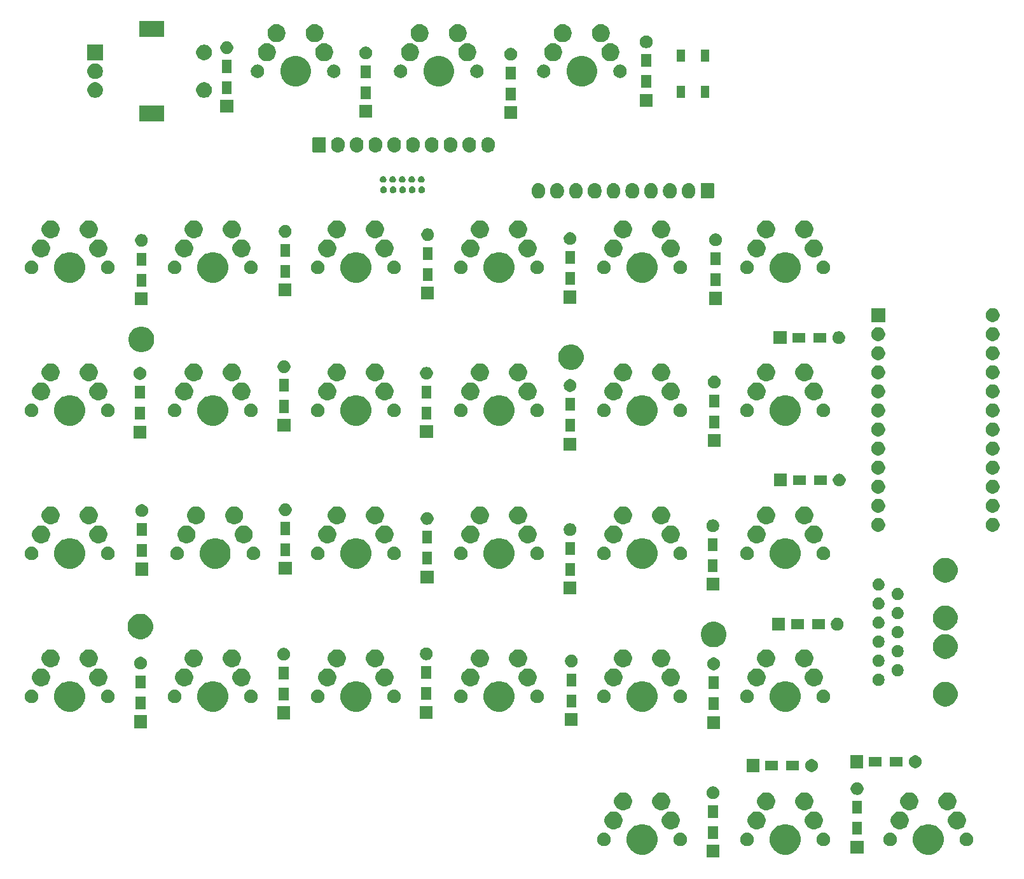
<source format=gts>
G04 #@! TF.GenerationSoftware,KiCad,Pcbnew,(5.1.5-0-10_14)*
G04 #@! TF.CreationDate,2021-05-07T17:03:44+03:00*
G04 #@! TF.ProjectId,Sotka,536f746b-612e-46b6-9963-61645f706362,rev?*
G04 #@! TF.SameCoordinates,Original*
G04 #@! TF.FileFunction,Soldermask,Top*
G04 #@! TF.FilePolarity,Negative*
%FSLAX46Y46*%
G04 Gerber Fmt 4.6, Leading zero omitted, Abs format (unit mm)*
G04 Created by KiCad (PCBNEW (5.1.5-0-10_14)) date 2021-05-07 17:03:44*
%MOMM*%
%LPD*%
G04 APERTURE LIST*
%ADD10C,0.100000*%
G04 APERTURE END LIST*
D10*
G36*
X119821000Y-135783500D02*
G01*
X118119000Y-135783500D01*
X118119000Y-134081500D01*
X119821000Y-134081500D01*
X119821000Y-135783500D01*
G37*
G36*
X129183974Y-131383684D02*
G01*
X129401974Y-131473983D01*
X129556123Y-131537833D01*
X129891048Y-131761623D01*
X130175877Y-132046452D01*
X130399667Y-132381377D01*
X130463517Y-132535526D01*
X130553816Y-132753526D01*
X130632400Y-133148594D01*
X130632400Y-133551406D01*
X130553816Y-133946474D01*
X130497886Y-134081500D01*
X130399667Y-134318623D01*
X130175877Y-134653548D01*
X129891048Y-134938377D01*
X129556123Y-135162167D01*
X129401974Y-135226017D01*
X129183974Y-135316316D01*
X128788906Y-135394900D01*
X128386094Y-135394900D01*
X127991026Y-135316316D01*
X127773026Y-135226017D01*
X127618877Y-135162167D01*
X127283952Y-134938377D01*
X126999123Y-134653548D01*
X126775333Y-134318623D01*
X126677114Y-134081500D01*
X126621184Y-133946474D01*
X126542600Y-133551406D01*
X126542600Y-133148594D01*
X126621184Y-132753526D01*
X126711483Y-132535526D01*
X126775333Y-132381377D01*
X126999123Y-132046452D01*
X127283952Y-131761623D01*
X127618877Y-131537833D01*
X127773026Y-131473983D01*
X127991026Y-131383684D01*
X128386094Y-131305100D01*
X128788906Y-131305100D01*
X129183974Y-131383684D01*
G37*
G36*
X110133974Y-131383684D02*
G01*
X110351974Y-131473983D01*
X110506123Y-131537833D01*
X110841048Y-131761623D01*
X111125877Y-132046452D01*
X111349667Y-132381377D01*
X111413517Y-132535526D01*
X111503816Y-132753526D01*
X111582400Y-133148594D01*
X111582400Y-133551406D01*
X111503816Y-133946474D01*
X111447886Y-134081500D01*
X111349667Y-134318623D01*
X111125877Y-134653548D01*
X110841048Y-134938377D01*
X110506123Y-135162167D01*
X110351974Y-135226017D01*
X110133974Y-135316316D01*
X109738906Y-135394900D01*
X109336094Y-135394900D01*
X108941026Y-135316316D01*
X108723026Y-135226017D01*
X108568877Y-135162167D01*
X108233952Y-134938377D01*
X107949123Y-134653548D01*
X107725333Y-134318623D01*
X107627114Y-134081500D01*
X107571184Y-133946474D01*
X107492600Y-133551406D01*
X107492600Y-133148594D01*
X107571184Y-132753526D01*
X107661483Y-132535526D01*
X107725333Y-132381377D01*
X107949123Y-132046452D01*
X108233952Y-131761623D01*
X108568877Y-131537833D01*
X108723026Y-131473983D01*
X108941026Y-131383684D01*
X109336094Y-131305100D01*
X109738906Y-131305100D01*
X110133974Y-131383684D01*
G37*
G36*
X148233974Y-131383684D02*
G01*
X148451974Y-131473983D01*
X148606123Y-131537833D01*
X148941048Y-131761623D01*
X149225877Y-132046452D01*
X149449667Y-132381377D01*
X149513517Y-132535526D01*
X149603816Y-132753526D01*
X149682400Y-133148594D01*
X149682400Y-133551406D01*
X149603816Y-133946474D01*
X149547886Y-134081500D01*
X149449667Y-134318623D01*
X149225877Y-134653548D01*
X148941048Y-134938377D01*
X148606123Y-135162167D01*
X148451974Y-135226017D01*
X148233974Y-135316316D01*
X147838906Y-135394900D01*
X147436094Y-135394900D01*
X147041026Y-135316316D01*
X146823026Y-135226017D01*
X146668877Y-135162167D01*
X146333952Y-134938377D01*
X146049123Y-134653548D01*
X145825333Y-134318623D01*
X145727114Y-134081500D01*
X145671184Y-133946474D01*
X145592600Y-133551406D01*
X145592600Y-133148594D01*
X145671184Y-132753526D01*
X145761483Y-132535526D01*
X145825333Y-132381377D01*
X146049123Y-132046452D01*
X146333952Y-131761623D01*
X146668877Y-131537833D01*
X146823026Y-131473983D01*
X147041026Y-131383684D01*
X147436094Y-131305100D01*
X147838906Y-131305100D01*
X148233974Y-131383684D01*
G37*
G36*
X139001000Y-135231000D02*
G01*
X137299000Y-135231000D01*
X137299000Y-133529000D01*
X139001000Y-133529000D01*
X139001000Y-135231000D01*
G37*
G36*
X104633452Y-132465429D02*
G01*
X104720575Y-132482759D01*
X104829998Y-132528084D01*
X104884711Y-132550747D01*
X105031433Y-132648783D01*
X105032428Y-132649448D01*
X105158052Y-132775072D01*
X105158054Y-132775075D01*
X105256753Y-132922789D01*
X105256753Y-132922790D01*
X105324741Y-133086925D01*
X105359400Y-133261171D01*
X105359400Y-133438829D01*
X105324741Y-133613075D01*
X105279416Y-133722498D01*
X105256753Y-133777211D01*
X105158717Y-133923933D01*
X105158052Y-133924928D01*
X105032428Y-134050552D01*
X105032425Y-134050554D01*
X104884711Y-134149253D01*
X104829998Y-134171916D01*
X104720575Y-134217241D01*
X104633452Y-134234570D01*
X104546331Y-134251900D01*
X104368669Y-134251900D01*
X104281548Y-134234570D01*
X104194425Y-134217241D01*
X104085002Y-134171916D01*
X104030289Y-134149253D01*
X103882575Y-134050554D01*
X103882572Y-134050552D01*
X103756948Y-133924928D01*
X103756283Y-133923933D01*
X103658247Y-133777211D01*
X103635584Y-133722498D01*
X103590259Y-133613075D01*
X103555600Y-133438829D01*
X103555600Y-133261171D01*
X103590259Y-133086925D01*
X103658247Y-132922790D01*
X103658247Y-132922789D01*
X103756946Y-132775075D01*
X103756948Y-132775072D01*
X103882572Y-132649448D01*
X103883567Y-132648783D01*
X104030289Y-132550747D01*
X104085002Y-132528084D01*
X104194425Y-132482759D01*
X104281548Y-132465429D01*
X104368669Y-132448100D01*
X104546331Y-132448100D01*
X104633452Y-132465429D01*
G37*
G36*
X123683452Y-132465429D02*
G01*
X123770575Y-132482759D01*
X123879998Y-132528084D01*
X123934711Y-132550747D01*
X124081433Y-132648783D01*
X124082428Y-132649448D01*
X124208052Y-132775072D01*
X124208054Y-132775075D01*
X124306753Y-132922789D01*
X124306753Y-132922790D01*
X124374741Y-133086925D01*
X124409400Y-133261171D01*
X124409400Y-133438829D01*
X124374741Y-133613075D01*
X124329416Y-133722498D01*
X124306753Y-133777211D01*
X124208717Y-133923933D01*
X124208052Y-133924928D01*
X124082428Y-134050552D01*
X124082425Y-134050554D01*
X123934711Y-134149253D01*
X123879998Y-134171916D01*
X123770575Y-134217241D01*
X123683452Y-134234570D01*
X123596331Y-134251900D01*
X123418669Y-134251900D01*
X123331548Y-134234570D01*
X123244425Y-134217241D01*
X123135002Y-134171916D01*
X123080289Y-134149253D01*
X122932575Y-134050554D01*
X122932572Y-134050552D01*
X122806948Y-133924928D01*
X122806283Y-133923933D01*
X122708247Y-133777211D01*
X122685584Y-133722498D01*
X122640259Y-133613075D01*
X122605600Y-133438829D01*
X122605600Y-133261171D01*
X122640259Y-133086925D01*
X122708247Y-132922790D01*
X122708247Y-132922789D01*
X122806946Y-132775075D01*
X122806948Y-132775072D01*
X122932572Y-132649448D01*
X122933567Y-132648783D01*
X123080289Y-132550747D01*
X123135002Y-132528084D01*
X123244425Y-132482759D01*
X123331548Y-132465429D01*
X123418669Y-132448100D01*
X123596331Y-132448100D01*
X123683452Y-132465429D01*
G37*
G36*
X133843452Y-132465429D02*
G01*
X133930575Y-132482759D01*
X134039998Y-132528084D01*
X134094711Y-132550747D01*
X134241433Y-132648783D01*
X134242428Y-132649448D01*
X134368052Y-132775072D01*
X134368054Y-132775075D01*
X134466753Y-132922789D01*
X134466753Y-132922790D01*
X134534741Y-133086925D01*
X134569400Y-133261171D01*
X134569400Y-133438829D01*
X134534741Y-133613075D01*
X134489416Y-133722498D01*
X134466753Y-133777211D01*
X134368717Y-133923933D01*
X134368052Y-133924928D01*
X134242428Y-134050552D01*
X134242425Y-134050554D01*
X134094711Y-134149253D01*
X134039998Y-134171916D01*
X133930575Y-134217241D01*
X133843452Y-134234570D01*
X133756331Y-134251900D01*
X133578669Y-134251900D01*
X133491548Y-134234570D01*
X133404425Y-134217241D01*
X133295002Y-134171916D01*
X133240289Y-134149253D01*
X133092575Y-134050554D01*
X133092572Y-134050552D01*
X132966948Y-133924928D01*
X132966283Y-133923933D01*
X132868247Y-133777211D01*
X132845584Y-133722498D01*
X132800259Y-133613075D01*
X132765600Y-133438829D01*
X132765600Y-133261171D01*
X132800259Y-133086925D01*
X132868247Y-132922790D01*
X132868247Y-132922789D01*
X132966946Y-132775075D01*
X132966948Y-132775072D01*
X133092572Y-132649448D01*
X133093567Y-132648783D01*
X133240289Y-132550747D01*
X133295002Y-132528084D01*
X133404425Y-132482759D01*
X133491548Y-132465429D01*
X133578669Y-132448100D01*
X133756331Y-132448100D01*
X133843452Y-132465429D01*
G37*
G36*
X114793452Y-132465429D02*
G01*
X114880575Y-132482759D01*
X114989998Y-132528084D01*
X115044711Y-132550747D01*
X115191433Y-132648783D01*
X115192428Y-132649448D01*
X115318052Y-132775072D01*
X115318054Y-132775075D01*
X115416753Y-132922789D01*
X115416753Y-132922790D01*
X115484741Y-133086925D01*
X115519400Y-133261171D01*
X115519400Y-133438829D01*
X115484741Y-133613075D01*
X115439416Y-133722498D01*
X115416753Y-133777211D01*
X115318717Y-133923933D01*
X115318052Y-133924928D01*
X115192428Y-134050552D01*
X115192425Y-134050554D01*
X115044711Y-134149253D01*
X114989998Y-134171916D01*
X114880575Y-134217241D01*
X114793452Y-134234570D01*
X114706331Y-134251900D01*
X114528669Y-134251900D01*
X114441548Y-134234570D01*
X114354425Y-134217241D01*
X114245002Y-134171916D01*
X114190289Y-134149253D01*
X114042575Y-134050554D01*
X114042572Y-134050552D01*
X113916948Y-133924928D01*
X113916283Y-133923933D01*
X113818247Y-133777211D01*
X113795584Y-133722498D01*
X113750259Y-133613075D01*
X113715600Y-133438829D01*
X113715600Y-133261171D01*
X113750259Y-133086925D01*
X113818247Y-132922790D01*
X113818247Y-132922789D01*
X113916946Y-132775075D01*
X113916948Y-132775072D01*
X114042572Y-132649448D01*
X114043567Y-132648783D01*
X114190289Y-132550747D01*
X114245002Y-132528084D01*
X114354425Y-132482759D01*
X114441548Y-132465429D01*
X114528669Y-132448100D01*
X114706331Y-132448100D01*
X114793452Y-132465429D01*
G37*
G36*
X142733452Y-132465429D02*
G01*
X142820575Y-132482759D01*
X142929998Y-132528084D01*
X142984711Y-132550747D01*
X143131433Y-132648783D01*
X143132428Y-132649448D01*
X143258052Y-132775072D01*
X143258054Y-132775075D01*
X143356753Y-132922789D01*
X143356753Y-132922790D01*
X143424741Y-133086925D01*
X143459400Y-133261171D01*
X143459400Y-133438829D01*
X143424741Y-133613075D01*
X143379416Y-133722498D01*
X143356753Y-133777211D01*
X143258717Y-133923933D01*
X143258052Y-133924928D01*
X143132428Y-134050552D01*
X143132425Y-134050554D01*
X142984711Y-134149253D01*
X142929998Y-134171916D01*
X142820575Y-134217241D01*
X142733452Y-134234570D01*
X142646331Y-134251900D01*
X142468669Y-134251900D01*
X142381548Y-134234570D01*
X142294425Y-134217241D01*
X142185002Y-134171916D01*
X142130289Y-134149253D01*
X141982575Y-134050554D01*
X141982572Y-134050552D01*
X141856948Y-133924928D01*
X141856283Y-133923933D01*
X141758247Y-133777211D01*
X141735584Y-133722498D01*
X141690259Y-133613075D01*
X141655600Y-133438829D01*
X141655600Y-133261171D01*
X141690259Y-133086925D01*
X141758247Y-132922790D01*
X141758247Y-132922789D01*
X141856946Y-132775075D01*
X141856948Y-132775072D01*
X141982572Y-132649448D01*
X141983567Y-132648783D01*
X142130289Y-132550747D01*
X142185002Y-132528084D01*
X142294425Y-132482759D01*
X142381548Y-132465429D01*
X142468669Y-132448100D01*
X142646331Y-132448100D01*
X142733452Y-132465429D01*
G37*
G36*
X152893452Y-132465429D02*
G01*
X152980575Y-132482759D01*
X153089998Y-132528084D01*
X153144711Y-132550747D01*
X153291433Y-132648783D01*
X153292428Y-132649448D01*
X153418052Y-132775072D01*
X153418054Y-132775075D01*
X153516753Y-132922789D01*
X153516753Y-132922790D01*
X153584741Y-133086925D01*
X153619400Y-133261171D01*
X153619400Y-133438829D01*
X153584741Y-133613075D01*
X153539416Y-133722498D01*
X153516753Y-133777211D01*
X153418717Y-133923933D01*
X153418052Y-133924928D01*
X153292428Y-134050552D01*
X153292425Y-134050554D01*
X153144711Y-134149253D01*
X153089998Y-134171916D01*
X152980575Y-134217241D01*
X152893452Y-134234570D01*
X152806331Y-134251900D01*
X152628669Y-134251900D01*
X152541548Y-134234570D01*
X152454425Y-134217241D01*
X152345002Y-134171916D01*
X152290289Y-134149253D01*
X152142575Y-134050554D01*
X152142572Y-134050552D01*
X152016948Y-133924928D01*
X152016283Y-133923933D01*
X151918247Y-133777211D01*
X151895584Y-133722498D01*
X151850259Y-133613075D01*
X151815600Y-133438829D01*
X151815600Y-133261171D01*
X151850259Y-133086925D01*
X151918247Y-132922790D01*
X151918247Y-132922789D01*
X152016946Y-132775075D01*
X152016948Y-132775072D01*
X152142572Y-132649448D01*
X152143567Y-132648783D01*
X152290289Y-132550747D01*
X152345002Y-132528084D01*
X152454425Y-132482759D01*
X152541548Y-132465429D01*
X152628669Y-132448100D01*
X152806331Y-132448100D01*
X152893452Y-132465429D01*
G37*
G36*
X119621000Y-133283500D02*
G01*
X118319000Y-133283500D01*
X118319000Y-131581500D01*
X119621000Y-131581500D01*
X119621000Y-133283500D01*
G37*
G36*
X138801000Y-132731000D02*
G01*
X137499000Y-132731000D01*
X137499000Y-131029000D01*
X138801000Y-131029000D01*
X138801000Y-132731000D01*
G37*
G36*
X113695776Y-129661884D02*
G01*
X113913069Y-129751890D01*
X113913071Y-129751891D01*
X114108630Y-129882560D01*
X114274940Y-130048870D01*
X114405610Y-130244431D01*
X114495616Y-130461724D01*
X114541500Y-130692400D01*
X114541500Y-130927600D01*
X114495616Y-131158276D01*
X114434799Y-131305100D01*
X114405609Y-131375571D01*
X114274940Y-131571130D01*
X114108630Y-131737440D01*
X113913071Y-131868109D01*
X113913070Y-131868110D01*
X113913069Y-131868110D01*
X113695776Y-131958116D01*
X113465100Y-132004000D01*
X113229900Y-132004000D01*
X112999224Y-131958116D01*
X112781931Y-131868110D01*
X112781930Y-131868110D01*
X112781929Y-131868109D01*
X112586370Y-131737440D01*
X112420060Y-131571130D01*
X112289391Y-131375571D01*
X112260201Y-131305100D01*
X112199384Y-131158276D01*
X112153500Y-130927600D01*
X112153500Y-130692400D01*
X112199384Y-130461724D01*
X112289390Y-130244431D01*
X112420060Y-130048870D01*
X112586370Y-129882560D01*
X112781929Y-129751891D01*
X112781931Y-129751890D01*
X112999224Y-129661884D01*
X113229900Y-129616000D01*
X113465100Y-129616000D01*
X113695776Y-129661884D01*
G37*
G36*
X125125776Y-129661884D02*
G01*
X125343069Y-129751890D01*
X125343071Y-129751891D01*
X125538630Y-129882560D01*
X125704940Y-130048870D01*
X125835610Y-130244431D01*
X125925616Y-130461724D01*
X125971500Y-130692400D01*
X125971500Y-130927600D01*
X125925616Y-131158276D01*
X125864799Y-131305100D01*
X125835609Y-131375571D01*
X125704940Y-131571130D01*
X125538630Y-131737440D01*
X125343071Y-131868109D01*
X125343070Y-131868110D01*
X125343069Y-131868110D01*
X125125776Y-131958116D01*
X124895100Y-132004000D01*
X124659900Y-132004000D01*
X124429224Y-131958116D01*
X124211931Y-131868110D01*
X124211930Y-131868110D01*
X124211929Y-131868109D01*
X124016370Y-131737440D01*
X123850060Y-131571130D01*
X123719391Y-131375571D01*
X123690201Y-131305100D01*
X123629384Y-131158276D01*
X123583500Y-130927600D01*
X123583500Y-130692400D01*
X123629384Y-130461724D01*
X123719390Y-130244431D01*
X123850060Y-130048870D01*
X124016370Y-129882560D01*
X124211929Y-129751891D01*
X124211931Y-129751890D01*
X124429224Y-129661884D01*
X124659900Y-129616000D01*
X124895100Y-129616000D01*
X125125776Y-129661884D01*
G37*
G36*
X106075776Y-129661884D02*
G01*
X106293069Y-129751890D01*
X106293071Y-129751891D01*
X106488630Y-129882560D01*
X106654940Y-130048870D01*
X106785610Y-130244431D01*
X106875616Y-130461724D01*
X106921500Y-130692400D01*
X106921500Y-130927600D01*
X106875616Y-131158276D01*
X106814799Y-131305100D01*
X106785609Y-131375571D01*
X106654940Y-131571130D01*
X106488630Y-131737440D01*
X106293071Y-131868109D01*
X106293070Y-131868110D01*
X106293069Y-131868110D01*
X106075776Y-131958116D01*
X105845100Y-132004000D01*
X105609900Y-132004000D01*
X105379224Y-131958116D01*
X105161931Y-131868110D01*
X105161930Y-131868110D01*
X105161929Y-131868109D01*
X104966370Y-131737440D01*
X104800060Y-131571130D01*
X104669391Y-131375571D01*
X104640201Y-131305100D01*
X104579384Y-131158276D01*
X104533500Y-130927600D01*
X104533500Y-130692400D01*
X104579384Y-130461724D01*
X104669390Y-130244431D01*
X104800060Y-130048870D01*
X104966370Y-129882560D01*
X105161929Y-129751891D01*
X105161931Y-129751890D01*
X105379224Y-129661884D01*
X105609900Y-129616000D01*
X105845100Y-129616000D01*
X106075776Y-129661884D01*
G37*
G36*
X151795776Y-129661884D02*
G01*
X152013069Y-129751890D01*
X152013071Y-129751891D01*
X152208630Y-129882560D01*
X152374940Y-130048870D01*
X152505610Y-130244431D01*
X152595616Y-130461724D01*
X152641500Y-130692400D01*
X152641500Y-130927600D01*
X152595616Y-131158276D01*
X152534799Y-131305100D01*
X152505609Y-131375571D01*
X152374940Y-131571130D01*
X152208630Y-131737440D01*
X152013071Y-131868109D01*
X152013070Y-131868110D01*
X152013069Y-131868110D01*
X151795776Y-131958116D01*
X151565100Y-132004000D01*
X151329900Y-132004000D01*
X151099224Y-131958116D01*
X150881931Y-131868110D01*
X150881930Y-131868110D01*
X150881929Y-131868109D01*
X150686370Y-131737440D01*
X150520060Y-131571130D01*
X150389391Y-131375571D01*
X150360201Y-131305100D01*
X150299384Y-131158276D01*
X150253500Y-130927600D01*
X150253500Y-130692400D01*
X150299384Y-130461724D01*
X150389390Y-130244431D01*
X150520060Y-130048870D01*
X150686370Y-129882560D01*
X150881929Y-129751891D01*
X150881931Y-129751890D01*
X151099224Y-129661884D01*
X151329900Y-129616000D01*
X151565100Y-129616000D01*
X151795776Y-129661884D01*
G37*
G36*
X132745776Y-129661884D02*
G01*
X132963069Y-129751890D01*
X132963071Y-129751891D01*
X133158630Y-129882560D01*
X133324940Y-130048870D01*
X133455610Y-130244431D01*
X133545616Y-130461724D01*
X133591500Y-130692400D01*
X133591500Y-130927600D01*
X133545616Y-131158276D01*
X133484799Y-131305100D01*
X133455609Y-131375571D01*
X133324940Y-131571130D01*
X133158630Y-131737440D01*
X132963071Y-131868109D01*
X132963070Y-131868110D01*
X132963069Y-131868110D01*
X132745776Y-131958116D01*
X132515100Y-132004000D01*
X132279900Y-132004000D01*
X132049224Y-131958116D01*
X131831931Y-131868110D01*
X131831930Y-131868110D01*
X131831929Y-131868109D01*
X131636370Y-131737440D01*
X131470060Y-131571130D01*
X131339391Y-131375571D01*
X131310201Y-131305100D01*
X131249384Y-131158276D01*
X131203500Y-130927600D01*
X131203500Y-130692400D01*
X131249384Y-130461724D01*
X131339390Y-130244431D01*
X131470060Y-130048870D01*
X131636370Y-129882560D01*
X131831929Y-129751891D01*
X131831931Y-129751890D01*
X132049224Y-129661884D01*
X132279900Y-129616000D01*
X132515100Y-129616000D01*
X132745776Y-129661884D01*
G37*
G36*
X144175776Y-129661884D02*
G01*
X144393069Y-129751890D01*
X144393071Y-129751891D01*
X144588630Y-129882560D01*
X144754940Y-130048870D01*
X144885610Y-130244431D01*
X144975616Y-130461724D01*
X145021500Y-130692400D01*
X145021500Y-130927600D01*
X144975616Y-131158276D01*
X144914799Y-131305100D01*
X144885609Y-131375571D01*
X144754940Y-131571130D01*
X144588630Y-131737440D01*
X144393071Y-131868109D01*
X144393070Y-131868110D01*
X144393069Y-131868110D01*
X144175776Y-131958116D01*
X143945100Y-132004000D01*
X143709900Y-132004000D01*
X143479224Y-131958116D01*
X143261931Y-131868110D01*
X143261930Y-131868110D01*
X143261929Y-131868109D01*
X143066370Y-131737440D01*
X142900060Y-131571130D01*
X142769391Y-131375571D01*
X142740201Y-131305100D01*
X142679384Y-131158276D01*
X142633500Y-130927600D01*
X142633500Y-130692400D01*
X142679384Y-130461724D01*
X142769390Y-130244431D01*
X142900060Y-130048870D01*
X143066370Y-129882560D01*
X143261929Y-129751891D01*
X143261931Y-129751890D01*
X143479224Y-129661884D01*
X143709900Y-129616000D01*
X143945100Y-129616000D01*
X144175776Y-129661884D01*
G37*
G36*
X119621000Y-130483500D02*
G01*
X118319000Y-130483500D01*
X118319000Y-128781500D01*
X119621000Y-128781500D01*
X119621000Y-130483500D01*
G37*
G36*
X138801000Y-129931000D02*
G01*
X137499000Y-129931000D01*
X137499000Y-128229000D01*
X138801000Y-128229000D01*
X138801000Y-129931000D01*
G37*
G36*
X150525776Y-127121884D02*
G01*
X150743069Y-127211890D01*
X150743071Y-127211891D01*
X150938630Y-127342560D01*
X151104940Y-127508870D01*
X151215932Y-127674980D01*
X151235610Y-127704431D01*
X151325616Y-127921724D01*
X151371500Y-128152400D01*
X151371500Y-128387600D01*
X151325616Y-128618276D01*
X151258006Y-128781500D01*
X151235609Y-128835571D01*
X151104940Y-129031130D01*
X150938630Y-129197440D01*
X150743071Y-129328109D01*
X150743070Y-129328110D01*
X150743069Y-129328110D01*
X150525776Y-129418116D01*
X150295100Y-129464000D01*
X150059900Y-129464000D01*
X149829224Y-129418116D01*
X149611931Y-129328110D01*
X149611930Y-129328110D01*
X149611929Y-129328109D01*
X149416370Y-129197440D01*
X149250060Y-129031130D01*
X149119391Y-128835571D01*
X149096994Y-128781500D01*
X149029384Y-128618276D01*
X148983500Y-128387600D01*
X148983500Y-128152400D01*
X149029384Y-127921724D01*
X149119390Y-127704431D01*
X149139069Y-127674980D01*
X149250060Y-127508870D01*
X149416370Y-127342560D01*
X149611929Y-127211891D01*
X149611931Y-127211890D01*
X149829224Y-127121884D01*
X150059900Y-127076000D01*
X150295100Y-127076000D01*
X150525776Y-127121884D01*
G37*
G36*
X145445776Y-127121884D02*
G01*
X145663069Y-127211890D01*
X145663071Y-127211891D01*
X145858630Y-127342560D01*
X146024940Y-127508870D01*
X146135932Y-127674980D01*
X146155610Y-127704431D01*
X146245616Y-127921724D01*
X146291500Y-128152400D01*
X146291500Y-128387600D01*
X146245616Y-128618276D01*
X146178006Y-128781500D01*
X146155609Y-128835571D01*
X146024940Y-129031130D01*
X145858630Y-129197440D01*
X145663071Y-129328109D01*
X145663070Y-129328110D01*
X145663069Y-129328110D01*
X145445776Y-129418116D01*
X145215100Y-129464000D01*
X144979900Y-129464000D01*
X144749224Y-129418116D01*
X144531931Y-129328110D01*
X144531930Y-129328110D01*
X144531929Y-129328109D01*
X144336370Y-129197440D01*
X144170060Y-129031130D01*
X144039391Y-128835571D01*
X144016994Y-128781500D01*
X143949384Y-128618276D01*
X143903500Y-128387600D01*
X143903500Y-128152400D01*
X143949384Y-127921724D01*
X144039390Y-127704431D01*
X144059069Y-127674980D01*
X144170060Y-127508870D01*
X144336370Y-127342560D01*
X144531929Y-127211891D01*
X144531931Y-127211890D01*
X144749224Y-127121884D01*
X144979900Y-127076000D01*
X145215100Y-127076000D01*
X145445776Y-127121884D01*
G37*
G36*
X107345776Y-127121884D02*
G01*
X107563069Y-127211890D01*
X107563071Y-127211891D01*
X107758630Y-127342560D01*
X107924940Y-127508870D01*
X108035932Y-127674980D01*
X108055610Y-127704431D01*
X108145616Y-127921724D01*
X108191500Y-128152400D01*
X108191500Y-128387600D01*
X108145616Y-128618276D01*
X108078006Y-128781500D01*
X108055609Y-128835571D01*
X107924940Y-129031130D01*
X107758630Y-129197440D01*
X107563071Y-129328109D01*
X107563070Y-129328110D01*
X107563069Y-129328110D01*
X107345776Y-129418116D01*
X107115100Y-129464000D01*
X106879900Y-129464000D01*
X106649224Y-129418116D01*
X106431931Y-129328110D01*
X106431930Y-129328110D01*
X106431929Y-129328109D01*
X106236370Y-129197440D01*
X106070060Y-129031130D01*
X105939391Y-128835571D01*
X105916994Y-128781500D01*
X105849384Y-128618276D01*
X105803500Y-128387600D01*
X105803500Y-128152400D01*
X105849384Y-127921724D01*
X105939390Y-127704431D01*
X105959069Y-127674980D01*
X106070060Y-127508870D01*
X106236370Y-127342560D01*
X106431929Y-127211891D01*
X106431931Y-127211890D01*
X106649224Y-127121884D01*
X106879900Y-127076000D01*
X107115100Y-127076000D01*
X107345776Y-127121884D01*
G37*
G36*
X112425776Y-127121884D02*
G01*
X112643069Y-127211890D01*
X112643071Y-127211891D01*
X112838630Y-127342560D01*
X113004940Y-127508870D01*
X113115932Y-127674980D01*
X113135610Y-127704431D01*
X113225616Y-127921724D01*
X113271500Y-128152400D01*
X113271500Y-128387600D01*
X113225616Y-128618276D01*
X113158006Y-128781500D01*
X113135609Y-128835571D01*
X113004940Y-129031130D01*
X112838630Y-129197440D01*
X112643071Y-129328109D01*
X112643070Y-129328110D01*
X112643069Y-129328110D01*
X112425776Y-129418116D01*
X112195100Y-129464000D01*
X111959900Y-129464000D01*
X111729224Y-129418116D01*
X111511931Y-129328110D01*
X111511930Y-129328110D01*
X111511929Y-129328109D01*
X111316370Y-129197440D01*
X111150060Y-129031130D01*
X111019391Y-128835571D01*
X110996994Y-128781500D01*
X110929384Y-128618276D01*
X110883500Y-128387600D01*
X110883500Y-128152400D01*
X110929384Y-127921724D01*
X111019390Y-127704431D01*
X111039069Y-127674980D01*
X111150060Y-127508870D01*
X111316370Y-127342560D01*
X111511929Y-127211891D01*
X111511931Y-127211890D01*
X111729224Y-127121884D01*
X111959900Y-127076000D01*
X112195100Y-127076000D01*
X112425776Y-127121884D01*
G37*
G36*
X126395776Y-127121884D02*
G01*
X126613069Y-127211890D01*
X126613071Y-127211891D01*
X126808630Y-127342560D01*
X126974940Y-127508870D01*
X127085932Y-127674980D01*
X127105610Y-127704431D01*
X127195616Y-127921724D01*
X127241500Y-128152400D01*
X127241500Y-128387600D01*
X127195616Y-128618276D01*
X127128006Y-128781500D01*
X127105609Y-128835571D01*
X126974940Y-129031130D01*
X126808630Y-129197440D01*
X126613071Y-129328109D01*
X126613070Y-129328110D01*
X126613069Y-129328110D01*
X126395776Y-129418116D01*
X126165100Y-129464000D01*
X125929900Y-129464000D01*
X125699224Y-129418116D01*
X125481931Y-129328110D01*
X125481930Y-129328110D01*
X125481929Y-129328109D01*
X125286370Y-129197440D01*
X125120060Y-129031130D01*
X124989391Y-128835571D01*
X124966994Y-128781500D01*
X124899384Y-128618276D01*
X124853500Y-128387600D01*
X124853500Y-128152400D01*
X124899384Y-127921724D01*
X124989390Y-127704431D01*
X125009069Y-127674980D01*
X125120060Y-127508870D01*
X125286370Y-127342560D01*
X125481929Y-127211891D01*
X125481931Y-127211890D01*
X125699224Y-127121884D01*
X125929900Y-127076000D01*
X126165100Y-127076000D01*
X126395776Y-127121884D01*
G37*
G36*
X131475776Y-127121884D02*
G01*
X131693069Y-127211890D01*
X131693071Y-127211891D01*
X131888630Y-127342560D01*
X132054940Y-127508870D01*
X132165932Y-127674980D01*
X132185610Y-127704431D01*
X132275616Y-127921724D01*
X132321500Y-128152400D01*
X132321500Y-128387600D01*
X132275616Y-128618276D01*
X132208006Y-128781500D01*
X132185609Y-128835571D01*
X132054940Y-129031130D01*
X131888630Y-129197440D01*
X131693071Y-129328109D01*
X131693070Y-129328110D01*
X131693069Y-129328110D01*
X131475776Y-129418116D01*
X131245100Y-129464000D01*
X131009900Y-129464000D01*
X130779224Y-129418116D01*
X130561931Y-129328110D01*
X130561930Y-129328110D01*
X130561929Y-129328109D01*
X130366370Y-129197440D01*
X130200060Y-129031130D01*
X130069391Y-128835571D01*
X130046994Y-128781500D01*
X129979384Y-128618276D01*
X129933500Y-128387600D01*
X129933500Y-128152400D01*
X129979384Y-127921724D01*
X130069390Y-127704431D01*
X130089069Y-127674980D01*
X130200060Y-127508870D01*
X130366370Y-127342560D01*
X130561929Y-127211891D01*
X130561931Y-127211890D01*
X130779224Y-127121884D01*
X131009900Y-127076000D01*
X131245100Y-127076000D01*
X131475776Y-127121884D01*
G37*
G36*
X119218228Y-126314203D02*
G01*
X119373100Y-126378353D01*
X119512481Y-126471485D01*
X119631015Y-126590019D01*
X119724147Y-126729400D01*
X119788297Y-126884272D01*
X119821000Y-127048684D01*
X119821000Y-127216316D01*
X119788297Y-127380728D01*
X119724147Y-127535600D01*
X119631015Y-127674981D01*
X119512481Y-127793515D01*
X119373100Y-127886647D01*
X119218228Y-127950797D01*
X119053816Y-127983500D01*
X118886184Y-127983500D01*
X118721772Y-127950797D01*
X118566900Y-127886647D01*
X118427519Y-127793515D01*
X118308985Y-127674981D01*
X118215853Y-127535600D01*
X118151703Y-127380728D01*
X118119000Y-127216316D01*
X118119000Y-127048684D01*
X118151703Y-126884272D01*
X118215853Y-126729400D01*
X118308985Y-126590019D01*
X118427519Y-126471485D01*
X118566900Y-126378353D01*
X118721772Y-126314203D01*
X118886184Y-126281500D01*
X119053816Y-126281500D01*
X119218228Y-126314203D01*
G37*
G36*
X138398228Y-125761703D02*
G01*
X138553100Y-125825853D01*
X138692481Y-125918985D01*
X138811015Y-126037519D01*
X138904147Y-126176900D01*
X138968297Y-126331772D01*
X139001000Y-126496184D01*
X139001000Y-126663816D01*
X138968297Y-126828228D01*
X138904147Y-126983100D01*
X138811015Y-127122481D01*
X138692481Y-127241015D01*
X138553100Y-127334147D01*
X138398228Y-127398297D01*
X138233816Y-127431000D01*
X138066184Y-127431000D01*
X137901772Y-127398297D01*
X137746900Y-127334147D01*
X137607519Y-127241015D01*
X137488985Y-127122481D01*
X137395853Y-126983100D01*
X137331703Y-126828228D01*
X137299000Y-126663816D01*
X137299000Y-126496184D01*
X137331703Y-126331772D01*
X137395853Y-126176900D01*
X137488985Y-126037519D01*
X137607519Y-125918985D01*
X137746900Y-125825853D01*
X137901772Y-125761703D01*
X138066184Y-125729000D01*
X138233816Y-125729000D01*
X138398228Y-125761703D01*
G37*
G36*
X132338228Y-122691703D02*
G01*
X132493100Y-122755853D01*
X132632481Y-122848985D01*
X132751015Y-122967519D01*
X132844147Y-123106900D01*
X132908297Y-123261772D01*
X132941000Y-123426184D01*
X132941000Y-123593816D01*
X132908297Y-123758228D01*
X132844147Y-123913100D01*
X132751015Y-124052481D01*
X132632481Y-124171015D01*
X132493100Y-124264147D01*
X132338228Y-124328297D01*
X132173816Y-124361000D01*
X132006184Y-124361000D01*
X131841772Y-124328297D01*
X131686900Y-124264147D01*
X131547519Y-124171015D01*
X131428985Y-124052481D01*
X131335853Y-123913100D01*
X131271703Y-123758228D01*
X131239000Y-123593816D01*
X131239000Y-123426184D01*
X131271703Y-123261772D01*
X131335853Y-123106900D01*
X131428985Y-122967519D01*
X131547519Y-122848985D01*
X131686900Y-122755853D01*
X131841772Y-122691703D01*
X132006184Y-122659000D01*
X132173816Y-122659000D01*
X132338228Y-122691703D01*
G37*
G36*
X125141000Y-124361000D02*
G01*
X123439000Y-124361000D01*
X123439000Y-122659000D01*
X125141000Y-122659000D01*
X125141000Y-124361000D01*
G37*
G36*
X127641000Y-124161000D02*
G01*
X125939000Y-124161000D01*
X125939000Y-122859000D01*
X127641000Y-122859000D01*
X127641000Y-124161000D01*
G37*
G36*
X130441000Y-124161000D02*
G01*
X128739000Y-124161000D01*
X128739000Y-122859000D01*
X130441000Y-122859000D01*
X130441000Y-124161000D01*
G37*
G36*
X138941000Y-123851000D02*
G01*
X137239000Y-123851000D01*
X137239000Y-122149000D01*
X138941000Y-122149000D01*
X138941000Y-123851000D01*
G37*
G36*
X146138228Y-122181703D02*
G01*
X146293100Y-122245853D01*
X146432481Y-122338985D01*
X146551015Y-122457519D01*
X146644147Y-122596900D01*
X146708297Y-122751772D01*
X146741000Y-122916184D01*
X146741000Y-123083816D01*
X146708297Y-123248228D01*
X146644147Y-123403100D01*
X146551015Y-123542481D01*
X146432481Y-123661015D01*
X146293100Y-123754147D01*
X146138228Y-123818297D01*
X145973816Y-123851000D01*
X145806184Y-123851000D01*
X145641772Y-123818297D01*
X145486900Y-123754147D01*
X145347519Y-123661015D01*
X145228985Y-123542481D01*
X145135853Y-123403100D01*
X145071703Y-123248228D01*
X145039000Y-123083816D01*
X145039000Y-122916184D01*
X145071703Y-122751772D01*
X145135853Y-122596900D01*
X145228985Y-122457519D01*
X145347519Y-122338985D01*
X145486900Y-122245853D01*
X145641772Y-122181703D01*
X145806184Y-122149000D01*
X145973816Y-122149000D01*
X146138228Y-122181703D01*
G37*
G36*
X141441000Y-123651000D02*
G01*
X139739000Y-123651000D01*
X139739000Y-122349000D01*
X141441000Y-122349000D01*
X141441000Y-123651000D01*
G37*
G36*
X144241000Y-123651000D02*
G01*
X142539000Y-123651000D01*
X142539000Y-122349000D01*
X144241000Y-122349000D01*
X144241000Y-123651000D01*
G37*
G36*
X119901000Y-118613500D02*
G01*
X118199000Y-118613500D01*
X118199000Y-116911500D01*
X119901000Y-116911500D01*
X119901000Y-118613500D01*
G37*
G36*
X43611000Y-118521000D02*
G01*
X41909000Y-118521000D01*
X41909000Y-116819000D01*
X43611000Y-116819000D01*
X43611000Y-118521000D01*
G37*
G36*
X100971000Y-118236000D02*
G01*
X99269000Y-118236000D01*
X99269000Y-116534000D01*
X100971000Y-116534000D01*
X100971000Y-118236000D01*
G37*
G36*
X62671000Y-117331000D02*
G01*
X60969000Y-117331000D01*
X60969000Y-115629000D01*
X62671000Y-115629000D01*
X62671000Y-117331000D01*
G37*
G36*
X81651000Y-117273500D02*
G01*
X79949000Y-117273500D01*
X79949000Y-115571500D01*
X81651000Y-115571500D01*
X81651000Y-117273500D01*
G37*
G36*
X52983974Y-112333684D02*
G01*
X53201974Y-112423983D01*
X53356123Y-112487833D01*
X53691048Y-112711623D01*
X53975877Y-112996452D01*
X54199667Y-113331377D01*
X54263517Y-113485526D01*
X54353816Y-113703526D01*
X54432400Y-114098594D01*
X54432400Y-114501406D01*
X54353816Y-114896474D01*
X54295369Y-115037578D01*
X54199667Y-115268623D01*
X53975877Y-115603548D01*
X53691048Y-115888377D01*
X53356123Y-116112167D01*
X53201974Y-116176017D01*
X52983974Y-116266316D01*
X52588906Y-116344900D01*
X52186094Y-116344900D01*
X51791026Y-116266316D01*
X51573026Y-116176017D01*
X51418877Y-116112167D01*
X51083952Y-115888377D01*
X50799123Y-115603548D01*
X50575333Y-115268623D01*
X50479631Y-115037578D01*
X50421184Y-114896474D01*
X50342600Y-114501406D01*
X50342600Y-114098594D01*
X50421184Y-113703526D01*
X50511483Y-113485526D01*
X50575333Y-113331377D01*
X50799123Y-112996452D01*
X51083952Y-112711623D01*
X51418877Y-112487833D01*
X51573026Y-112423983D01*
X51791026Y-112333684D01*
X52186094Y-112255100D01*
X52588906Y-112255100D01*
X52983974Y-112333684D01*
G37*
G36*
X33933974Y-112333684D02*
G01*
X34151974Y-112423983D01*
X34306123Y-112487833D01*
X34641048Y-112711623D01*
X34925877Y-112996452D01*
X35149667Y-113331377D01*
X35213517Y-113485526D01*
X35303816Y-113703526D01*
X35382400Y-114098594D01*
X35382400Y-114501406D01*
X35303816Y-114896474D01*
X35245369Y-115037578D01*
X35149667Y-115268623D01*
X34925877Y-115603548D01*
X34641048Y-115888377D01*
X34306123Y-116112167D01*
X34151974Y-116176017D01*
X33933974Y-116266316D01*
X33538906Y-116344900D01*
X33136094Y-116344900D01*
X32741026Y-116266316D01*
X32523026Y-116176017D01*
X32368877Y-116112167D01*
X32033952Y-115888377D01*
X31749123Y-115603548D01*
X31525333Y-115268623D01*
X31429631Y-115037578D01*
X31371184Y-114896474D01*
X31292600Y-114501406D01*
X31292600Y-114098594D01*
X31371184Y-113703526D01*
X31461483Y-113485526D01*
X31525333Y-113331377D01*
X31749123Y-112996452D01*
X32033952Y-112711623D01*
X32368877Y-112487833D01*
X32523026Y-112423983D01*
X32741026Y-112333684D01*
X33136094Y-112255100D01*
X33538906Y-112255100D01*
X33933974Y-112333684D01*
G37*
G36*
X91083974Y-112333684D02*
G01*
X91301974Y-112423983D01*
X91456123Y-112487833D01*
X91791048Y-112711623D01*
X92075877Y-112996452D01*
X92299667Y-113331377D01*
X92363517Y-113485526D01*
X92453816Y-113703526D01*
X92532400Y-114098594D01*
X92532400Y-114501406D01*
X92453816Y-114896474D01*
X92395369Y-115037578D01*
X92299667Y-115268623D01*
X92075877Y-115603548D01*
X91791048Y-115888377D01*
X91456123Y-116112167D01*
X91301974Y-116176017D01*
X91083974Y-116266316D01*
X90688906Y-116344900D01*
X90286094Y-116344900D01*
X89891026Y-116266316D01*
X89673026Y-116176017D01*
X89518877Y-116112167D01*
X89183952Y-115888377D01*
X88899123Y-115603548D01*
X88675333Y-115268623D01*
X88579631Y-115037578D01*
X88521184Y-114896474D01*
X88442600Y-114501406D01*
X88442600Y-114098594D01*
X88521184Y-113703526D01*
X88611483Y-113485526D01*
X88675333Y-113331377D01*
X88899123Y-112996452D01*
X89183952Y-112711623D01*
X89518877Y-112487833D01*
X89673026Y-112423983D01*
X89891026Y-112333684D01*
X90286094Y-112255100D01*
X90688906Y-112255100D01*
X91083974Y-112333684D01*
G37*
G36*
X72033974Y-112333684D02*
G01*
X72251974Y-112423983D01*
X72406123Y-112487833D01*
X72741048Y-112711623D01*
X73025877Y-112996452D01*
X73249667Y-113331377D01*
X73313517Y-113485526D01*
X73403816Y-113703526D01*
X73482400Y-114098594D01*
X73482400Y-114501406D01*
X73403816Y-114896474D01*
X73345369Y-115037578D01*
X73249667Y-115268623D01*
X73025877Y-115603548D01*
X72741048Y-115888377D01*
X72406123Y-116112167D01*
X72251974Y-116176017D01*
X72033974Y-116266316D01*
X71638906Y-116344900D01*
X71236094Y-116344900D01*
X70841026Y-116266316D01*
X70623026Y-116176017D01*
X70468877Y-116112167D01*
X70133952Y-115888377D01*
X69849123Y-115603548D01*
X69625333Y-115268623D01*
X69529631Y-115037578D01*
X69471184Y-114896474D01*
X69392600Y-114501406D01*
X69392600Y-114098594D01*
X69471184Y-113703526D01*
X69561483Y-113485526D01*
X69625333Y-113331377D01*
X69849123Y-112996452D01*
X70133952Y-112711623D01*
X70468877Y-112487833D01*
X70623026Y-112423983D01*
X70841026Y-112333684D01*
X71236094Y-112255100D01*
X71638906Y-112255100D01*
X72033974Y-112333684D01*
G37*
G36*
X110133974Y-112333684D02*
G01*
X110351974Y-112423983D01*
X110506123Y-112487833D01*
X110841048Y-112711623D01*
X111125877Y-112996452D01*
X111349667Y-113331377D01*
X111413517Y-113485526D01*
X111503816Y-113703526D01*
X111582400Y-114098594D01*
X111582400Y-114501406D01*
X111503816Y-114896474D01*
X111445369Y-115037578D01*
X111349667Y-115268623D01*
X111125877Y-115603548D01*
X110841048Y-115888377D01*
X110506123Y-116112167D01*
X110351974Y-116176017D01*
X110133974Y-116266316D01*
X109738906Y-116344900D01*
X109336094Y-116344900D01*
X108941026Y-116266316D01*
X108723026Y-116176017D01*
X108568877Y-116112167D01*
X108233952Y-115888377D01*
X107949123Y-115603548D01*
X107725333Y-115268623D01*
X107629631Y-115037578D01*
X107571184Y-114896474D01*
X107492600Y-114501406D01*
X107492600Y-114098594D01*
X107571184Y-113703526D01*
X107661483Y-113485526D01*
X107725333Y-113331377D01*
X107949123Y-112996452D01*
X108233952Y-112711623D01*
X108568877Y-112487833D01*
X108723026Y-112423983D01*
X108941026Y-112333684D01*
X109336094Y-112255100D01*
X109738906Y-112255100D01*
X110133974Y-112333684D01*
G37*
G36*
X129183974Y-112333684D02*
G01*
X129401974Y-112423983D01*
X129556123Y-112487833D01*
X129891048Y-112711623D01*
X130175877Y-112996452D01*
X130399667Y-113331377D01*
X130463517Y-113485526D01*
X130553816Y-113703526D01*
X130632400Y-114098594D01*
X130632400Y-114501406D01*
X130553816Y-114896474D01*
X130495369Y-115037578D01*
X130399667Y-115268623D01*
X130175877Y-115603548D01*
X129891048Y-115888377D01*
X129556123Y-116112167D01*
X129401974Y-116176017D01*
X129183974Y-116266316D01*
X128788906Y-116344900D01*
X128386094Y-116344900D01*
X127991026Y-116266316D01*
X127773026Y-116176017D01*
X127618877Y-116112167D01*
X127283952Y-115888377D01*
X126999123Y-115603548D01*
X126775333Y-115268623D01*
X126679631Y-115037578D01*
X126621184Y-114896474D01*
X126542600Y-114501406D01*
X126542600Y-114098594D01*
X126621184Y-113703526D01*
X126711483Y-113485526D01*
X126775333Y-113331377D01*
X126999123Y-112996452D01*
X127283952Y-112711623D01*
X127618877Y-112487833D01*
X127773026Y-112423983D01*
X127991026Y-112333684D01*
X128386094Y-112255100D01*
X128788906Y-112255100D01*
X129183974Y-112333684D01*
G37*
G36*
X119701000Y-116113500D02*
G01*
X118399000Y-116113500D01*
X118399000Y-114411500D01*
X119701000Y-114411500D01*
X119701000Y-116113500D01*
G37*
G36*
X43411000Y-116021000D02*
G01*
X42109000Y-116021000D01*
X42109000Y-114319000D01*
X43411000Y-114319000D01*
X43411000Y-116021000D01*
G37*
G36*
X100771000Y-115736000D02*
G01*
X99469000Y-115736000D01*
X99469000Y-114034000D01*
X100771000Y-114034000D01*
X100771000Y-115736000D01*
G37*
G36*
X150212133Y-112365527D02*
G01*
X150371637Y-112397255D01*
X150459651Y-112433711D01*
X150672136Y-112521725D01*
X150942578Y-112702429D01*
X151172571Y-112932422D01*
X151353275Y-113202864D01*
X151434144Y-113398100D01*
X151477745Y-113503363D01*
X151541200Y-113822371D01*
X151541200Y-114147629D01*
X151477745Y-114466637D01*
X151463343Y-114501406D01*
X151353275Y-114767136D01*
X151172571Y-115037578D01*
X150942578Y-115267571D01*
X150672136Y-115448275D01*
X150459651Y-115536289D01*
X150371637Y-115572745D01*
X150216786Y-115603547D01*
X150052630Y-115636200D01*
X149727370Y-115636200D01*
X149563214Y-115603547D01*
X149408363Y-115572745D01*
X149320349Y-115536289D01*
X149107864Y-115448275D01*
X148837422Y-115267571D01*
X148607429Y-115037578D01*
X148426725Y-114767136D01*
X148316657Y-114501406D01*
X148302255Y-114466637D01*
X148238800Y-114147629D01*
X148238800Y-113822371D01*
X148302255Y-113503363D01*
X148345856Y-113398100D01*
X148426725Y-113202864D01*
X148607429Y-112932422D01*
X148837422Y-112702429D01*
X149107864Y-112521725D01*
X149320349Y-112433711D01*
X149408363Y-112397255D01*
X149567867Y-112365527D01*
X149727370Y-112333800D01*
X150052630Y-112333800D01*
X150212133Y-112365527D01*
G37*
G36*
X123683452Y-113415429D02*
G01*
X123770575Y-113432759D01*
X123879998Y-113478084D01*
X123934711Y-113500747D01*
X124081433Y-113598783D01*
X124082428Y-113599448D01*
X124208052Y-113725072D01*
X124208054Y-113725075D01*
X124306753Y-113872789D01*
X124306753Y-113872790D01*
X124374741Y-114036925D01*
X124409400Y-114211171D01*
X124409400Y-114388829D01*
X124374741Y-114563075D01*
X124329416Y-114672498D01*
X124306753Y-114727211D01*
X124208717Y-114873933D01*
X124208052Y-114874928D01*
X124082428Y-115000552D01*
X124082425Y-115000554D01*
X123934711Y-115099253D01*
X123879998Y-115121916D01*
X123770575Y-115167241D01*
X123683452Y-115184570D01*
X123596331Y-115201900D01*
X123418669Y-115201900D01*
X123331548Y-115184570D01*
X123244425Y-115167241D01*
X123135002Y-115121916D01*
X123080289Y-115099253D01*
X122932575Y-115000554D01*
X122932572Y-115000552D01*
X122806948Y-114874928D01*
X122806283Y-114873933D01*
X122708247Y-114727211D01*
X122685584Y-114672498D01*
X122640259Y-114563075D01*
X122605600Y-114388829D01*
X122605600Y-114211171D01*
X122640259Y-114036925D01*
X122708247Y-113872790D01*
X122708247Y-113872789D01*
X122806946Y-113725075D01*
X122806948Y-113725072D01*
X122932572Y-113599448D01*
X122933567Y-113598783D01*
X123080289Y-113500747D01*
X123135002Y-113478084D01*
X123244425Y-113432759D01*
X123331548Y-113415429D01*
X123418669Y-113398100D01*
X123596331Y-113398100D01*
X123683452Y-113415429D01*
G37*
G36*
X114793452Y-113415429D02*
G01*
X114880575Y-113432759D01*
X114989998Y-113478084D01*
X115044711Y-113500747D01*
X115191433Y-113598783D01*
X115192428Y-113599448D01*
X115318052Y-113725072D01*
X115318054Y-113725075D01*
X115416753Y-113872789D01*
X115416753Y-113872790D01*
X115484741Y-114036925D01*
X115519400Y-114211171D01*
X115519400Y-114388829D01*
X115484741Y-114563075D01*
X115439416Y-114672498D01*
X115416753Y-114727211D01*
X115318717Y-114873933D01*
X115318052Y-114874928D01*
X115192428Y-115000552D01*
X115192425Y-115000554D01*
X115044711Y-115099253D01*
X114989998Y-115121916D01*
X114880575Y-115167241D01*
X114793452Y-115184570D01*
X114706331Y-115201900D01*
X114528669Y-115201900D01*
X114441548Y-115184570D01*
X114354425Y-115167241D01*
X114245002Y-115121916D01*
X114190289Y-115099253D01*
X114042575Y-115000554D01*
X114042572Y-115000552D01*
X113916948Y-114874928D01*
X113916283Y-114873933D01*
X113818247Y-114727211D01*
X113795584Y-114672498D01*
X113750259Y-114563075D01*
X113715600Y-114388829D01*
X113715600Y-114211171D01*
X113750259Y-114036925D01*
X113818247Y-113872790D01*
X113818247Y-113872789D01*
X113916946Y-113725075D01*
X113916948Y-113725072D01*
X114042572Y-113599448D01*
X114043567Y-113598783D01*
X114190289Y-113500747D01*
X114245002Y-113478084D01*
X114354425Y-113432759D01*
X114441548Y-113415429D01*
X114528669Y-113398100D01*
X114706331Y-113398100D01*
X114793452Y-113415429D01*
G37*
G36*
X133843452Y-113415429D02*
G01*
X133930575Y-113432759D01*
X134039998Y-113478084D01*
X134094711Y-113500747D01*
X134241433Y-113598783D01*
X134242428Y-113599448D01*
X134368052Y-113725072D01*
X134368054Y-113725075D01*
X134466753Y-113872789D01*
X134466753Y-113872790D01*
X134534741Y-114036925D01*
X134569400Y-114211171D01*
X134569400Y-114388829D01*
X134534741Y-114563075D01*
X134489416Y-114672498D01*
X134466753Y-114727211D01*
X134368717Y-114873933D01*
X134368052Y-114874928D01*
X134242428Y-115000552D01*
X134242425Y-115000554D01*
X134094711Y-115099253D01*
X134039998Y-115121916D01*
X133930575Y-115167241D01*
X133843452Y-115184570D01*
X133756331Y-115201900D01*
X133578669Y-115201900D01*
X133491548Y-115184570D01*
X133404425Y-115167241D01*
X133295002Y-115121916D01*
X133240289Y-115099253D01*
X133092575Y-115000554D01*
X133092572Y-115000552D01*
X132966948Y-114874928D01*
X132966283Y-114873933D01*
X132868247Y-114727211D01*
X132845584Y-114672498D01*
X132800259Y-114563075D01*
X132765600Y-114388829D01*
X132765600Y-114211171D01*
X132800259Y-114036925D01*
X132868247Y-113872790D01*
X132868247Y-113872789D01*
X132966946Y-113725075D01*
X132966948Y-113725072D01*
X133092572Y-113599448D01*
X133093567Y-113598783D01*
X133240289Y-113500747D01*
X133295002Y-113478084D01*
X133404425Y-113432759D01*
X133491548Y-113415429D01*
X133578669Y-113398100D01*
X133756331Y-113398100D01*
X133843452Y-113415429D01*
G37*
G36*
X104633452Y-113415429D02*
G01*
X104720575Y-113432759D01*
X104829998Y-113478084D01*
X104884711Y-113500747D01*
X105031433Y-113598783D01*
X105032428Y-113599448D01*
X105158052Y-113725072D01*
X105158054Y-113725075D01*
X105256753Y-113872789D01*
X105256753Y-113872790D01*
X105324741Y-114036925D01*
X105359400Y-114211171D01*
X105359400Y-114388829D01*
X105324741Y-114563075D01*
X105279416Y-114672498D01*
X105256753Y-114727211D01*
X105158717Y-114873933D01*
X105158052Y-114874928D01*
X105032428Y-115000552D01*
X105032425Y-115000554D01*
X104884711Y-115099253D01*
X104829998Y-115121916D01*
X104720575Y-115167241D01*
X104633452Y-115184570D01*
X104546331Y-115201900D01*
X104368669Y-115201900D01*
X104281548Y-115184570D01*
X104194425Y-115167241D01*
X104085002Y-115121916D01*
X104030289Y-115099253D01*
X103882575Y-115000554D01*
X103882572Y-115000552D01*
X103756948Y-114874928D01*
X103756283Y-114873933D01*
X103658247Y-114727211D01*
X103635584Y-114672498D01*
X103590259Y-114563075D01*
X103555600Y-114388829D01*
X103555600Y-114211171D01*
X103590259Y-114036925D01*
X103658247Y-113872790D01*
X103658247Y-113872789D01*
X103756946Y-113725075D01*
X103756948Y-113725072D01*
X103882572Y-113599448D01*
X103883567Y-113598783D01*
X104030289Y-113500747D01*
X104085002Y-113478084D01*
X104194425Y-113432759D01*
X104281548Y-113415429D01*
X104368669Y-113398100D01*
X104546331Y-113398100D01*
X104633452Y-113415429D01*
G37*
G36*
X95743452Y-113415429D02*
G01*
X95830575Y-113432759D01*
X95939998Y-113478084D01*
X95994711Y-113500747D01*
X96141433Y-113598783D01*
X96142428Y-113599448D01*
X96268052Y-113725072D01*
X96268054Y-113725075D01*
X96366753Y-113872789D01*
X96366753Y-113872790D01*
X96434741Y-114036925D01*
X96469400Y-114211171D01*
X96469400Y-114388829D01*
X96434741Y-114563075D01*
X96389416Y-114672498D01*
X96366753Y-114727211D01*
X96268717Y-114873933D01*
X96268052Y-114874928D01*
X96142428Y-115000552D01*
X96142425Y-115000554D01*
X95994711Y-115099253D01*
X95939998Y-115121916D01*
X95830575Y-115167241D01*
X95743452Y-115184570D01*
X95656331Y-115201900D01*
X95478669Y-115201900D01*
X95391548Y-115184570D01*
X95304425Y-115167241D01*
X95195002Y-115121916D01*
X95140289Y-115099253D01*
X94992575Y-115000554D01*
X94992572Y-115000552D01*
X94866948Y-114874928D01*
X94866283Y-114873933D01*
X94768247Y-114727211D01*
X94745584Y-114672498D01*
X94700259Y-114563075D01*
X94665600Y-114388829D01*
X94665600Y-114211171D01*
X94700259Y-114036925D01*
X94768247Y-113872790D01*
X94768247Y-113872789D01*
X94866946Y-113725075D01*
X94866948Y-113725072D01*
X94992572Y-113599448D01*
X94993567Y-113598783D01*
X95140289Y-113500747D01*
X95195002Y-113478084D01*
X95304425Y-113432759D01*
X95391548Y-113415429D01*
X95478669Y-113398100D01*
X95656331Y-113398100D01*
X95743452Y-113415429D01*
G37*
G36*
X85583452Y-113415429D02*
G01*
X85670575Y-113432759D01*
X85779998Y-113478084D01*
X85834711Y-113500747D01*
X85981433Y-113598783D01*
X85982428Y-113599448D01*
X86108052Y-113725072D01*
X86108054Y-113725075D01*
X86206753Y-113872789D01*
X86206753Y-113872790D01*
X86274741Y-114036925D01*
X86309400Y-114211171D01*
X86309400Y-114388829D01*
X86274741Y-114563075D01*
X86229416Y-114672498D01*
X86206753Y-114727211D01*
X86108717Y-114873933D01*
X86108052Y-114874928D01*
X85982428Y-115000552D01*
X85982425Y-115000554D01*
X85834711Y-115099253D01*
X85779998Y-115121916D01*
X85670575Y-115167241D01*
X85583452Y-115184570D01*
X85496331Y-115201900D01*
X85318669Y-115201900D01*
X85231548Y-115184570D01*
X85144425Y-115167241D01*
X85035002Y-115121916D01*
X84980289Y-115099253D01*
X84832575Y-115000554D01*
X84832572Y-115000552D01*
X84706948Y-114874928D01*
X84706283Y-114873933D01*
X84608247Y-114727211D01*
X84585584Y-114672498D01*
X84540259Y-114563075D01*
X84505600Y-114388829D01*
X84505600Y-114211171D01*
X84540259Y-114036925D01*
X84608247Y-113872790D01*
X84608247Y-113872789D01*
X84706946Y-113725075D01*
X84706948Y-113725072D01*
X84832572Y-113599448D01*
X84833567Y-113598783D01*
X84980289Y-113500747D01*
X85035002Y-113478084D01*
X85144425Y-113432759D01*
X85231548Y-113415429D01*
X85318669Y-113398100D01*
X85496331Y-113398100D01*
X85583452Y-113415429D01*
G37*
G36*
X76693452Y-113415429D02*
G01*
X76780575Y-113432759D01*
X76889998Y-113478084D01*
X76944711Y-113500747D01*
X77091433Y-113598783D01*
X77092428Y-113599448D01*
X77218052Y-113725072D01*
X77218054Y-113725075D01*
X77316753Y-113872789D01*
X77316753Y-113872790D01*
X77384741Y-114036925D01*
X77419400Y-114211171D01*
X77419400Y-114388829D01*
X77384741Y-114563075D01*
X77339416Y-114672498D01*
X77316753Y-114727211D01*
X77218717Y-114873933D01*
X77218052Y-114874928D01*
X77092428Y-115000552D01*
X77092425Y-115000554D01*
X76944711Y-115099253D01*
X76889998Y-115121916D01*
X76780575Y-115167241D01*
X76693452Y-115184570D01*
X76606331Y-115201900D01*
X76428669Y-115201900D01*
X76341548Y-115184570D01*
X76254425Y-115167241D01*
X76145002Y-115121916D01*
X76090289Y-115099253D01*
X75942575Y-115000554D01*
X75942572Y-115000552D01*
X75816948Y-114874928D01*
X75816283Y-114873933D01*
X75718247Y-114727211D01*
X75695584Y-114672498D01*
X75650259Y-114563075D01*
X75615600Y-114388829D01*
X75615600Y-114211171D01*
X75650259Y-114036925D01*
X75718247Y-113872790D01*
X75718247Y-113872789D01*
X75816946Y-113725075D01*
X75816948Y-113725072D01*
X75942572Y-113599448D01*
X75943567Y-113598783D01*
X76090289Y-113500747D01*
X76145002Y-113478084D01*
X76254425Y-113432759D01*
X76341548Y-113415429D01*
X76428669Y-113398100D01*
X76606331Y-113398100D01*
X76693452Y-113415429D01*
G37*
G36*
X28433452Y-113415429D02*
G01*
X28520575Y-113432759D01*
X28629998Y-113478084D01*
X28684711Y-113500747D01*
X28831433Y-113598783D01*
X28832428Y-113599448D01*
X28958052Y-113725072D01*
X28958054Y-113725075D01*
X29056753Y-113872789D01*
X29056753Y-113872790D01*
X29124741Y-114036925D01*
X29159400Y-114211171D01*
X29159400Y-114388829D01*
X29124741Y-114563075D01*
X29079416Y-114672498D01*
X29056753Y-114727211D01*
X28958717Y-114873933D01*
X28958052Y-114874928D01*
X28832428Y-115000552D01*
X28832425Y-115000554D01*
X28684711Y-115099253D01*
X28629998Y-115121916D01*
X28520575Y-115167241D01*
X28433452Y-115184570D01*
X28346331Y-115201900D01*
X28168669Y-115201900D01*
X28081548Y-115184570D01*
X27994425Y-115167241D01*
X27885002Y-115121916D01*
X27830289Y-115099253D01*
X27682575Y-115000554D01*
X27682572Y-115000552D01*
X27556948Y-114874928D01*
X27556283Y-114873933D01*
X27458247Y-114727211D01*
X27435584Y-114672498D01*
X27390259Y-114563075D01*
X27355600Y-114388829D01*
X27355600Y-114211171D01*
X27390259Y-114036925D01*
X27458247Y-113872790D01*
X27458247Y-113872789D01*
X27556946Y-113725075D01*
X27556948Y-113725072D01*
X27682572Y-113599448D01*
X27683567Y-113598783D01*
X27830289Y-113500747D01*
X27885002Y-113478084D01*
X27994425Y-113432759D01*
X28081548Y-113415429D01*
X28168669Y-113398100D01*
X28346331Y-113398100D01*
X28433452Y-113415429D01*
G37*
G36*
X38593452Y-113415429D02*
G01*
X38680575Y-113432759D01*
X38789998Y-113478084D01*
X38844711Y-113500747D01*
X38991433Y-113598783D01*
X38992428Y-113599448D01*
X39118052Y-113725072D01*
X39118054Y-113725075D01*
X39216753Y-113872789D01*
X39216753Y-113872790D01*
X39284741Y-114036925D01*
X39319400Y-114211171D01*
X39319400Y-114388829D01*
X39284741Y-114563075D01*
X39239416Y-114672498D01*
X39216753Y-114727211D01*
X39118717Y-114873933D01*
X39118052Y-114874928D01*
X38992428Y-115000552D01*
X38992425Y-115000554D01*
X38844711Y-115099253D01*
X38789998Y-115121916D01*
X38680575Y-115167241D01*
X38593452Y-115184570D01*
X38506331Y-115201900D01*
X38328669Y-115201900D01*
X38241548Y-115184570D01*
X38154425Y-115167241D01*
X38045002Y-115121916D01*
X37990289Y-115099253D01*
X37842575Y-115000554D01*
X37842572Y-115000552D01*
X37716948Y-114874928D01*
X37716283Y-114873933D01*
X37618247Y-114727211D01*
X37595584Y-114672498D01*
X37550259Y-114563075D01*
X37515600Y-114388829D01*
X37515600Y-114211171D01*
X37550259Y-114036925D01*
X37618247Y-113872790D01*
X37618247Y-113872789D01*
X37716946Y-113725075D01*
X37716948Y-113725072D01*
X37842572Y-113599448D01*
X37843567Y-113598783D01*
X37990289Y-113500747D01*
X38045002Y-113478084D01*
X38154425Y-113432759D01*
X38241548Y-113415429D01*
X38328669Y-113398100D01*
X38506331Y-113398100D01*
X38593452Y-113415429D01*
G37*
G36*
X66533452Y-113415429D02*
G01*
X66620575Y-113432759D01*
X66729998Y-113478084D01*
X66784711Y-113500747D01*
X66931433Y-113598783D01*
X66932428Y-113599448D01*
X67058052Y-113725072D01*
X67058054Y-113725075D01*
X67156753Y-113872789D01*
X67156753Y-113872790D01*
X67224741Y-114036925D01*
X67259400Y-114211171D01*
X67259400Y-114388829D01*
X67224741Y-114563075D01*
X67179416Y-114672498D01*
X67156753Y-114727211D01*
X67058717Y-114873933D01*
X67058052Y-114874928D01*
X66932428Y-115000552D01*
X66932425Y-115000554D01*
X66784711Y-115099253D01*
X66729998Y-115121916D01*
X66620575Y-115167241D01*
X66533452Y-115184570D01*
X66446331Y-115201900D01*
X66268669Y-115201900D01*
X66181548Y-115184570D01*
X66094425Y-115167241D01*
X65985002Y-115121916D01*
X65930289Y-115099253D01*
X65782575Y-115000554D01*
X65782572Y-115000552D01*
X65656948Y-114874928D01*
X65656283Y-114873933D01*
X65558247Y-114727211D01*
X65535584Y-114672498D01*
X65490259Y-114563075D01*
X65455600Y-114388829D01*
X65455600Y-114211171D01*
X65490259Y-114036925D01*
X65558247Y-113872790D01*
X65558247Y-113872789D01*
X65656946Y-113725075D01*
X65656948Y-113725072D01*
X65782572Y-113599448D01*
X65783567Y-113598783D01*
X65930289Y-113500747D01*
X65985002Y-113478084D01*
X66094425Y-113432759D01*
X66181548Y-113415429D01*
X66268669Y-113398100D01*
X66446331Y-113398100D01*
X66533452Y-113415429D01*
G37*
G36*
X47483452Y-113415429D02*
G01*
X47570575Y-113432759D01*
X47679998Y-113478084D01*
X47734711Y-113500747D01*
X47881433Y-113598783D01*
X47882428Y-113599448D01*
X48008052Y-113725072D01*
X48008054Y-113725075D01*
X48106753Y-113872789D01*
X48106753Y-113872790D01*
X48174741Y-114036925D01*
X48209400Y-114211171D01*
X48209400Y-114388829D01*
X48174741Y-114563075D01*
X48129416Y-114672498D01*
X48106753Y-114727211D01*
X48008717Y-114873933D01*
X48008052Y-114874928D01*
X47882428Y-115000552D01*
X47882425Y-115000554D01*
X47734711Y-115099253D01*
X47679998Y-115121916D01*
X47570575Y-115167241D01*
X47483452Y-115184570D01*
X47396331Y-115201900D01*
X47218669Y-115201900D01*
X47131548Y-115184570D01*
X47044425Y-115167241D01*
X46935002Y-115121916D01*
X46880289Y-115099253D01*
X46732575Y-115000554D01*
X46732572Y-115000552D01*
X46606948Y-114874928D01*
X46606283Y-114873933D01*
X46508247Y-114727211D01*
X46485584Y-114672498D01*
X46440259Y-114563075D01*
X46405600Y-114388829D01*
X46405600Y-114211171D01*
X46440259Y-114036925D01*
X46508247Y-113872790D01*
X46508247Y-113872789D01*
X46606946Y-113725075D01*
X46606948Y-113725072D01*
X46732572Y-113599448D01*
X46733567Y-113598783D01*
X46880289Y-113500747D01*
X46935002Y-113478084D01*
X47044425Y-113432759D01*
X47131548Y-113415429D01*
X47218669Y-113398100D01*
X47396331Y-113398100D01*
X47483452Y-113415429D01*
G37*
G36*
X57643452Y-113415429D02*
G01*
X57730575Y-113432759D01*
X57839998Y-113478084D01*
X57894711Y-113500747D01*
X58041433Y-113598783D01*
X58042428Y-113599448D01*
X58168052Y-113725072D01*
X58168054Y-113725075D01*
X58266753Y-113872789D01*
X58266753Y-113872790D01*
X58334741Y-114036925D01*
X58369400Y-114211171D01*
X58369400Y-114388829D01*
X58334741Y-114563075D01*
X58289416Y-114672498D01*
X58266753Y-114727211D01*
X58168717Y-114873933D01*
X58168052Y-114874928D01*
X58042428Y-115000552D01*
X58042425Y-115000554D01*
X57894711Y-115099253D01*
X57839998Y-115121916D01*
X57730575Y-115167241D01*
X57643452Y-115184570D01*
X57556331Y-115201900D01*
X57378669Y-115201900D01*
X57291548Y-115184570D01*
X57204425Y-115167241D01*
X57095002Y-115121916D01*
X57040289Y-115099253D01*
X56892575Y-115000554D01*
X56892572Y-115000552D01*
X56766948Y-114874928D01*
X56766283Y-114873933D01*
X56668247Y-114727211D01*
X56645584Y-114672498D01*
X56600259Y-114563075D01*
X56565600Y-114388829D01*
X56565600Y-114211171D01*
X56600259Y-114036925D01*
X56668247Y-113872790D01*
X56668247Y-113872789D01*
X56766946Y-113725075D01*
X56766948Y-113725072D01*
X56892572Y-113599448D01*
X56893567Y-113598783D01*
X57040289Y-113500747D01*
X57095002Y-113478084D01*
X57204425Y-113432759D01*
X57291548Y-113415429D01*
X57378669Y-113398100D01*
X57556331Y-113398100D01*
X57643452Y-113415429D01*
G37*
G36*
X62471000Y-114831000D02*
G01*
X61169000Y-114831000D01*
X61169000Y-113129000D01*
X62471000Y-113129000D01*
X62471000Y-114831000D01*
G37*
G36*
X81451000Y-114773500D02*
G01*
X80149000Y-114773500D01*
X80149000Y-113071500D01*
X81451000Y-113071500D01*
X81451000Y-114773500D01*
G37*
G36*
X119701000Y-113313500D02*
G01*
X118399000Y-113313500D01*
X118399000Y-111611500D01*
X119701000Y-111611500D01*
X119701000Y-113313500D01*
G37*
G36*
X43411000Y-113221000D02*
G01*
X42109000Y-113221000D01*
X42109000Y-111519000D01*
X43411000Y-111519000D01*
X43411000Y-113221000D01*
G37*
G36*
X125125776Y-110611884D02*
G01*
X125343069Y-110701890D01*
X125343071Y-110701891D01*
X125538630Y-110832560D01*
X125704940Y-110998870D01*
X125734857Y-111043643D01*
X125835610Y-111194431D01*
X125925616Y-111411724D01*
X125971500Y-111642400D01*
X125971500Y-111877600D01*
X125925616Y-112108276D01*
X125864799Y-112255100D01*
X125835609Y-112325571D01*
X125704940Y-112521130D01*
X125538630Y-112687440D01*
X125343071Y-112818109D01*
X125343070Y-112818110D01*
X125343069Y-112818110D01*
X125125776Y-112908116D01*
X124895100Y-112954000D01*
X124659900Y-112954000D01*
X124429224Y-112908116D01*
X124211931Y-112818110D01*
X124211930Y-112818110D01*
X124211929Y-112818109D01*
X124016370Y-112687440D01*
X123850060Y-112521130D01*
X123719391Y-112325571D01*
X123690201Y-112255100D01*
X123629384Y-112108276D01*
X123583500Y-111877600D01*
X123583500Y-111642400D01*
X123629384Y-111411724D01*
X123719390Y-111194431D01*
X123820144Y-111043643D01*
X123850060Y-110998870D01*
X124016370Y-110832560D01*
X124211929Y-110701891D01*
X124211931Y-110701890D01*
X124429224Y-110611884D01*
X124659900Y-110566000D01*
X124895100Y-110566000D01*
X125125776Y-110611884D01*
G37*
G36*
X75595776Y-110611884D02*
G01*
X75813069Y-110701890D01*
X75813071Y-110701891D01*
X76008630Y-110832560D01*
X76174940Y-110998870D01*
X76204857Y-111043643D01*
X76305610Y-111194431D01*
X76395616Y-111411724D01*
X76441500Y-111642400D01*
X76441500Y-111877600D01*
X76395616Y-112108276D01*
X76334799Y-112255100D01*
X76305609Y-112325571D01*
X76174940Y-112521130D01*
X76008630Y-112687440D01*
X75813071Y-112818109D01*
X75813070Y-112818110D01*
X75813069Y-112818110D01*
X75595776Y-112908116D01*
X75365100Y-112954000D01*
X75129900Y-112954000D01*
X74899224Y-112908116D01*
X74681931Y-112818110D01*
X74681930Y-112818110D01*
X74681929Y-112818109D01*
X74486370Y-112687440D01*
X74320060Y-112521130D01*
X74189391Y-112325571D01*
X74160201Y-112255100D01*
X74099384Y-112108276D01*
X74053500Y-111877600D01*
X74053500Y-111642400D01*
X74099384Y-111411724D01*
X74189390Y-111194431D01*
X74290144Y-111043643D01*
X74320060Y-110998870D01*
X74486370Y-110832560D01*
X74681929Y-110701891D01*
X74681931Y-110701890D01*
X74899224Y-110611884D01*
X75129900Y-110566000D01*
X75365100Y-110566000D01*
X75595776Y-110611884D01*
G37*
G36*
X67975776Y-110611884D02*
G01*
X68193069Y-110701890D01*
X68193071Y-110701891D01*
X68388630Y-110832560D01*
X68554940Y-110998870D01*
X68584857Y-111043643D01*
X68685610Y-111194431D01*
X68775616Y-111411724D01*
X68821500Y-111642400D01*
X68821500Y-111877600D01*
X68775616Y-112108276D01*
X68714799Y-112255100D01*
X68685609Y-112325571D01*
X68554940Y-112521130D01*
X68388630Y-112687440D01*
X68193071Y-112818109D01*
X68193070Y-112818110D01*
X68193069Y-112818110D01*
X67975776Y-112908116D01*
X67745100Y-112954000D01*
X67509900Y-112954000D01*
X67279224Y-112908116D01*
X67061931Y-112818110D01*
X67061930Y-112818110D01*
X67061929Y-112818109D01*
X66866370Y-112687440D01*
X66700060Y-112521130D01*
X66569391Y-112325571D01*
X66540201Y-112255100D01*
X66479384Y-112108276D01*
X66433500Y-111877600D01*
X66433500Y-111642400D01*
X66479384Y-111411724D01*
X66569390Y-111194431D01*
X66670144Y-111043643D01*
X66700060Y-110998870D01*
X66866370Y-110832560D01*
X67061929Y-110701891D01*
X67061931Y-110701890D01*
X67279224Y-110611884D01*
X67509900Y-110566000D01*
X67745100Y-110566000D01*
X67975776Y-110611884D01*
G37*
G36*
X132745776Y-110611884D02*
G01*
X132963069Y-110701890D01*
X132963071Y-110701891D01*
X133158630Y-110832560D01*
X133324940Y-110998870D01*
X133354857Y-111043643D01*
X133455610Y-111194431D01*
X133545616Y-111411724D01*
X133591500Y-111642400D01*
X133591500Y-111877600D01*
X133545616Y-112108276D01*
X133484799Y-112255100D01*
X133455609Y-112325571D01*
X133324940Y-112521130D01*
X133158630Y-112687440D01*
X132963071Y-112818109D01*
X132963070Y-112818110D01*
X132963069Y-112818110D01*
X132745776Y-112908116D01*
X132515100Y-112954000D01*
X132279900Y-112954000D01*
X132049224Y-112908116D01*
X131831931Y-112818110D01*
X131831930Y-112818110D01*
X131831929Y-112818109D01*
X131636370Y-112687440D01*
X131470060Y-112521130D01*
X131339391Y-112325571D01*
X131310201Y-112255100D01*
X131249384Y-112108276D01*
X131203500Y-111877600D01*
X131203500Y-111642400D01*
X131249384Y-111411724D01*
X131339390Y-111194431D01*
X131440144Y-111043643D01*
X131470060Y-110998870D01*
X131636370Y-110832560D01*
X131831929Y-110701891D01*
X131831931Y-110701890D01*
X132049224Y-110611884D01*
X132279900Y-110566000D01*
X132515100Y-110566000D01*
X132745776Y-110611884D01*
G37*
G36*
X29875776Y-110611884D02*
G01*
X30093069Y-110701890D01*
X30093071Y-110701891D01*
X30288630Y-110832560D01*
X30454940Y-110998870D01*
X30484857Y-111043643D01*
X30585610Y-111194431D01*
X30675616Y-111411724D01*
X30721500Y-111642400D01*
X30721500Y-111877600D01*
X30675616Y-112108276D01*
X30614799Y-112255100D01*
X30585609Y-112325571D01*
X30454940Y-112521130D01*
X30288630Y-112687440D01*
X30093071Y-112818109D01*
X30093070Y-112818110D01*
X30093069Y-112818110D01*
X29875776Y-112908116D01*
X29645100Y-112954000D01*
X29409900Y-112954000D01*
X29179224Y-112908116D01*
X28961931Y-112818110D01*
X28961930Y-112818110D01*
X28961929Y-112818109D01*
X28766370Y-112687440D01*
X28600060Y-112521130D01*
X28469391Y-112325571D01*
X28440201Y-112255100D01*
X28379384Y-112108276D01*
X28333500Y-111877600D01*
X28333500Y-111642400D01*
X28379384Y-111411724D01*
X28469390Y-111194431D01*
X28570144Y-111043643D01*
X28600060Y-110998870D01*
X28766370Y-110832560D01*
X28961929Y-110701891D01*
X28961931Y-110701890D01*
X29179224Y-110611884D01*
X29409900Y-110566000D01*
X29645100Y-110566000D01*
X29875776Y-110611884D01*
G37*
G36*
X37495776Y-110611884D02*
G01*
X37713069Y-110701890D01*
X37713071Y-110701891D01*
X37908630Y-110832560D01*
X38074940Y-110998870D01*
X38104857Y-111043643D01*
X38205610Y-111194431D01*
X38295616Y-111411724D01*
X38341500Y-111642400D01*
X38341500Y-111877600D01*
X38295616Y-112108276D01*
X38234799Y-112255100D01*
X38205609Y-112325571D01*
X38074940Y-112521130D01*
X37908630Y-112687440D01*
X37713071Y-112818109D01*
X37713070Y-112818110D01*
X37713069Y-112818110D01*
X37495776Y-112908116D01*
X37265100Y-112954000D01*
X37029900Y-112954000D01*
X36799224Y-112908116D01*
X36581931Y-112818110D01*
X36581930Y-112818110D01*
X36581929Y-112818109D01*
X36386370Y-112687440D01*
X36220060Y-112521130D01*
X36089391Y-112325571D01*
X36060201Y-112255100D01*
X35999384Y-112108276D01*
X35953500Y-111877600D01*
X35953500Y-111642400D01*
X35999384Y-111411724D01*
X36089390Y-111194431D01*
X36190144Y-111043643D01*
X36220060Y-110998870D01*
X36386370Y-110832560D01*
X36581929Y-110701891D01*
X36581931Y-110701890D01*
X36799224Y-110611884D01*
X37029900Y-110566000D01*
X37265100Y-110566000D01*
X37495776Y-110611884D01*
G37*
G36*
X113695776Y-110611884D02*
G01*
X113913069Y-110701890D01*
X113913071Y-110701891D01*
X114108630Y-110832560D01*
X114274940Y-110998870D01*
X114304857Y-111043643D01*
X114405610Y-111194431D01*
X114495616Y-111411724D01*
X114541500Y-111642400D01*
X114541500Y-111877600D01*
X114495616Y-112108276D01*
X114434799Y-112255100D01*
X114405609Y-112325571D01*
X114274940Y-112521130D01*
X114108630Y-112687440D01*
X113913071Y-112818109D01*
X113913070Y-112818110D01*
X113913069Y-112818110D01*
X113695776Y-112908116D01*
X113465100Y-112954000D01*
X113229900Y-112954000D01*
X112999224Y-112908116D01*
X112781931Y-112818110D01*
X112781930Y-112818110D01*
X112781929Y-112818109D01*
X112586370Y-112687440D01*
X112420060Y-112521130D01*
X112289391Y-112325571D01*
X112260201Y-112255100D01*
X112199384Y-112108276D01*
X112153500Y-111877600D01*
X112153500Y-111642400D01*
X112199384Y-111411724D01*
X112289390Y-111194431D01*
X112390144Y-111043643D01*
X112420060Y-110998870D01*
X112586370Y-110832560D01*
X112781929Y-110701891D01*
X112781931Y-110701890D01*
X112999224Y-110611884D01*
X113229900Y-110566000D01*
X113465100Y-110566000D01*
X113695776Y-110611884D01*
G37*
G36*
X56545776Y-110611884D02*
G01*
X56763069Y-110701890D01*
X56763071Y-110701891D01*
X56958630Y-110832560D01*
X57124940Y-110998870D01*
X57154857Y-111043643D01*
X57255610Y-111194431D01*
X57345616Y-111411724D01*
X57391500Y-111642400D01*
X57391500Y-111877600D01*
X57345616Y-112108276D01*
X57284799Y-112255100D01*
X57255609Y-112325571D01*
X57124940Y-112521130D01*
X56958630Y-112687440D01*
X56763071Y-112818109D01*
X56763070Y-112818110D01*
X56763069Y-112818110D01*
X56545776Y-112908116D01*
X56315100Y-112954000D01*
X56079900Y-112954000D01*
X55849224Y-112908116D01*
X55631931Y-112818110D01*
X55631930Y-112818110D01*
X55631929Y-112818109D01*
X55436370Y-112687440D01*
X55270060Y-112521130D01*
X55139391Y-112325571D01*
X55110201Y-112255100D01*
X55049384Y-112108276D01*
X55003500Y-111877600D01*
X55003500Y-111642400D01*
X55049384Y-111411724D01*
X55139390Y-111194431D01*
X55240144Y-111043643D01*
X55270060Y-110998870D01*
X55436370Y-110832560D01*
X55631929Y-110701891D01*
X55631931Y-110701890D01*
X55849224Y-110611884D01*
X56079900Y-110566000D01*
X56315100Y-110566000D01*
X56545776Y-110611884D01*
G37*
G36*
X48925776Y-110611884D02*
G01*
X49143069Y-110701890D01*
X49143071Y-110701891D01*
X49338630Y-110832560D01*
X49504940Y-110998870D01*
X49534857Y-111043643D01*
X49635610Y-111194431D01*
X49725616Y-111411724D01*
X49771500Y-111642400D01*
X49771500Y-111877600D01*
X49725616Y-112108276D01*
X49664799Y-112255100D01*
X49635609Y-112325571D01*
X49504940Y-112521130D01*
X49338630Y-112687440D01*
X49143071Y-112818109D01*
X49143070Y-112818110D01*
X49143069Y-112818110D01*
X48925776Y-112908116D01*
X48695100Y-112954000D01*
X48459900Y-112954000D01*
X48229224Y-112908116D01*
X48011931Y-112818110D01*
X48011930Y-112818110D01*
X48011929Y-112818109D01*
X47816370Y-112687440D01*
X47650060Y-112521130D01*
X47519391Y-112325571D01*
X47490201Y-112255100D01*
X47429384Y-112108276D01*
X47383500Y-111877600D01*
X47383500Y-111642400D01*
X47429384Y-111411724D01*
X47519390Y-111194431D01*
X47620144Y-111043643D01*
X47650060Y-110998870D01*
X47816370Y-110832560D01*
X48011929Y-110701891D01*
X48011931Y-110701890D01*
X48229224Y-110611884D01*
X48459900Y-110566000D01*
X48695100Y-110566000D01*
X48925776Y-110611884D01*
G37*
G36*
X106075776Y-110611884D02*
G01*
X106293069Y-110701890D01*
X106293071Y-110701891D01*
X106488630Y-110832560D01*
X106654940Y-110998870D01*
X106684857Y-111043643D01*
X106785610Y-111194431D01*
X106875616Y-111411724D01*
X106921500Y-111642400D01*
X106921500Y-111877600D01*
X106875616Y-112108276D01*
X106814799Y-112255100D01*
X106785609Y-112325571D01*
X106654940Y-112521130D01*
X106488630Y-112687440D01*
X106293071Y-112818109D01*
X106293070Y-112818110D01*
X106293069Y-112818110D01*
X106075776Y-112908116D01*
X105845100Y-112954000D01*
X105609900Y-112954000D01*
X105379224Y-112908116D01*
X105161931Y-112818110D01*
X105161930Y-112818110D01*
X105161929Y-112818109D01*
X104966370Y-112687440D01*
X104800060Y-112521130D01*
X104669391Y-112325571D01*
X104640201Y-112255100D01*
X104579384Y-112108276D01*
X104533500Y-111877600D01*
X104533500Y-111642400D01*
X104579384Y-111411724D01*
X104669390Y-111194431D01*
X104770144Y-111043643D01*
X104800060Y-110998870D01*
X104966370Y-110832560D01*
X105161929Y-110701891D01*
X105161931Y-110701890D01*
X105379224Y-110611884D01*
X105609900Y-110566000D01*
X105845100Y-110566000D01*
X106075776Y-110611884D01*
G37*
G36*
X87025776Y-110611884D02*
G01*
X87243069Y-110701890D01*
X87243071Y-110701891D01*
X87438630Y-110832560D01*
X87604940Y-110998870D01*
X87634857Y-111043643D01*
X87735610Y-111194431D01*
X87825616Y-111411724D01*
X87871500Y-111642400D01*
X87871500Y-111877600D01*
X87825616Y-112108276D01*
X87764799Y-112255100D01*
X87735609Y-112325571D01*
X87604940Y-112521130D01*
X87438630Y-112687440D01*
X87243071Y-112818109D01*
X87243070Y-112818110D01*
X87243069Y-112818110D01*
X87025776Y-112908116D01*
X86795100Y-112954000D01*
X86559900Y-112954000D01*
X86329224Y-112908116D01*
X86111931Y-112818110D01*
X86111930Y-112818110D01*
X86111929Y-112818109D01*
X85916370Y-112687440D01*
X85750060Y-112521130D01*
X85619391Y-112325571D01*
X85590201Y-112255100D01*
X85529384Y-112108276D01*
X85483500Y-111877600D01*
X85483500Y-111642400D01*
X85529384Y-111411724D01*
X85619390Y-111194431D01*
X85720144Y-111043643D01*
X85750060Y-110998870D01*
X85916370Y-110832560D01*
X86111929Y-110701891D01*
X86111931Y-110701890D01*
X86329224Y-110611884D01*
X86559900Y-110566000D01*
X86795100Y-110566000D01*
X87025776Y-110611884D01*
G37*
G36*
X94645776Y-110611884D02*
G01*
X94863069Y-110701890D01*
X94863071Y-110701891D01*
X95058630Y-110832560D01*
X95224940Y-110998870D01*
X95254857Y-111043643D01*
X95355610Y-111194431D01*
X95445616Y-111411724D01*
X95491500Y-111642400D01*
X95491500Y-111877600D01*
X95445616Y-112108276D01*
X95384799Y-112255100D01*
X95355609Y-112325571D01*
X95224940Y-112521130D01*
X95058630Y-112687440D01*
X94863071Y-112818109D01*
X94863070Y-112818110D01*
X94863069Y-112818110D01*
X94645776Y-112908116D01*
X94415100Y-112954000D01*
X94179900Y-112954000D01*
X93949224Y-112908116D01*
X93731931Y-112818110D01*
X93731930Y-112818110D01*
X93731929Y-112818109D01*
X93536370Y-112687440D01*
X93370060Y-112521130D01*
X93239391Y-112325571D01*
X93210201Y-112255100D01*
X93149384Y-112108276D01*
X93103500Y-111877600D01*
X93103500Y-111642400D01*
X93149384Y-111411724D01*
X93239390Y-111194431D01*
X93340144Y-111043643D01*
X93370060Y-110998870D01*
X93536370Y-110832560D01*
X93731929Y-110701891D01*
X93731931Y-110701890D01*
X93949224Y-110611884D01*
X94179900Y-110566000D01*
X94415100Y-110566000D01*
X94645776Y-110611884D01*
G37*
G36*
X100771000Y-112936000D02*
G01*
X99469000Y-112936000D01*
X99469000Y-111234000D01*
X100771000Y-111234000D01*
X100771000Y-112936000D01*
G37*
G36*
X141233642Y-111309781D02*
G01*
X141379414Y-111370162D01*
X141379416Y-111370163D01*
X141510608Y-111457822D01*
X141622178Y-111569392D01*
X141709837Y-111700584D01*
X141709838Y-111700586D01*
X141770219Y-111846358D01*
X141801000Y-112001107D01*
X141801000Y-112158893D01*
X141770219Y-112313642D01*
X141761869Y-112333800D01*
X141709837Y-112459416D01*
X141622178Y-112590608D01*
X141510608Y-112702178D01*
X141379416Y-112789837D01*
X141379415Y-112789838D01*
X141379414Y-112789838D01*
X141233642Y-112850219D01*
X141078893Y-112881000D01*
X140921107Y-112881000D01*
X140766358Y-112850219D01*
X140620586Y-112789838D01*
X140620585Y-112789838D01*
X140620584Y-112789837D01*
X140489392Y-112702178D01*
X140377822Y-112590608D01*
X140290163Y-112459416D01*
X140238131Y-112333800D01*
X140229781Y-112313642D01*
X140199000Y-112158893D01*
X140199000Y-112001107D01*
X140229781Y-111846358D01*
X140290162Y-111700586D01*
X140290163Y-111700584D01*
X140377822Y-111569392D01*
X140489392Y-111457822D01*
X140620584Y-111370163D01*
X140620586Y-111370162D01*
X140766358Y-111309781D01*
X140921107Y-111279000D01*
X141078893Y-111279000D01*
X141233642Y-111309781D01*
G37*
G36*
X62471000Y-112031000D02*
G01*
X61169000Y-112031000D01*
X61169000Y-110329000D01*
X62471000Y-110329000D01*
X62471000Y-112031000D01*
G37*
G36*
X81451000Y-111973500D02*
G01*
X80149000Y-111973500D01*
X80149000Y-110271500D01*
X81451000Y-110271500D01*
X81451000Y-111973500D01*
G37*
G36*
X143773642Y-110039781D02*
G01*
X143919414Y-110100162D01*
X143919416Y-110100163D01*
X144050608Y-110187822D01*
X144162178Y-110299392D01*
X144237740Y-110412480D01*
X144249838Y-110430586D01*
X144310219Y-110576358D01*
X144341000Y-110731107D01*
X144341000Y-110888893D01*
X144310219Y-111043642D01*
X144249838Y-111189414D01*
X144249837Y-111189416D01*
X144162178Y-111320608D01*
X144050608Y-111432178D01*
X143919416Y-111519837D01*
X143919415Y-111519838D01*
X143919414Y-111519838D01*
X143773642Y-111580219D01*
X143618893Y-111611000D01*
X143461107Y-111611000D01*
X143306358Y-111580219D01*
X143160586Y-111519838D01*
X143160585Y-111519838D01*
X143160584Y-111519837D01*
X143029392Y-111432178D01*
X142917822Y-111320608D01*
X142830163Y-111189416D01*
X142830162Y-111189414D01*
X142769781Y-111043642D01*
X142739000Y-110888893D01*
X142739000Y-110731107D01*
X142769781Y-110576358D01*
X142830162Y-110430586D01*
X142842260Y-110412480D01*
X142917822Y-110299392D01*
X143029392Y-110187822D01*
X143160584Y-110100163D01*
X143160586Y-110100162D01*
X143306358Y-110039781D01*
X143461107Y-110009000D01*
X143618893Y-110009000D01*
X143773642Y-110039781D01*
G37*
G36*
X119298228Y-109144203D02*
G01*
X119453100Y-109208353D01*
X119592481Y-109301485D01*
X119711015Y-109420019D01*
X119804147Y-109559400D01*
X119868297Y-109714272D01*
X119901000Y-109878684D01*
X119901000Y-110046316D01*
X119868297Y-110210728D01*
X119804147Y-110365600D01*
X119711015Y-110504981D01*
X119592481Y-110623515D01*
X119453100Y-110716647D01*
X119298228Y-110780797D01*
X119133816Y-110813500D01*
X118966184Y-110813500D01*
X118801772Y-110780797D01*
X118646900Y-110716647D01*
X118507519Y-110623515D01*
X118388985Y-110504981D01*
X118295853Y-110365600D01*
X118231703Y-110210728D01*
X118199000Y-110046316D01*
X118199000Y-109878684D01*
X118231703Y-109714272D01*
X118295853Y-109559400D01*
X118388985Y-109420019D01*
X118507519Y-109301485D01*
X118646900Y-109208353D01*
X118801772Y-109144203D01*
X118966184Y-109111500D01*
X119133816Y-109111500D01*
X119298228Y-109144203D01*
G37*
G36*
X43008228Y-109051703D02*
G01*
X43163100Y-109115853D01*
X43302481Y-109208985D01*
X43421015Y-109327519D01*
X43514147Y-109466900D01*
X43578297Y-109621772D01*
X43611000Y-109786184D01*
X43611000Y-109953816D01*
X43578297Y-110118228D01*
X43514147Y-110273100D01*
X43421015Y-110412481D01*
X43302481Y-110531015D01*
X43163100Y-110624147D01*
X43008228Y-110688297D01*
X42843816Y-110721000D01*
X42676184Y-110721000D01*
X42511772Y-110688297D01*
X42356900Y-110624147D01*
X42217519Y-110531015D01*
X42098985Y-110412481D01*
X42005853Y-110273100D01*
X41941703Y-110118228D01*
X41909000Y-109953816D01*
X41909000Y-109786184D01*
X41941703Y-109621772D01*
X42005853Y-109466900D01*
X42098985Y-109327519D01*
X42217519Y-109208985D01*
X42356900Y-109115853D01*
X42511772Y-109051703D01*
X42676184Y-109019000D01*
X42843816Y-109019000D01*
X43008228Y-109051703D01*
G37*
G36*
X100368228Y-108766703D02*
G01*
X100523100Y-108830853D01*
X100662481Y-108923985D01*
X100781015Y-109042519D01*
X100874147Y-109181900D01*
X100938297Y-109336772D01*
X100971000Y-109501184D01*
X100971000Y-109668816D01*
X100938297Y-109833228D01*
X100874147Y-109988100D01*
X100781015Y-110127481D01*
X100662481Y-110246015D01*
X100523100Y-110339147D01*
X100368228Y-110403297D01*
X100203816Y-110436000D01*
X100036184Y-110436000D01*
X99871772Y-110403297D01*
X99716900Y-110339147D01*
X99577519Y-110246015D01*
X99458985Y-110127481D01*
X99365853Y-109988100D01*
X99301703Y-109833228D01*
X99269000Y-109668816D01*
X99269000Y-109501184D01*
X99301703Y-109336772D01*
X99365853Y-109181900D01*
X99458985Y-109042519D01*
X99577519Y-108923985D01*
X99716900Y-108830853D01*
X99871772Y-108766703D01*
X100036184Y-108734000D01*
X100203816Y-108734000D01*
X100368228Y-108766703D01*
G37*
G36*
X126395776Y-108071884D02*
G01*
X126613069Y-108161890D01*
X126613071Y-108161891D01*
X126808630Y-108292560D01*
X126974940Y-108458870D01*
X127004857Y-108503643D01*
X127105610Y-108654431D01*
X127195616Y-108871724D01*
X127241500Y-109102400D01*
X127241500Y-109337600D01*
X127195616Y-109568276D01*
X127135142Y-109714272D01*
X127105609Y-109785571D01*
X126974940Y-109981130D01*
X126808630Y-110147440D01*
X126613071Y-110278109D01*
X126613070Y-110278110D01*
X126613069Y-110278110D01*
X126395776Y-110368116D01*
X126165100Y-110414000D01*
X125929900Y-110414000D01*
X125699224Y-110368116D01*
X125481931Y-110278110D01*
X125481930Y-110278110D01*
X125481929Y-110278109D01*
X125286370Y-110147440D01*
X125120060Y-109981130D01*
X124989391Y-109785571D01*
X124959858Y-109714272D01*
X124899384Y-109568276D01*
X124853500Y-109337600D01*
X124853500Y-109102400D01*
X124899384Y-108871724D01*
X124989390Y-108654431D01*
X125090144Y-108503643D01*
X125120060Y-108458870D01*
X125286370Y-108292560D01*
X125481929Y-108161891D01*
X125481931Y-108161890D01*
X125699224Y-108071884D01*
X125929900Y-108026000D01*
X126165100Y-108026000D01*
X126395776Y-108071884D01*
G37*
G36*
X131475776Y-108071884D02*
G01*
X131693069Y-108161890D01*
X131693071Y-108161891D01*
X131888630Y-108292560D01*
X132054940Y-108458870D01*
X132084857Y-108503643D01*
X132185610Y-108654431D01*
X132275616Y-108871724D01*
X132321500Y-109102400D01*
X132321500Y-109337600D01*
X132275616Y-109568276D01*
X132215142Y-109714272D01*
X132185609Y-109785571D01*
X132054940Y-109981130D01*
X131888630Y-110147440D01*
X131693071Y-110278109D01*
X131693070Y-110278110D01*
X131693069Y-110278110D01*
X131475776Y-110368116D01*
X131245100Y-110414000D01*
X131009900Y-110414000D01*
X130779224Y-110368116D01*
X130561931Y-110278110D01*
X130561930Y-110278110D01*
X130561929Y-110278109D01*
X130366370Y-110147440D01*
X130200060Y-109981130D01*
X130069391Y-109785571D01*
X130039858Y-109714272D01*
X129979384Y-109568276D01*
X129933500Y-109337600D01*
X129933500Y-109102400D01*
X129979384Y-108871724D01*
X130069390Y-108654431D01*
X130170144Y-108503643D01*
X130200060Y-108458870D01*
X130366370Y-108292560D01*
X130561929Y-108161891D01*
X130561931Y-108161890D01*
X130779224Y-108071884D01*
X131009900Y-108026000D01*
X131245100Y-108026000D01*
X131475776Y-108071884D01*
G37*
G36*
X74325776Y-108071884D02*
G01*
X74543069Y-108161890D01*
X74543071Y-108161891D01*
X74738630Y-108292560D01*
X74904940Y-108458870D01*
X74934857Y-108503643D01*
X75035610Y-108654431D01*
X75125616Y-108871724D01*
X75171500Y-109102400D01*
X75171500Y-109337600D01*
X75125616Y-109568276D01*
X75065142Y-109714272D01*
X75035609Y-109785571D01*
X74904940Y-109981130D01*
X74738630Y-110147440D01*
X74543071Y-110278109D01*
X74543070Y-110278110D01*
X74543069Y-110278110D01*
X74325776Y-110368116D01*
X74095100Y-110414000D01*
X73859900Y-110414000D01*
X73629224Y-110368116D01*
X73411931Y-110278110D01*
X73411930Y-110278110D01*
X73411929Y-110278109D01*
X73216370Y-110147440D01*
X73050060Y-109981130D01*
X72919391Y-109785571D01*
X72889858Y-109714272D01*
X72829384Y-109568276D01*
X72783500Y-109337600D01*
X72783500Y-109102400D01*
X72829384Y-108871724D01*
X72919390Y-108654431D01*
X73020144Y-108503643D01*
X73050060Y-108458870D01*
X73216370Y-108292560D01*
X73411929Y-108161891D01*
X73411931Y-108161890D01*
X73629224Y-108071884D01*
X73859900Y-108026000D01*
X74095100Y-108026000D01*
X74325776Y-108071884D01*
G37*
G36*
X50195776Y-108071884D02*
G01*
X50413069Y-108161890D01*
X50413071Y-108161891D01*
X50608630Y-108292560D01*
X50774940Y-108458870D01*
X50804857Y-108503643D01*
X50905610Y-108654431D01*
X50995616Y-108871724D01*
X51041500Y-109102400D01*
X51041500Y-109337600D01*
X50995616Y-109568276D01*
X50935142Y-109714272D01*
X50905609Y-109785571D01*
X50774940Y-109981130D01*
X50608630Y-110147440D01*
X50413071Y-110278109D01*
X50413070Y-110278110D01*
X50413069Y-110278110D01*
X50195776Y-110368116D01*
X49965100Y-110414000D01*
X49729900Y-110414000D01*
X49499224Y-110368116D01*
X49281931Y-110278110D01*
X49281930Y-110278110D01*
X49281929Y-110278109D01*
X49086370Y-110147440D01*
X48920060Y-109981130D01*
X48789391Y-109785571D01*
X48759858Y-109714272D01*
X48699384Y-109568276D01*
X48653500Y-109337600D01*
X48653500Y-109102400D01*
X48699384Y-108871724D01*
X48789390Y-108654431D01*
X48890144Y-108503643D01*
X48920060Y-108458870D01*
X49086370Y-108292560D01*
X49281929Y-108161891D01*
X49281931Y-108161890D01*
X49499224Y-108071884D01*
X49729900Y-108026000D01*
X49965100Y-108026000D01*
X50195776Y-108071884D01*
G37*
G36*
X55275776Y-108071884D02*
G01*
X55493069Y-108161890D01*
X55493071Y-108161891D01*
X55688630Y-108292560D01*
X55854940Y-108458870D01*
X55884857Y-108503643D01*
X55985610Y-108654431D01*
X56075616Y-108871724D01*
X56121500Y-109102400D01*
X56121500Y-109337600D01*
X56075616Y-109568276D01*
X56015142Y-109714272D01*
X55985609Y-109785571D01*
X55854940Y-109981130D01*
X55688630Y-110147440D01*
X55493071Y-110278109D01*
X55493070Y-110278110D01*
X55493069Y-110278110D01*
X55275776Y-110368116D01*
X55045100Y-110414000D01*
X54809900Y-110414000D01*
X54579224Y-110368116D01*
X54361931Y-110278110D01*
X54361930Y-110278110D01*
X54361929Y-110278109D01*
X54166370Y-110147440D01*
X54000060Y-109981130D01*
X53869391Y-109785571D01*
X53839858Y-109714272D01*
X53779384Y-109568276D01*
X53733500Y-109337600D01*
X53733500Y-109102400D01*
X53779384Y-108871724D01*
X53869390Y-108654431D01*
X53970144Y-108503643D01*
X54000060Y-108458870D01*
X54166370Y-108292560D01*
X54361929Y-108161891D01*
X54361931Y-108161890D01*
X54579224Y-108071884D01*
X54809900Y-108026000D01*
X55045100Y-108026000D01*
X55275776Y-108071884D01*
G37*
G36*
X112425776Y-108071884D02*
G01*
X112643069Y-108161890D01*
X112643071Y-108161891D01*
X112838630Y-108292560D01*
X113004940Y-108458870D01*
X113034857Y-108503643D01*
X113135610Y-108654431D01*
X113225616Y-108871724D01*
X113271500Y-109102400D01*
X113271500Y-109337600D01*
X113225616Y-109568276D01*
X113165142Y-109714272D01*
X113135609Y-109785571D01*
X113004940Y-109981130D01*
X112838630Y-110147440D01*
X112643071Y-110278109D01*
X112643070Y-110278110D01*
X112643069Y-110278110D01*
X112425776Y-110368116D01*
X112195100Y-110414000D01*
X111959900Y-110414000D01*
X111729224Y-110368116D01*
X111511931Y-110278110D01*
X111511930Y-110278110D01*
X111511929Y-110278109D01*
X111316370Y-110147440D01*
X111150060Y-109981130D01*
X111019391Y-109785571D01*
X110989858Y-109714272D01*
X110929384Y-109568276D01*
X110883500Y-109337600D01*
X110883500Y-109102400D01*
X110929384Y-108871724D01*
X111019390Y-108654431D01*
X111120144Y-108503643D01*
X111150060Y-108458870D01*
X111316370Y-108292560D01*
X111511929Y-108161891D01*
X111511931Y-108161890D01*
X111729224Y-108071884D01*
X111959900Y-108026000D01*
X112195100Y-108026000D01*
X112425776Y-108071884D01*
G37*
G36*
X107345776Y-108071884D02*
G01*
X107563069Y-108161890D01*
X107563071Y-108161891D01*
X107758630Y-108292560D01*
X107924940Y-108458870D01*
X107954857Y-108503643D01*
X108055610Y-108654431D01*
X108145616Y-108871724D01*
X108191500Y-109102400D01*
X108191500Y-109337600D01*
X108145616Y-109568276D01*
X108085142Y-109714272D01*
X108055609Y-109785571D01*
X107924940Y-109981130D01*
X107758630Y-110147440D01*
X107563071Y-110278109D01*
X107563070Y-110278110D01*
X107563069Y-110278110D01*
X107345776Y-110368116D01*
X107115100Y-110414000D01*
X106879900Y-110414000D01*
X106649224Y-110368116D01*
X106431931Y-110278110D01*
X106431930Y-110278110D01*
X106431929Y-110278109D01*
X106236370Y-110147440D01*
X106070060Y-109981130D01*
X105939391Y-109785571D01*
X105909858Y-109714272D01*
X105849384Y-109568276D01*
X105803500Y-109337600D01*
X105803500Y-109102400D01*
X105849384Y-108871724D01*
X105939390Y-108654431D01*
X106040144Y-108503643D01*
X106070060Y-108458870D01*
X106236370Y-108292560D01*
X106431929Y-108161891D01*
X106431931Y-108161890D01*
X106649224Y-108071884D01*
X106879900Y-108026000D01*
X107115100Y-108026000D01*
X107345776Y-108071884D01*
G37*
G36*
X93375776Y-108071884D02*
G01*
X93593069Y-108161890D01*
X93593071Y-108161891D01*
X93788630Y-108292560D01*
X93954940Y-108458870D01*
X93984857Y-108503643D01*
X94085610Y-108654431D01*
X94175616Y-108871724D01*
X94221500Y-109102400D01*
X94221500Y-109337600D01*
X94175616Y-109568276D01*
X94115142Y-109714272D01*
X94085609Y-109785571D01*
X93954940Y-109981130D01*
X93788630Y-110147440D01*
X93593071Y-110278109D01*
X93593070Y-110278110D01*
X93593069Y-110278110D01*
X93375776Y-110368116D01*
X93145100Y-110414000D01*
X92909900Y-110414000D01*
X92679224Y-110368116D01*
X92461931Y-110278110D01*
X92461930Y-110278110D01*
X92461929Y-110278109D01*
X92266370Y-110147440D01*
X92100060Y-109981130D01*
X91969391Y-109785571D01*
X91939858Y-109714272D01*
X91879384Y-109568276D01*
X91833500Y-109337600D01*
X91833500Y-109102400D01*
X91879384Y-108871724D01*
X91969390Y-108654431D01*
X92070144Y-108503643D01*
X92100060Y-108458870D01*
X92266370Y-108292560D01*
X92461929Y-108161891D01*
X92461931Y-108161890D01*
X92679224Y-108071884D01*
X92909900Y-108026000D01*
X93145100Y-108026000D01*
X93375776Y-108071884D01*
G37*
G36*
X31145776Y-108071884D02*
G01*
X31363069Y-108161890D01*
X31363071Y-108161891D01*
X31558630Y-108292560D01*
X31724940Y-108458870D01*
X31754857Y-108503643D01*
X31855610Y-108654431D01*
X31945616Y-108871724D01*
X31991500Y-109102400D01*
X31991500Y-109337600D01*
X31945616Y-109568276D01*
X31885142Y-109714272D01*
X31855609Y-109785571D01*
X31724940Y-109981130D01*
X31558630Y-110147440D01*
X31363071Y-110278109D01*
X31363070Y-110278110D01*
X31363069Y-110278110D01*
X31145776Y-110368116D01*
X30915100Y-110414000D01*
X30679900Y-110414000D01*
X30449224Y-110368116D01*
X30231931Y-110278110D01*
X30231930Y-110278110D01*
X30231929Y-110278109D01*
X30036370Y-110147440D01*
X29870060Y-109981130D01*
X29739391Y-109785571D01*
X29709858Y-109714272D01*
X29649384Y-109568276D01*
X29603500Y-109337600D01*
X29603500Y-109102400D01*
X29649384Y-108871724D01*
X29739390Y-108654431D01*
X29840144Y-108503643D01*
X29870060Y-108458870D01*
X30036370Y-108292560D01*
X30231929Y-108161891D01*
X30231931Y-108161890D01*
X30449224Y-108071884D01*
X30679900Y-108026000D01*
X30915100Y-108026000D01*
X31145776Y-108071884D01*
G37*
G36*
X36225776Y-108071884D02*
G01*
X36443069Y-108161890D01*
X36443071Y-108161891D01*
X36638630Y-108292560D01*
X36804940Y-108458870D01*
X36834857Y-108503643D01*
X36935610Y-108654431D01*
X37025616Y-108871724D01*
X37071500Y-109102400D01*
X37071500Y-109337600D01*
X37025616Y-109568276D01*
X36965142Y-109714272D01*
X36935609Y-109785571D01*
X36804940Y-109981130D01*
X36638630Y-110147440D01*
X36443071Y-110278109D01*
X36443070Y-110278110D01*
X36443069Y-110278110D01*
X36225776Y-110368116D01*
X35995100Y-110414000D01*
X35759900Y-110414000D01*
X35529224Y-110368116D01*
X35311931Y-110278110D01*
X35311930Y-110278110D01*
X35311929Y-110278109D01*
X35116370Y-110147440D01*
X34950060Y-109981130D01*
X34819391Y-109785571D01*
X34789858Y-109714272D01*
X34729384Y-109568276D01*
X34683500Y-109337600D01*
X34683500Y-109102400D01*
X34729384Y-108871724D01*
X34819390Y-108654431D01*
X34920144Y-108503643D01*
X34950060Y-108458870D01*
X35116370Y-108292560D01*
X35311929Y-108161891D01*
X35311931Y-108161890D01*
X35529224Y-108071884D01*
X35759900Y-108026000D01*
X35995100Y-108026000D01*
X36225776Y-108071884D01*
G37*
G36*
X69245776Y-108071884D02*
G01*
X69463069Y-108161890D01*
X69463071Y-108161891D01*
X69658630Y-108292560D01*
X69824940Y-108458870D01*
X69854857Y-108503643D01*
X69955610Y-108654431D01*
X70045616Y-108871724D01*
X70091500Y-109102400D01*
X70091500Y-109337600D01*
X70045616Y-109568276D01*
X69985142Y-109714272D01*
X69955609Y-109785571D01*
X69824940Y-109981130D01*
X69658630Y-110147440D01*
X69463071Y-110278109D01*
X69463070Y-110278110D01*
X69463069Y-110278110D01*
X69245776Y-110368116D01*
X69015100Y-110414000D01*
X68779900Y-110414000D01*
X68549224Y-110368116D01*
X68331931Y-110278110D01*
X68331930Y-110278110D01*
X68331929Y-110278109D01*
X68136370Y-110147440D01*
X67970060Y-109981130D01*
X67839391Y-109785571D01*
X67809858Y-109714272D01*
X67749384Y-109568276D01*
X67703500Y-109337600D01*
X67703500Y-109102400D01*
X67749384Y-108871724D01*
X67839390Y-108654431D01*
X67940144Y-108503643D01*
X67970060Y-108458870D01*
X68136370Y-108292560D01*
X68331929Y-108161891D01*
X68331931Y-108161890D01*
X68549224Y-108071884D01*
X68779900Y-108026000D01*
X69015100Y-108026000D01*
X69245776Y-108071884D01*
G37*
G36*
X88295776Y-108071884D02*
G01*
X88513069Y-108161890D01*
X88513071Y-108161891D01*
X88708630Y-108292560D01*
X88874940Y-108458870D01*
X88904857Y-108503643D01*
X89005610Y-108654431D01*
X89095616Y-108871724D01*
X89141500Y-109102400D01*
X89141500Y-109337600D01*
X89095616Y-109568276D01*
X89035142Y-109714272D01*
X89005609Y-109785571D01*
X88874940Y-109981130D01*
X88708630Y-110147440D01*
X88513071Y-110278109D01*
X88513070Y-110278110D01*
X88513069Y-110278110D01*
X88295776Y-110368116D01*
X88065100Y-110414000D01*
X87829900Y-110414000D01*
X87599224Y-110368116D01*
X87381931Y-110278110D01*
X87381930Y-110278110D01*
X87381929Y-110278109D01*
X87186370Y-110147440D01*
X87020060Y-109981130D01*
X86889391Y-109785571D01*
X86859858Y-109714272D01*
X86799384Y-109568276D01*
X86753500Y-109337600D01*
X86753500Y-109102400D01*
X86799384Y-108871724D01*
X86889390Y-108654431D01*
X86990144Y-108503643D01*
X87020060Y-108458870D01*
X87186370Y-108292560D01*
X87381929Y-108161891D01*
X87381931Y-108161890D01*
X87599224Y-108071884D01*
X87829900Y-108026000D01*
X88065100Y-108026000D01*
X88295776Y-108071884D01*
G37*
G36*
X141233642Y-108769781D02*
G01*
X141379414Y-108830162D01*
X141379416Y-108830163D01*
X141510608Y-108917822D01*
X141622178Y-109029392D01*
X141698893Y-109144205D01*
X141709838Y-109160586D01*
X141770219Y-109306358D01*
X141801000Y-109461107D01*
X141801000Y-109618893D01*
X141770219Y-109773642D01*
X141709838Y-109919414D01*
X141709837Y-109919416D01*
X141622178Y-110050608D01*
X141510608Y-110162178D01*
X141379416Y-110249837D01*
X141379415Y-110249838D01*
X141379414Y-110249838D01*
X141233642Y-110310219D01*
X141078893Y-110341000D01*
X140921107Y-110341000D01*
X140766358Y-110310219D01*
X140620586Y-110249838D01*
X140620585Y-110249838D01*
X140620584Y-110249837D01*
X140489392Y-110162178D01*
X140377822Y-110050608D01*
X140290163Y-109919416D01*
X140290162Y-109919414D01*
X140229781Y-109773642D01*
X140199000Y-109618893D01*
X140199000Y-109461107D01*
X140229781Y-109306358D01*
X140290162Y-109160586D01*
X140301107Y-109144205D01*
X140377822Y-109029392D01*
X140489392Y-108917822D01*
X140620584Y-108830163D01*
X140620586Y-108830162D01*
X140766358Y-108769781D01*
X140921107Y-108739000D01*
X141078893Y-108739000D01*
X141233642Y-108769781D01*
G37*
G36*
X62068228Y-107861703D02*
G01*
X62223100Y-107925853D01*
X62362481Y-108018985D01*
X62481015Y-108137519D01*
X62574147Y-108276900D01*
X62638297Y-108431772D01*
X62671000Y-108596184D01*
X62671000Y-108763816D01*
X62638297Y-108928228D01*
X62574147Y-109083100D01*
X62481015Y-109222481D01*
X62362481Y-109341015D01*
X62223100Y-109434147D01*
X62068228Y-109498297D01*
X61903816Y-109531000D01*
X61736184Y-109531000D01*
X61571772Y-109498297D01*
X61416900Y-109434147D01*
X61277519Y-109341015D01*
X61158985Y-109222481D01*
X61065853Y-109083100D01*
X61001703Y-108928228D01*
X60969000Y-108763816D01*
X60969000Y-108596184D01*
X61001703Y-108431772D01*
X61065853Y-108276900D01*
X61158985Y-108137519D01*
X61277519Y-108018985D01*
X61416900Y-107925853D01*
X61571772Y-107861703D01*
X61736184Y-107829000D01*
X61903816Y-107829000D01*
X62068228Y-107861703D01*
G37*
G36*
X81048228Y-107804203D02*
G01*
X81203100Y-107868353D01*
X81342481Y-107961485D01*
X81461015Y-108080019D01*
X81554147Y-108219400D01*
X81618297Y-108374272D01*
X81651000Y-108538684D01*
X81651000Y-108706316D01*
X81618297Y-108870728D01*
X81554147Y-109025600D01*
X81461015Y-109164981D01*
X81342481Y-109283515D01*
X81203100Y-109376647D01*
X81048228Y-109440797D01*
X80883816Y-109473500D01*
X80716184Y-109473500D01*
X80551772Y-109440797D01*
X80396900Y-109376647D01*
X80257519Y-109283515D01*
X80138985Y-109164981D01*
X80045853Y-109025600D01*
X79981703Y-108870728D01*
X79949000Y-108706316D01*
X79949000Y-108538684D01*
X79981703Y-108374272D01*
X80045853Y-108219400D01*
X80138985Y-108080019D01*
X80257519Y-107961485D01*
X80396900Y-107868353D01*
X80551772Y-107804203D01*
X80716184Y-107771500D01*
X80883816Y-107771500D01*
X81048228Y-107804203D01*
G37*
G36*
X150212133Y-106020527D02*
G01*
X150371637Y-106052255D01*
X150459651Y-106088711D01*
X150672136Y-106176725D01*
X150942578Y-106357429D01*
X151172571Y-106587422D01*
X151353275Y-106857864D01*
X151379471Y-106921108D01*
X151467788Y-107134324D01*
X151477745Y-107158364D01*
X151541200Y-107477370D01*
X151541200Y-107802630D01*
X151529449Y-107861705D01*
X151477745Y-108121637D01*
X151448969Y-108191108D01*
X151353275Y-108422136D01*
X151172571Y-108692578D01*
X150942578Y-108922571D01*
X150672136Y-109103275D01*
X150482309Y-109181903D01*
X150371637Y-109227745D01*
X150212133Y-109259473D01*
X150052630Y-109291200D01*
X149727370Y-109291200D01*
X149567867Y-109259473D01*
X149408363Y-109227745D01*
X149297691Y-109181903D01*
X149107864Y-109103275D01*
X148837422Y-108922571D01*
X148607429Y-108692578D01*
X148426725Y-108422136D01*
X148331031Y-108191108D01*
X148302255Y-108121637D01*
X148250551Y-107861705D01*
X148238800Y-107802630D01*
X148238800Y-107477370D01*
X148302255Y-107158364D01*
X148312213Y-107134324D01*
X148400529Y-106921108D01*
X148426725Y-106857864D01*
X148607429Y-106587422D01*
X148837422Y-106357429D01*
X149107864Y-106176725D01*
X149320349Y-106088711D01*
X149408363Y-106052255D01*
X149567867Y-106020527D01*
X149727370Y-105988800D01*
X150052630Y-105988800D01*
X150212133Y-106020527D01*
G37*
G36*
X143773642Y-107499781D02*
G01*
X143919414Y-107560162D01*
X143919416Y-107560163D01*
X144050608Y-107647822D01*
X144162178Y-107759392D01*
X144249837Y-107890584D01*
X144249838Y-107890586D01*
X144310219Y-108036358D01*
X144341000Y-108191107D01*
X144341000Y-108348893D01*
X144310219Y-108503642D01*
X144271886Y-108596185D01*
X144249837Y-108649416D01*
X144162178Y-108780608D01*
X144050608Y-108892178D01*
X143919416Y-108979837D01*
X143919415Y-108979838D01*
X143919414Y-108979838D01*
X143773642Y-109040219D01*
X143618893Y-109071000D01*
X143461107Y-109071000D01*
X143306358Y-109040219D01*
X143160586Y-108979838D01*
X143160585Y-108979838D01*
X143160584Y-108979837D01*
X143029392Y-108892178D01*
X142917822Y-108780608D01*
X142830163Y-108649416D01*
X142808114Y-108596185D01*
X142769781Y-108503642D01*
X142739000Y-108348893D01*
X142739000Y-108191107D01*
X142769781Y-108036358D01*
X142830162Y-107890586D01*
X142830163Y-107890584D01*
X142917822Y-107759392D01*
X143029392Y-107647822D01*
X143160584Y-107560163D01*
X143160586Y-107560162D01*
X143306358Y-107499781D01*
X143461107Y-107469000D01*
X143618893Y-107469000D01*
X143773642Y-107499781D01*
G37*
G36*
X141233642Y-106229781D02*
G01*
X141379414Y-106290162D01*
X141379416Y-106290163D01*
X141510608Y-106377822D01*
X141622178Y-106489392D01*
X141706528Y-106615632D01*
X141709838Y-106620586D01*
X141770219Y-106766358D01*
X141801000Y-106921107D01*
X141801000Y-107078893D01*
X141770219Y-107233642D01*
X141713218Y-107371253D01*
X141709837Y-107379416D01*
X141622178Y-107510608D01*
X141510608Y-107622178D01*
X141379416Y-107709837D01*
X141379415Y-107709838D01*
X141379414Y-107709838D01*
X141233642Y-107770219D01*
X141078893Y-107801000D01*
X140921107Y-107801000D01*
X140766358Y-107770219D01*
X140620586Y-107709838D01*
X140620585Y-107709838D01*
X140620584Y-107709837D01*
X140489392Y-107622178D01*
X140377822Y-107510608D01*
X140290163Y-107379416D01*
X140286782Y-107371253D01*
X140229781Y-107233642D01*
X140199000Y-107078893D01*
X140199000Y-106921107D01*
X140229781Y-106766358D01*
X140290162Y-106620586D01*
X140293472Y-106615632D01*
X140377822Y-106489392D01*
X140489392Y-106377822D01*
X140620584Y-106290163D01*
X140620586Y-106290162D01*
X140766358Y-106229781D01*
X140921107Y-106199000D01*
X141078893Y-106199000D01*
X141233642Y-106229781D01*
G37*
G36*
X119546162Y-104414368D02*
G01*
X119855724Y-104542593D01*
X119935930Y-104596185D01*
X120134324Y-104728747D01*
X120371253Y-104965676D01*
X120466063Y-105107570D01*
X120557407Y-105244276D01*
X120685632Y-105553838D01*
X120751000Y-105882465D01*
X120751000Y-106217535D01*
X120685632Y-106546162D01*
X120557407Y-106855724D01*
X120557406Y-106855725D01*
X120371253Y-107134324D01*
X120134324Y-107371253D01*
X119975508Y-107477370D01*
X119855724Y-107557407D01*
X119546162Y-107685632D01*
X119217535Y-107751000D01*
X118882465Y-107751000D01*
X118553838Y-107685632D01*
X118244276Y-107557407D01*
X118124492Y-107477370D01*
X117965676Y-107371253D01*
X117728747Y-107134324D01*
X117542594Y-106855725D01*
X117542593Y-106855724D01*
X117414368Y-106546162D01*
X117349000Y-106217535D01*
X117349000Y-105882465D01*
X117414368Y-105553838D01*
X117542593Y-105244276D01*
X117633937Y-105107570D01*
X117728747Y-104965676D01*
X117965676Y-104728747D01*
X118164070Y-104596185D01*
X118244276Y-104542593D01*
X118553838Y-104414368D01*
X118882465Y-104349000D01*
X119217535Y-104349000D01*
X119546162Y-104414368D01*
G37*
G36*
X43236162Y-103344368D02*
G01*
X43545724Y-103472593D01*
X43545725Y-103472594D01*
X43824324Y-103658747D01*
X44061253Y-103895676D01*
X44122694Y-103987630D01*
X44247407Y-104174276D01*
X44375632Y-104483838D01*
X44441000Y-104812465D01*
X44441000Y-105147535D01*
X44375632Y-105476162D01*
X44247407Y-105785724D01*
X44228586Y-105813892D01*
X44061253Y-106064324D01*
X43824324Y-106301253D01*
X43638170Y-106425637D01*
X43545724Y-106487407D01*
X43236162Y-106615632D01*
X42907535Y-106681000D01*
X42572465Y-106681000D01*
X42243838Y-106615632D01*
X41934276Y-106487407D01*
X41841830Y-106425637D01*
X41655676Y-106301253D01*
X41418747Y-106064324D01*
X41251414Y-105813892D01*
X41232593Y-105785724D01*
X41104368Y-105476162D01*
X41039000Y-105147535D01*
X41039000Y-104812465D01*
X41104368Y-104483838D01*
X41232593Y-104174276D01*
X41357306Y-103987630D01*
X41418747Y-103895676D01*
X41655676Y-103658747D01*
X41934275Y-103472594D01*
X41934276Y-103472593D01*
X42243838Y-103344368D01*
X42572465Y-103279000D01*
X42907535Y-103279000D01*
X43236162Y-103344368D01*
G37*
G36*
X143773642Y-104959781D02*
G01*
X143919414Y-105020162D01*
X143919416Y-105020163D01*
X144050608Y-105107822D01*
X144162178Y-105219392D01*
X144236751Y-105331000D01*
X144249838Y-105350586D01*
X144310219Y-105496358D01*
X144341000Y-105651107D01*
X144341000Y-105813893D01*
X144310219Y-105968642D01*
X144301869Y-105988800D01*
X144249837Y-106114416D01*
X144162178Y-106245608D01*
X144050608Y-106357178D01*
X143919416Y-106444837D01*
X143919415Y-106444838D01*
X143919414Y-106444838D01*
X143773642Y-106505219D01*
X143618893Y-106536000D01*
X143461107Y-106536000D01*
X143306358Y-106505219D01*
X143160586Y-106444838D01*
X143160585Y-106444838D01*
X143160584Y-106444837D01*
X143029392Y-106357178D01*
X142917822Y-106245608D01*
X142830163Y-106114416D01*
X142778131Y-105988800D01*
X142769781Y-105968642D01*
X142739000Y-105813893D01*
X142739000Y-105651107D01*
X142769781Y-105496358D01*
X142830162Y-105350586D01*
X142843249Y-105331000D01*
X142917822Y-105219392D01*
X143029392Y-105107822D01*
X143160584Y-105020163D01*
X143160586Y-105020162D01*
X143306358Y-104959781D01*
X143461107Y-104929000D01*
X143618893Y-104929000D01*
X143773642Y-104959781D01*
G37*
G36*
X128551000Y-105531000D02*
G01*
X126849000Y-105531000D01*
X126849000Y-103829000D01*
X128551000Y-103829000D01*
X128551000Y-105531000D01*
G37*
G36*
X135748228Y-103861703D02*
G01*
X135903100Y-103925853D01*
X136042481Y-104018985D01*
X136161015Y-104137519D01*
X136254147Y-104276900D01*
X136318297Y-104431772D01*
X136351000Y-104596184D01*
X136351000Y-104763816D01*
X136318297Y-104928228D01*
X136254147Y-105083100D01*
X136161015Y-105222481D01*
X136042481Y-105341015D01*
X135903100Y-105434147D01*
X135748228Y-105498297D01*
X135583816Y-105531000D01*
X135416184Y-105531000D01*
X135251772Y-105498297D01*
X135096900Y-105434147D01*
X134957519Y-105341015D01*
X134838985Y-105222481D01*
X134745853Y-105083100D01*
X134681703Y-104928228D01*
X134649000Y-104763816D01*
X134649000Y-104596184D01*
X134681703Y-104431772D01*
X134745853Y-104276900D01*
X134838985Y-104137519D01*
X134957519Y-104018985D01*
X135096900Y-103925853D01*
X135251772Y-103861703D01*
X135416184Y-103829000D01*
X135583816Y-103829000D01*
X135748228Y-103861703D01*
G37*
G36*
X150212133Y-102205527D02*
G01*
X150371637Y-102237255D01*
X150459651Y-102273711D01*
X150672136Y-102361725D01*
X150942578Y-102542429D01*
X151172571Y-102772422D01*
X151353275Y-103042864D01*
X151383613Y-103116108D01*
X151448970Y-103273893D01*
X151477745Y-103343364D01*
X151541200Y-103662370D01*
X151541200Y-103987630D01*
X151521715Y-104085586D01*
X151477745Y-104306637D01*
X151444827Y-104386107D01*
X151353275Y-104607136D01*
X151172571Y-104877578D01*
X150942578Y-105107571D01*
X150672136Y-105288275D01*
X150509636Y-105355584D01*
X150371637Y-105412745D01*
X150264042Y-105434147D01*
X150052630Y-105476200D01*
X149727370Y-105476200D01*
X149515958Y-105434147D01*
X149408363Y-105412745D01*
X149270364Y-105355584D01*
X149107864Y-105288275D01*
X148837422Y-105107571D01*
X148607429Y-104877578D01*
X148426725Y-104607136D01*
X148335173Y-104386107D01*
X148302255Y-104306637D01*
X148258285Y-104085586D01*
X148238800Y-103987630D01*
X148238800Y-103662370D01*
X148302255Y-103343364D01*
X148331031Y-103273893D01*
X148396387Y-103116108D01*
X148426725Y-103042864D01*
X148607429Y-102772422D01*
X148837422Y-102542429D01*
X149107864Y-102361725D01*
X149320349Y-102273711D01*
X149408363Y-102237255D01*
X149567867Y-102205528D01*
X149727370Y-102173800D01*
X150052630Y-102173800D01*
X150212133Y-102205527D01*
G37*
G36*
X131051000Y-105331000D02*
G01*
X129349000Y-105331000D01*
X129349000Y-104029000D01*
X131051000Y-104029000D01*
X131051000Y-105331000D01*
G37*
G36*
X133851000Y-105331000D02*
G01*
X132149000Y-105331000D01*
X132149000Y-104029000D01*
X133851000Y-104029000D01*
X133851000Y-105331000D01*
G37*
G36*
X141233642Y-103694781D02*
G01*
X141379414Y-103755162D01*
X141379416Y-103755163D01*
X141510608Y-103842822D01*
X141622178Y-103954392D01*
X141649979Y-103996000D01*
X141709838Y-104085586D01*
X141770219Y-104231358D01*
X141801000Y-104386107D01*
X141801000Y-104543893D01*
X141770219Y-104698642D01*
X141757749Y-104728747D01*
X141709837Y-104844416D01*
X141622178Y-104975608D01*
X141510608Y-105087178D01*
X141379416Y-105174837D01*
X141379415Y-105174838D01*
X141379414Y-105174838D01*
X141233642Y-105235219D01*
X141078893Y-105266000D01*
X140921107Y-105266000D01*
X140766358Y-105235219D01*
X140620586Y-105174838D01*
X140620585Y-105174838D01*
X140620584Y-105174837D01*
X140489392Y-105087178D01*
X140377822Y-104975608D01*
X140290163Y-104844416D01*
X140242251Y-104728747D01*
X140229781Y-104698642D01*
X140199000Y-104543893D01*
X140199000Y-104386107D01*
X140229781Y-104231358D01*
X140290162Y-104085586D01*
X140350021Y-103996000D01*
X140377822Y-103954392D01*
X140489392Y-103842822D01*
X140620584Y-103755163D01*
X140620586Y-103755162D01*
X140766358Y-103694781D01*
X140921107Y-103664000D01*
X141078893Y-103664000D01*
X141233642Y-103694781D01*
G37*
G36*
X143773642Y-102424781D02*
G01*
X143919414Y-102485162D01*
X143919416Y-102485163D01*
X144050608Y-102572822D01*
X144162178Y-102684392D01*
X144169412Y-102695219D01*
X144249838Y-102815586D01*
X144310219Y-102961358D01*
X144341000Y-103116107D01*
X144341000Y-103273893D01*
X144310219Y-103428642D01*
X144292013Y-103472594D01*
X144249837Y-103574416D01*
X144162178Y-103705608D01*
X144050608Y-103817178D01*
X143919416Y-103904837D01*
X143919415Y-103904838D01*
X143919414Y-103904838D01*
X143773642Y-103965219D01*
X143618893Y-103996000D01*
X143461107Y-103996000D01*
X143306358Y-103965219D01*
X143160586Y-103904838D01*
X143160585Y-103904838D01*
X143160584Y-103904837D01*
X143029392Y-103817178D01*
X142917822Y-103705608D01*
X142830163Y-103574416D01*
X142787987Y-103472594D01*
X142769781Y-103428642D01*
X142739000Y-103273893D01*
X142739000Y-103116107D01*
X142769781Y-102961358D01*
X142830162Y-102815586D01*
X142910588Y-102695219D01*
X142917822Y-102684392D01*
X143029392Y-102572822D01*
X143160584Y-102485163D01*
X143160586Y-102485162D01*
X143306358Y-102424781D01*
X143461107Y-102394000D01*
X143618893Y-102394000D01*
X143773642Y-102424781D01*
G37*
G36*
X141233642Y-101154781D02*
G01*
X141379414Y-101215162D01*
X141379416Y-101215163D01*
X141510608Y-101302822D01*
X141622178Y-101414392D01*
X141629412Y-101425219D01*
X141709838Y-101545586D01*
X141770219Y-101691358D01*
X141801000Y-101846107D01*
X141801000Y-102003893D01*
X141770219Y-102158642D01*
X141763940Y-102173800D01*
X141709837Y-102304416D01*
X141622178Y-102435608D01*
X141510608Y-102547178D01*
X141379416Y-102634837D01*
X141379415Y-102634838D01*
X141379414Y-102634838D01*
X141233642Y-102695219D01*
X141078893Y-102726000D01*
X140921107Y-102726000D01*
X140766358Y-102695219D01*
X140620586Y-102634838D01*
X140620585Y-102634838D01*
X140620584Y-102634837D01*
X140489392Y-102547178D01*
X140377822Y-102435608D01*
X140290163Y-102304416D01*
X140236060Y-102173800D01*
X140229781Y-102158642D01*
X140199000Y-102003893D01*
X140199000Y-101846107D01*
X140229781Y-101691358D01*
X140290162Y-101545586D01*
X140370588Y-101425219D01*
X140377822Y-101414392D01*
X140489392Y-101302822D01*
X140620584Y-101215163D01*
X140620586Y-101215162D01*
X140766358Y-101154781D01*
X140921107Y-101124000D01*
X141078893Y-101124000D01*
X141233642Y-101154781D01*
G37*
G36*
X143773642Y-99884781D02*
G01*
X143919414Y-99945162D01*
X143919416Y-99945163D01*
X144050608Y-100032822D01*
X144162178Y-100144392D01*
X144169412Y-100155219D01*
X144249838Y-100275586D01*
X144310219Y-100421358D01*
X144341000Y-100576107D01*
X144341000Y-100733893D01*
X144310219Y-100888642D01*
X144249838Y-101034414D01*
X144249837Y-101034416D01*
X144162178Y-101165608D01*
X144050608Y-101277178D01*
X143919416Y-101364837D01*
X143919415Y-101364838D01*
X143919414Y-101364838D01*
X143773642Y-101425219D01*
X143618893Y-101456000D01*
X143461107Y-101456000D01*
X143306358Y-101425219D01*
X143160586Y-101364838D01*
X143160585Y-101364838D01*
X143160584Y-101364837D01*
X143029392Y-101277178D01*
X142917822Y-101165608D01*
X142830163Y-101034416D01*
X142830162Y-101034414D01*
X142769781Y-100888642D01*
X142739000Y-100733893D01*
X142739000Y-100576107D01*
X142769781Y-100421358D01*
X142830162Y-100275586D01*
X142910588Y-100155219D01*
X142917822Y-100144392D01*
X143029392Y-100032822D01*
X143160584Y-99945163D01*
X143160586Y-99945162D01*
X143306358Y-99884781D01*
X143461107Y-99854000D01*
X143618893Y-99854000D01*
X143773642Y-99884781D01*
G37*
G36*
X100791000Y-100726000D02*
G01*
X99089000Y-100726000D01*
X99089000Y-99024000D01*
X100791000Y-99024000D01*
X100791000Y-100726000D01*
G37*
G36*
X119791000Y-100213500D02*
G01*
X118089000Y-100213500D01*
X118089000Y-98511500D01*
X119791000Y-98511500D01*
X119791000Y-100213500D01*
G37*
G36*
X141233642Y-98614781D02*
G01*
X141379414Y-98675162D01*
X141379416Y-98675163D01*
X141510608Y-98762822D01*
X141622178Y-98874392D01*
X141709837Y-99005584D01*
X141709838Y-99005586D01*
X141770219Y-99151358D01*
X141801000Y-99306107D01*
X141801000Y-99463893D01*
X141770219Y-99618642D01*
X141709838Y-99764414D01*
X141709837Y-99764416D01*
X141622178Y-99895608D01*
X141510608Y-100007178D01*
X141379416Y-100094837D01*
X141379415Y-100094838D01*
X141379414Y-100094838D01*
X141233642Y-100155219D01*
X141078893Y-100186000D01*
X140921107Y-100186000D01*
X140766358Y-100155219D01*
X140620586Y-100094838D01*
X140620585Y-100094838D01*
X140620584Y-100094837D01*
X140489392Y-100007178D01*
X140377822Y-99895608D01*
X140290163Y-99764416D01*
X140290162Y-99764414D01*
X140229781Y-99618642D01*
X140199000Y-99463893D01*
X140199000Y-99306107D01*
X140229781Y-99151358D01*
X140290162Y-99005586D01*
X140290163Y-99005584D01*
X140377822Y-98874392D01*
X140489392Y-98762822D01*
X140620584Y-98675163D01*
X140620586Y-98675162D01*
X140766358Y-98614781D01*
X140921107Y-98584000D01*
X141078893Y-98584000D01*
X141233642Y-98614781D01*
G37*
G36*
X81761000Y-99233500D02*
G01*
X80059000Y-99233500D01*
X80059000Y-97531500D01*
X81761000Y-97531500D01*
X81761000Y-99233500D01*
G37*
G36*
X150141482Y-95846474D02*
G01*
X150371637Y-95892255D01*
X150459651Y-95928711D01*
X150672136Y-96016725D01*
X150942578Y-96197429D01*
X151172571Y-96427422D01*
X151353275Y-96697864D01*
X151477745Y-96998364D01*
X151541200Y-97317370D01*
X151541200Y-97642630D01*
X151477745Y-97961636D01*
X151353275Y-98262136D01*
X151172571Y-98532578D01*
X150942578Y-98762571D01*
X150672136Y-98943275D01*
X150477247Y-99024000D01*
X150371637Y-99067745D01*
X150212133Y-99099472D01*
X150052630Y-99131200D01*
X149727370Y-99131200D01*
X149567867Y-99099472D01*
X149408363Y-99067745D01*
X149302753Y-99024000D01*
X149107864Y-98943275D01*
X148837422Y-98762571D01*
X148607429Y-98532578D01*
X148426725Y-98262136D01*
X148302255Y-97961636D01*
X148238800Y-97642630D01*
X148238800Y-97317370D01*
X148302255Y-96998364D01*
X148426725Y-96697864D01*
X148607429Y-96427422D01*
X148837422Y-96197429D01*
X149107864Y-96016725D01*
X149320349Y-95928711D01*
X149408363Y-95892255D01*
X149638518Y-95846474D01*
X149727370Y-95828800D01*
X150052630Y-95828800D01*
X150141482Y-95846474D01*
G37*
G36*
X100591000Y-98226000D02*
G01*
X99289000Y-98226000D01*
X99289000Y-96524000D01*
X100591000Y-96524000D01*
X100591000Y-98226000D01*
G37*
G36*
X43781000Y-98201000D02*
G01*
X42079000Y-98201000D01*
X42079000Y-96499000D01*
X43781000Y-96499000D01*
X43781000Y-98201000D01*
G37*
G36*
X62881000Y-98081000D02*
G01*
X61179000Y-98081000D01*
X61179000Y-96379000D01*
X62881000Y-96379000D01*
X62881000Y-98081000D01*
G37*
G36*
X119591000Y-97713500D02*
G01*
X118289000Y-97713500D01*
X118289000Y-96011500D01*
X119591000Y-96011500D01*
X119591000Y-97713500D01*
G37*
G36*
X110133974Y-93283684D02*
G01*
X110351974Y-93373983D01*
X110506123Y-93437833D01*
X110841048Y-93661623D01*
X111125877Y-93946452D01*
X111349667Y-94281377D01*
X111413517Y-94435526D01*
X111503816Y-94653526D01*
X111582400Y-95048594D01*
X111582400Y-95451406D01*
X111503816Y-95846474D01*
X111433295Y-96016726D01*
X111349667Y-96218623D01*
X111125877Y-96553548D01*
X110841048Y-96838377D01*
X110506123Y-97062167D01*
X110351974Y-97126017D01*
X110133974Y-97216316D01*
X109738906Y-97294900D01*
X109336094Y-97294900D01*
X108941026Y-97216316D01*
X108723026Y-97126017D01*
X108568877Y-97062167D01*
X108233952Y-96838377D01*
X107949123Y-96553548D01*
X107725333Y-96218623D01*
X107641705Y-96016726D01*
X107571184Y-95846474D01*
X107492600Y-95451406D01*
X107492600Y-95048594D01*
X107571184Y-94653526D01*
X107661483Y-94435526D01*
X107725333Y-94281377D01*
X107949123Y-93946452D01*
X108233952Y-93661623D01*
X108568877Y-93437833D01*
X108723026Y-93373983D01*
X108941026Y-93283684D01*
X109336094Y-93205100D01*
X109738906Y-93205100D01*
X110133974Y-93283684D01*
G37*
G36*
X72033974Y-93283684D02*
G01*
X72251974Y-93373983D01*
X72406123Y-93437833D01*
X72741048Y-93661623D01*
X73025877Y-93946452D01*
X73249667Y-94281377D01*
X73313517Y-94435526D01*
X73403816Y-94653526D01*
X73482400Y-95048594D01*
X73482400Y-95451406D01*
X73403816Y-95846474D01*
X73333295Y-96016726D01*
X73249667Y-96218623D01*
X73025877Y-96553548D01*
X72741048Y-96838377D01*
X72406123Y-97062167D01*
X72251974Y-97126017D01*
X72033974Y-97216316D01*
X71638906Y-97294900D01*
X71236094Y-97294900D01*
X70841026Y-97216316D01*
X70623026Y-97126017D01*
X70468877Y-97062167D01*
X70133952Y-96838377D01*
X69849123Y-96553548D01*
X69625333Y-96218623D01*
X69541705Y-96016726D01*
X69471184Y-95846474D01*
X69392600Y-95451406D01*
X69392600Y-95048594D01*
X69471184Y-94653526D01*
X69561483Y-94435526D01*
X69625333Y-94281377D01*
X69849123Y-93946452D01*
X70133952Y-93661623D01*
X70468877Y-93437833D01*
X70623026Y-93373983D01*
X70841026Y-93283684D01*
X71236094Y-93205100D01*
X71638906Y-93205100D01*
X72033974Y-93283684D01*
G37*
G36*
X33933974Y-93283684D02*
G01*
X34151974Y-93373983D01*
X34306123Y-93437833D01*
X34641048Y-93661623D01*
X34925877Y-93946452D01*
X35149667Y-94281377D01*
X35213517Y-94435526D01*
X35303816Y-94653526D01*
X35382400Y-95048594D01*
X35382400Y-95451406D01*
X35303816Y-95846474D01*
X35233295Y-96016726D01*
X35149667Y-96218623D01*
X34925877Y-96553548D01*
X34641048Y-96838377D01*
X34306123Y-97062167D01*
X34151974Y-97126017D01*
X33933974Y-97216316D01*
X33538906Y-97294900D01*
X33136094Y-97294900D01*
X32741026Y-97216316D01*
X32523026Y-97126017D01*
X32368877Y-97062167D01*
X32033952Y-96838377D01*
X31749123Y-96553548D01*
X31525333Y-96218623D01*
X31441705Y-96016726D01*
X31371184Y-95846474D01*
X31292600Y-95451406D01*
X31292600Y-95048594D01*
X31371184Y-94653526D01*
X31461483Y-94435526D01*
X31525333Y-94281377D01*
X31749123Y-93946452D01*
X32033952Y-93661623D01*
X32368877Y-93437833D01*
X32523026Y-93373983D01*
X32741026Y-93283684D01*
X33136094Y-93205100D01*
X33538906Y-93205100D01*
X33933974Y-93283684D01*
G37*
G36*
X53301474Y-93283684D02*
G01*
X53519474Y-93373983D01*
X53673623Y-93437833D01*
X54008548Y-93661623D01*
X54293377Y-93946452D01*
X54517167Y-94281377D01*
X54581017Y-94435526D01*
X54671316Y-94653526D01*
X54749900Y-95048594D01*
X54749900Y-95451406D01*
X54671316Y-95846474D01*
X54600795Y-96016726D01*
X54517167Y-96218623D01*
X54293377Y-96553548D01*
X54008548Y-96838377D01*
X53673623Y-97062167D01*
X53519474Y-97126017D01*
X53301474Y-97216316D01*
X52906406Y-97294900D01*
X52503594Y-97294900D01*
X52108526Y-97216316D01*
X51890526Y-97126017D01*
X51736377Y-97062167D01*
X51401452Y-96838377D01*
X51116623Y-96553548D01*
X50892833Y-96218623D01*
X50809205Y-96016726D01*
X50738684Y-95846474D01*
X50660100Y-95451406D01*
X50660100Y-95048594D01*
X50738684Y-94653526D01*
X50828983Y-94435526D01*
X50892833Y-94281377D01*
X51116623Y-93946452D01*
X51401452Y-93661623D01*
X51736377Y-93437833D01*
X51890526Y-93373983D01*
X52108526Y-93283684D01*
X52503594Y-93205100D01*
X52906406Y-93205100D01*
X53301474Y-93283684D01*
G37*
G36*
X91083974Y-93283684D02*
G01*
X91301974Y-93373983D01*
X91456123Y-93437833D01*
X91791048Y-93661623D01*
X92075877Y-93946452D01*
X92299667Y-94281377D01*
X92363517Y-94435526D01*
X92453816Y-94653526D01*
X92532400Y-95048594D01*
X92532400Y-95451406D01*
X92453816Y-95846474D01*
X92383295Y-96016726D01*
X92299667Y-96218623D01*
X92075877Y-96553548D01*
X91791048Y-96838377D01*
X91456123Y-97062167D01*
X91301974Y-97126017D01*
X91083974Y-97216316D01*
X90688906Y-97294900D01*
X90286094Y-97294900D01*
X89891026Y-97216316D01*
X89673026Y-97126017D01*
X89518877Y-97062167D01*
X89183952Y-96838377D01*
X88899123Y-96553548D01*
X88675333Y-96218623D01*
X88591705Y-96016726D01*
X88521184Y-95846474D01*
X88442600Y-95451406D01*
X88442600Y-95048594D01*
X88521184Y-94653526D01*
X88611483Y-94435526D01*
X88675333Y-94281377D01*
X88899123Y-93946452D01*
X89183952Y-93661623D01*
X89518877Y-93437833D01*
X89673026Y-93373983D01*
X89891026Y-93283684D01*
X90286094Y-93205100D01*
X90688906Y-93205100D01*
X91083974Y-93283684D01*
G37*
G36*
X129183974Y-93283684D02*
G01*
X129401974Y-93373983D01*
X129556123Y-93437833D01*
X129891048Y-93661623D01*
X130175877Y-93946452D01*
X130399667Y-94281377D01*
X130463517Y-94435526D01*
X130553816Y-94653526D01*
X130632400Y-95048594D01*
X130632400Y-95451406D01*
X130553816Y-95846474D01*
X130483295Y-96016726D01*
X130399667Y-96218623D01*
X130175877Y-96553548D01*
X129891048Y-96838377D01*
X129556123Y-97062167D01*
X129401974Y-97126017D01*
X129183974Y-97216316D01*
X128788906Y-97294900D01*
X128386094Y-97294900D01*
X127991026Y-97216316D01*
X127773026Y-97126017D01*
X127618877Y-97062167D01*
X127283952Y-96838377D01*
X126999123Y-96553548D01*
X126775333Y-96218623D01*
X126691705Y-96016726D01*
X126621184Y-95846474D01*
X126542600Y-95451406D01*
X126542600Y-95048594D01*
X126621184Y-94653526D01*
X126711483Y-94435526D01*
X126775333Y-94281377D01*
X126999123Y-93946452D01*
X127283952Y-93661623D01*
X127618877Y-93437833D01*
X127773026Y-93373983D01*
X127991026Y-93283684D01*
X128386094Y-93205100D01*
X128788906Y-93205100D01*
X129183974Y-93283684D01*
G37*
G36*
X81561000Y-96733500D02*
G01*
X80259000Y-96733500D01*
X80259000Y-95031500D01*
X81561000Y-95031500D01*
X81561000Y-96733500D01*
G37*
G36*
X114793452Y-94365430D02*
G01*
X114880575Y-94382759D01*
X114989998Y-94428084D01*
X115044711Y-94450747D01*
X115191433Y-94548783D01*
X115192428Y-94549448D01*
X115318052Y-94675072D01*
X115318054Y-94675075D01*
X115416753Y-94822789D01*
X115416753Y-94822790D01*
X115484741Y-94986925D01*
X115519400Y-95161171D01*
X115519400Y-95338829D01*
X115484741Y-95513075D01*
X115456605Y-95581000D01*
X115416753Y-95677211D01*
X115318717Y-95823933D01*
X115318052Y-95824928D01*
X115192428Y-95950552D01*
X115192425Y-95950554D01*
X115044711Y-96049253D01*
X114989998Y-96071916D01*
X114880575Y-96117241D01*
X114793452Y-96134571D01*
X114706331Y-96151900D01*
X114528669Y-96151900D01*
X114441548Y-96134570D01*
X114354425Y-96117241D01*
X114245002Y-96071916D01*
X114190289Y-96049253D01*
X114042575Y-95950554D01*
X114042572Y-95950552D01*
X113916948Y-95824928D01*
X113916283Y-95823933D01*
X113818247Y-95677211D01*
X113778395Y-95581000D01*
X113750259Y-95513075D01*
X113715600Y-95338829D01*
X113715600Y-95161171D01*
X113750259Y-94986925D01*
X113818247Y-94822790D01*
X113818247Y-94822789D01*
X113916946Y-94675075D01*
X113916948Y-94675072D01*
X114042572Y-94549448D01*
X114043567Y-94548783D01*
X114190289Y-94450747D01*
X114245002Y-94428084D01*
X114354425Y-94382759D01*
X114441548Y-94365430D01*
X114528669Y-94348100D01*
X114706331Y-94348100D01*
X114793452Y-94365430D01*
G37*
G36*
X85583452Y-94365430D02*
G01*
X85670575Y-94382759D01*
X85779998Y-94428084D01*
X85834711Y-94450747D01*
X85981433Y-94548783D01*
X85982428Y-94549448D01*
X86108052Y-94675072D01*
X86108054Y-94675075D01*
X86206753Y-94822789D01*
X86206753Y-94822790D01*
X86274741Y-94986925D01*
X86309400Y-95161171D01*
X86309400Y-95338829D01*
X86274741Y-95513075D01*
X86246605Y-95581000D01*
X86206753Y-95677211D01*
X86108717Y-95823933D01*
X86108052Y-95824928D01*
X85982428Y-95950552D01*
X85982425Y-95950554D01*
X85834711Y-96049253D01*
X85779998Y-96071916D01*
X85670575Y-96117241D01*
X85583452Y-96134571D01*
X85496331Y-96151900D01*
X85318669Y-96151900D01*
X85231548Y-96134570D01*
X85144425Y-96117241D01*
X85035002Y-96071916D01*
X84980289Y-96049253D01*
X84832575Y-95950554D01*
X84832572Y-95950552D01*
X84706948Y-95824928D01*
X84706283Y-95823933D01*
X84608247Y-95677211D01*
X84568395Y-95581000D01*
X84540259Y-95513075D01*
X84505600Y-95338829D01*
X84505600Y-95161171D01*
X84540259Y-94986925D01*
X84608247Y-94822790D01*
X84608247Y-94822789D01*
X84706946Y-94675075D01*
X84706948Y-94675072D01*
X84832572Y-94549448D01*
X84833567Y-94548783D01*
X84980289Y-94450747D01*
X85035002Y-94428084D01*
X85144425Y-94382759D01*
X85231548Y-94365430D01*
X85318669Y-94348100D01*
X85496331Y-94348100D01*
X85583452Y-94365430D01*
G37*
G36*
X95743452Y-94365430D02*
G01*
X95830575Y-94382759D01*
X95939998Y-94428084D01*
X95994711Y-94450747D01*
X96141433Y-94548783D01*
X96142428Y-94549448D01*
X96268052Y-94675072D01*
X96268054Y-94675075D01*
X96366753Y-94822789D01*
X96366753Y-94822790D01*
X96434741Y-94986925D01*
X96469400Y-95161171D01*
X96469400Y-95338829D01*
X96434741Y-95513075D01*
X96406605Y-95581000D01*
X96366753Y-95677211D01*
X96268717Y-95823933D01*
X96268052Y-95824928D01*
X96142428Y-95950552D01*
X96142425Y-95950554D01*
X95994711Y-96049253D01*
X95939998Y-96071916D01*
X95830575Y-96117241D01*
X95743452Y-96134571D01*
X95656331Y-96151900D01*
X95478669Y-96151900D01*
X95391548Y-96134570D01*
X95304425Y-96117241D01*
X95195002Y-96071916D01*
X95140289Y-96049253D01*
X94992575Y-95950554D01*
X94992572Y-95950552D01*
X94866948Y-95824928D01*
X94866283Y-95823933D01*
X94768247Y-95677211D01*
X94728395Y-95581000D01*
X94700259Y-95513075D01*
X94665600Y-95338829D01*
X94665600Y-95161171D01*
X94700259Y-94986925D01*
X94768247Y-94822790D01*
X94768247Y-94822789D01*
X94866946Y-94675075D01*
X94866948Y-94675072D01*
X94992572Y-94549448D01*
X94993567Y-94548783D01*
X95140289Y-94450747D01*
X95195002Y-94428084D01*
X95304425Y-94382759D01*
X95391548Y-94365430D01*
X95478669Y-94348100D01*
X95656331Y-94348100D01*
X95743452Y-94365430D01*
G37*
G36*
X57960952Y-94365430D02*
G01*
X58048075Y-94382759D01*
X58157498Y-94428084D01*
X58212211Y-94450747D01*
X58358933Y-94548783D01*
X58359928Y-94549448D01*
X58485552Y-94675072D01*
X58485554Y-94675075D01*
X58584253Y-94822789D01*
X58584253Y-94822790D01*
X58652241Y-94986925D01*
X58686900Y-95161171D01*
X58686900Y-95338829D01*
X58652241Y-95513075D01*
X58624105Y-95581000D01*
X58584253Y-95677211D01*
X58486217Y-95823933D01*
X58485552Y-95824928D01*
X58359928Y-95950552D01*
X58359925Y-95950554D01*
X58212211Y-96049253D01*
X58157498Y-96071916D01*
X58048075Y-96117241D01*
X57960952Y-96134571D01*
X57873831Y-96151900D01*
X57696169Y-96151900D01*
X57609048Y-96134570D01*
X57521925Y-96117241D01*
X57412502Y-96071916D01*
X57357789Y-96049253D01*
X57210075Y-95950554D01*
X57210072Y-95950552D01*
X57084448Y-95824928D01*
X57083783Y-95823933D01*
X56985747Y-95677211D01*
X56945895Y-95581000D01*
X56917759Y-95513075D01*
X56883100Y-95338829D01*
X56883100Y-95161171D01*
X56917759Y-94986925D01*
X56985747Y-94822790D01*
X56985747Y-94822789D01*
X57084446Y-94675075D01*
X57084448Y-94675072D01*
X57210072Y-94549448D01*
X57211067Y-94548783D01*
X57357789Y-94450747D01*
X57412502Y-94428084D01*
X57521925Y-94382759D01*
X57609048Y-94365430D01*
X57696169Y-94348100D01*
X57873831Y-94348100D01*
X57960952Y-94365430D01*
G37*
G36*
X104633452Y-94365430D02*
G01*
X104720575Y-94382759D01*
X104829998Y-94428084D01*
X104884711Y-94450747D01*
X105031433Y-94548783D01*
X105032428Y-94549448D01*
X105158052Y-94675072D01*
X105158054Y-94675075D01*
X105256753Y-94822789D01*
X105256753Y-94822790D01*
X105324741Y-94986925D01*
X105359400Y-95161171D01*
X105359400Y-95338829D01*
X105324741Y-95513075D01*
X105296605Y-95581000D01*
X105256753Y-95677211D01*
X105158717Y-95823933D01*
X105158052Y-95824928D01*
X105032428Y-95950552D01*
X105032425Y-95950554D01*
X104884711Y-96049253D01*
X104829998Y-96071916D01*
X104720575Y-96117241D01*
X104633452Y-96134571D01*
X104546331Y-96151900D01*
X104368669Y-96151900D01*
X104281548Y-96134570D01*
X104194425Y-96117241D01*
X104085002Y-96071916D01*
X104030289Y-96049253D01*
X103882575Y-95950554D01*
X103882572Y-95950552D01*
X103756948Y-95824928D01*
X103756283Y-95823933D01*
X103658247Y-95677211D01*
X103618395Y-95581000D01*
X103590259Y-95513075D01*
X103555600Y-95338829D01*
X103555600Y-95161171D01*
X103590259Y-94986925D01*
X103658247Y-94822790D01*
X103658247Y-94822789D01*
X103756946Y-94675075D01*
X103756948Y-94675072D01*
X103882572Y-94549448D01*
X103883567Y-94548783D01*
X104030289Y-94450747D01*
X104085002Y-94428084D01*
X104194425Y-94382759D01*
X104281548Y-94365430D01*
X104368669Y-94348100D01*
X104546331Y-94348100D01*
X104633452Y-94365430D01*
G37*
G36*
X133843452Y-94365430D02*
G01*
X133930575Y-94382759D01*
X134039998Y-94428084D01*
X134094711Y-94450747D01*
X134241433Y-94548783D01*
X134242428Y-94549448D01*
X134368052Y-94675072D01*
X134368054Y-94675075D01*
X134466753Y-94822789D01*
X134466753Y-94822790D01*
X134534741Y-94986925D01*
X134569400Y-95161171D01*
X134569400Y-95338829D01*
X134534741Y-95513075D01*
X134506605Y-95581000D01*
X134466753Y-95677211D01*
X134368717Y-95823933D01*
X134368052Y-95824928D01*
X134242428Y-95950552D01*
X134242425Y-95950554D01*
X134094711Y-96049253D01*
X134039998Y-96071916D01*
X133930575Y-96117241D01*
X133843452Y-96134571D01*
X133756331Y-96151900D01*
X133578669Y-96151900D01*
X133491548Y-96134570D01*
X133404425Y-96117241D01*
X133295002Y-96071916D01*
X133240289Y-96049253D01*
X133092575Y-95950554D01*
X133092572Y-95950552D01*
X132966948Y-95824928D01*
X132966283Y-95823933D01*
X132868247Y-95677211D01*
X132828395Y-95581000D01*
X132800259Y-95513075D01*
X132765600Y-95338829D01*
X132765600Y-95161171D01*
X132800259Y-94986925D01*
X132868247Y-94822790D01*
X132868247Y-94822789D01*
X132966946Y-94675075D01*
X132966948Y-94675072D01*
X133092572Y-94549448D01*
X133093567Y-94548783D01*
X133240289Y-94450747D01*
X133295002Y-94428084D01*
X133404425Y-94382759D01*
X133491548Y-94365430D01*
X133578669Y-94348100D01*
X133756331Y-94348100D01*
X133843452Y-94365430D01*
G37*
G36*
X123683452Y-94365430D02*
G01*
X123770575Y-94382759D01*
X123879998Y-94428084D01*
X123934711Y-94450747D01*
X124081433Y-94548783D01*
X124082428Y-94549448D01*
X124208052Y-94675072D01*
X124208054Y-94675075D01*
X124306753Y-94822789D01*
X124306753Y-94822790D01*
X124374741Y-94986925D01*
X124409400Y-95161171D01*
X124409400Y-95338829D01*
X124374741Y-95513075D01*
X124346605Y-95581000D01*
X124306753Y-95677211D01*
X124208717Y-95823933D01*
X124208052Y-95824928D01*
X124082428Y-95950552D01*
X124082425Y-95950554D01*
X123934711Y-96049253D01*
X123879998Y-96071916D01*
X123770575Y-96117241D01*
X123683452Y-96134571D01*
X123596331Y-96151900D01*
X123418669Y-96151900D01*
X123331548Y-96134570D01*
X123244425Y-96117241D01*
X123135002Y-96071916D01*
X123080289Y-96049253D01*
X122932575Y-95950554D01*
X122932572Y-95950552D01*
X122806948Y-95824928D01*
X122806283Y-95823933D01*
X122708247Y-95677211D01*
X122668395Y-95581000D01*
X122640259Y-95513075D01*
X122605600Y-95338829D01*
X122605600Y-95161171D01*
X122640259Y-94986925D01*
X122708247Y-94822790D01*
X122708247Y-94822789D01*
X122806946Y-94675075D01*
X122806948Y-94675072D01*
X122932572Y-94549448D01*
X122933567Y-94548783D01*
X123080289Y-94450747D01*
X123135002Y-94428084D01*
X123244425Y-94382759D01*
X123331548Y-94365430D01*
X123418669Y-94348100D01*
X123596331Y-94348100D01*
X123683452Y-94365430D01*
G37*
G36*
X47800952Y-94365430D02*
G01*
X47888075Y-94382759D01*
X47997498Y-94428084D01*
X48052211Y-94450747D01*
X48198933Y-94548783D01*
X48199928Y-94549448D01*
X48325552Y-94675072D01*
X48325554Y-94675075D01*
X48424253Y-94822789D01*
X48424253Y-94822790D01*
X48492241Y-94986925D01*
X48526900Y-95161171D01*
X48526900Y-95338829D01*
X48492241Y-95513075D01*
X48464105Y-95581000D01*
X48424253Y-95677211D01*
X48326217Y-95823933D01*
X48325552Y-95824928D01*
X48199928Y-95950552D01*
X48199925Y-95950554D01*
X48052211Y-96049253D01*
X47997498Y-96071916D01*
X47888075Y-96117241D01*
X47800952Y-96134570D01*
X47713831Y-96151900D01*
X47536169Y-96151900D01*
X47449048Y-96134570D01*
X47361925Y-96117241D01*
X47252502Y-96071916D01*
X47197789Y-96049253D01*
X47050075Y-95950554D01*
X47050072Y-95950552D01*
X46924448Y-95824928D01*
X46923783Y-95823933D01*
X46825747Y-95677211D01*
X46785895Y-95581000D01*
X46757759Y-95513075D01*
X46723100Y-95338829D01*
X46723100Y-95161171D01*
X46757759Y-94986925D01*
X46825747Y-94822790D01*
X46825747Y-94822789D01*
X46924446Y-94675075D01*
X46924448Y-94675072D01*
X47050072Y-94549448D01*
X47051067Y-94548783D01*
X47197789Y-94450747D01*
X47252502Y-94428084D01*
X47361925Y-94382759D01*
X47449048Y-94365430D01*
X47536169Y-94348100D01*
X47713831Y-94348100D01*
X47800952Y-94365430D01*
G37*
G36*
X76693452Y-94365430D02*
G01*
X76780575Y-94382759D01*
X76889998Y-94428084D01*
X76944711Y-94450747D01*
X77091433Y-94548783D01*
X77092428Y-94549448D01*
X77218052Y-94675072D01*
X77218054Y-94675075D01*
X77316753Y-94822789D01*
X77316753Y-94822790D01*
X77384741Y-94986925D01*
X77419400Y-95161171D01*
X77419400Y-95338829D01*
X77384741Y-95513075D01*
X77356605Y-95581000D01*
X77316753Y-95677211D01*
X77218717Y-95823933D01*
X77218052Y-95824928D01*
X77092428Y-95950552D01*
X77092425Y-95950554D01*
X76944711Y-96049253D01*
X76889998Y-96071916D01*
X76780575Y-96117241D01*
X76693452Y-96134571D01*
X76606331Y-96151900D01*
X76428669Y-96151900D01*
X76341548Y-96134570D01*
X76254425Y-96117241D01*
X76145002Y-96071916D01*
X76090289Y-96049253D01*
X75942575Y-95950554D01*
X75942572Y-95950552D01*
X75816948Y-95824928D01*
X75816283Y-95823933D01*
X75718247Y-95677211D01*
X75678395Y-95581000D01*
X75650259Y-95513075D01*
X75615600Y-95338829D01*
X75615600Y-95161171D01*
X75650259Y-94986925D01*
X75718247Y-94822790D01*
X75718247Y-94822789D01*
X75816946Y-94675075D01*
X75816948Y-94675072D01*
X75942572Y-94549448D01*
X75943567Y-94548783D01*
X76090289Y-94450747D01*
X76145002Y-94428084D01*
X76254425Y-94382759D01*
X76341548Y-94365430D01*
X76428669Y-94348100D01*
X76606331Y-94348100D01*
X76693452Y-94365430D01*
G37*
G36*
X28433452Y-94365430D02*
G01*
X28520575Y-94382759D01*
X28629998Y-94428084D01*
X28684711Y-94450747D01*
X28831433Y-94548783D01*
X28832428Y-94549448D01*
X28958052Y-94675072D01*
X28958054Y-94675075D01*
X29056753Y-94822789D01*
X29056753Y-94822790D01*
X29124741Y-94986925D01*
X29159400Y-95161171D01*
X29159400Y-95338829D01*
X29124741Y-95513075D01*
X29096605Y-95581000D01*
X29056753Y-95677211D01*
X28958717Y-95823933D01*
X28958052Y-95824928D01*
X28832428Y-95950552D01*
X28832425Y-95950554D01*
X28684711Y-96049253D01*
X28629998Y-96071916D01*
X28520575Y-96117241D01*
X28433452Y-96134570D01*
X28346331Y-96151900D01*
X28168669Y-96151900D01*
X28081548Y-96134570D01*
X27994425Y-96117241D01*
X27885002Y-96071916D01*
X27830289Y-96049253D01*
X27682575Y-95950554D01*
X27682572Y-95950552D01*
X27556948Y-95824928D01*
X27556283Y-95823933D01*
X27458247Y-95677211D01*
X27418395Y-95581000D01*
X27390259Y-95513075D01*
X27355600Y-95338829D01*
X27355600Y-95161171D01*
X27390259Y-94986925D01*
X27458247Y-94822790D01*
X27458247Y-94822789D01*
X27556946Y-94675075D01*
X27556948Y-94675072D01*
X27682572Y-94549448D01*
X27683567Y-94548783D01*
X27830289Y-94450747D01*
X27885002Y-94428084D01*
X27994425Y-94382759D01*
X28081548Y-94365430D01*
X28168669Y-94348100D01*
X28346331Y-94348100D01*
X28433452Y-94365430D01*
G37*
G36*
X38593452Y-94365430D02*
G01*
X38680575Y-94382759D01*
X38789998Y-94428084D01*
X38844711Y-94450747D01*
X38991433Y-94548783D01*
X38992428Y-94549448D01*
X39118052Y-94675072D01*
X39118054Y-94675075D01*
X39216753Y-94822789D01*
X39216753Y-94822790D01*
X39284741Y-94986925D01*
X39319400Y-95161171D01*
X39319400Y-95338829D01*
X39284741Y-95513075D01*
X39256605Y-95581000D01*
X39216753Y-95677211D01*
X39118717Y-95823933D01*
X39118052Y-95824928D01*
X38992428Y-95950552D01*
X38992425Y-95950554D01*
X38844711Y-96049253D01*
X38789998Y-96071916D01*
X38680575Y-96117241D01*
X38593452Y-96134570D01*
X38506331Y-96151900D01*
X38328669Y-96151900D01*
X38241548Y-96134570D01*
X38154425Y-96117241D01*
X38045002Y-96071916D01*
X37990289Y-96049253D01*
X37842575Y-95950554D01*
X37842572Y-95950552D01*
X37716948Y-95824928D01*
X37716283Y-95823933D01*
X37618247Y-95677211D01*
X37578395Y-95581000D01*
X37550259Y-95513075D01*
X37515600Y-95338829D01*
X37515600Y-95161171D01*
X37550259Y-94986925D01*
X37618247Y-94822790D01*
X37618247Y-94822789D01*
X37716946Y-94675075D01*
X37716948Y-94675072D01*
X37842572Y-94549448D01*
X37843567Y-94548783D01*
X37990289Y-94450747D01*
X38045002Y-94428084D01*
X38154425Y-94382759D01*
X38241548Y-94365430D01*
X38328669Y-94348100D01*
X38506331Y-94348100D01*
X38593452Y-94365430D01*
G37*
G36*
X66533452Y-94365430D02*
G01*
X66620575Y-94382759D01*
X66729998Y-94428084D01*
X66784711Y-94450747D01*
X66931433Y-94548783D01*
X66932428Y-94549448D01*
X67058052Y-94675072D01*
X67058054Y-94675075D01*
X67156753Y-94822789D01*
X67156753Y-94822790D01*
X67224741Y-94986925D01*
X67259400Y-95161171D01*
X67259400Y-95338829D01*
X67224741Y-95513075D01*
X67196605Y-95581000D01*
X67156753Y-95677211D01*
X67058717Y-95823933D01*
X67058052Y-95824928D01*
X66932428Y-95950552D01*
X66932425Y-95950554D01*
X66784711Y-96049253D01*
X66729998Y-96071916D01*
X66620575Y-96117241D01*
X66533452Y-96134571D01*
X66446331Y-96151900D01*
X66268669Y-96151900D01*
X66181548Y-96134570D01*
X66094425Y-96117241D01*
X65985002Y-96071916D01*
X65930289Y-96049253D01*
X65782575Y-95950554D01*
X65782572Y-95950552D01*
X65656948Y-95824928D01*
X65656283Y-95823933D01*
X65558247Y-95677211D01*
X65518395Y-95581000D01*
X65490259Y-95513075D01*
X65455600Y-95338829D01*
X65455600Y-95161171D01*
X65490259Y-94986925D01*
X65558247Y-94822790D01*
X65558247Y-94822789D01*
X65656946Y-94675075D01*
X65656948Y-94675072D01*
X65782572Y-94549448D01*
X65783567Y-94548783D01*
X65930289Y-94450747D01*
X65985002Y-94428084D01*
X66094425Y-94382759D01*
X66181548Y-94365430D01*
X66268669Y-94348100D01*
X66446331Y-94348100D01*
X66533452Y-94365430D01*
G37*
G36*
X43581000Y-95701000D02*
G01*
X42279000Y-95701000D01*
X42279000Y-93999000D01*
X43581000Y-93999000D01*
X43581000Y-95701000D01*
G37*
G36*
X62681000Y-95581000D02*
G01*
X61379000Y-95581000D01*
X61379000Y-93879000D01*
X62681000Y-93879000D01*
X62681000Y-95581000D01*
G37*
G36*
X100591000Y-95426000D02*
G01*
X99289000Y-95426000D01*
X99289000Y-93724000D01*
X100591000Y-93724000D01*
X100591000Y-95426000D01*
G37*
G36*
X119591000Y-94913500D02*
G01*
X118289000Y-94913500D01*
X118289000Y-93211500D01*
X119591000Y-93211500D01*
X119591000Y-94913500D01*
G37*
G36*
X81561000Y-93933500D02*
G01*
X80259000Y-93933500D01*
X80259000Y-92231500D01*
X81561000Y-92231500D01*
X81561000Y-93933500D01*
G37*
G36*
X106075776Y-91561884D02*
G01*
X106279612Y-91646316D01*
X106293071Y-91651891D01*
X106488630Y-91782560D01*
X106654940Y-91948870D01*
X106759251Y-92104981D01*
X106785610Y-92144431D01*
X106875616Y-92361724D01*
X106921500Y-92592400D01*
X106921500Y-92827600D01*
X106875616Y-93058276D01*
X106814799Y-93205100D01*
X106785609Y-93275571D01*
X106654940Y-93471130D01*
X106488630Y-93637440D01*
X106293071Y-93768109D01*
X106293070Y-93768110D01*
X106293069Y-93768110D01*
X106075776Y-93858116D01*
X105845100Y-93904000D01*
X105609900Y-93904000D01*
X105379224Y-93858116D01*
X105161931Y-93768110D01*
X105161930Y-93768110D01*
X105161929Y-93768109D01*
X104966370Y-93637440D01*
X104800060Y-93471130D01*
X104669391Y-93275571D01*
X104640201Y-93205100D01*
X104579384Y-93058276D01*
X104533500Y-92827600D01*
X104533500Y-92592400D01*
X104579384Y-92361724D01*
X104669390Y-92144431D01*
X104695750Y-92104981D01*
X104800060Y-91948870D01*
X104966370Y-91782560D01*
X105161929Y-91651891D01*
X105175388Y-91646316D01*
X105379224Y-91561884D01*
X105609900Y-91516000D01*
X105845100Y-91516000D01*
X106075776Y-91561884D01*
G37*
G36*
X29875776Y-91561884D02*
G01*
X30079612Y-91646316D01*
X30093071Y-91651891D01*
X30288630Y-91782560D01*
X30454940Y-91948870D01*
X30559251Y-92104981D01*
X30585610Y-92144431D01*
X30675616Y-92361724D01*
X30721500Y-92592400D01*
X30721500Y-92827600D01*
X30675616Y-93058276D01*
X30614799Y-93205100D01*
X30585609Y-93275571D01*
X30454940Y-93471130D01*
X30288630Y-93637440D01*
X30093071Y-93768109D01*
X30093070Y-93768110D01*
X30093069Y-93768110D01*
X29875776Y-93858116D01*
X29645100Y-93904000D01*
X29409900Y-93904000D01*
X29179224Y-93858116D01*
X28961931Y-93768110D01*
X28961930Y-93768110D01*
X28961929Y-93768109D01*
X28766370Y-93637440D01*
X28600060Y-93471130D01*
X28469391Y-93275571D01*
X28440201Y-93205100D01*
X28379384Y-93058276D01*
X28333500Y-92827600D01*
X28333500Y-92592400D01*
X28379384Y-92361724D01*
X28469390Y-92144431D01*
X28495750Y-92104981D01*
X28600060Y-91948870D01*
X28766370Y-91782560D01*
X28961929Y-91651891D01*
X28975388Y-91646316D01*
X29179224Y-91561884D01*
X29409900Y-91516000D01*
X29645100Y-91516000D01*
X29875776Y-91561884D01*
G37*
G36*
X37495776Y-91561884D02*
G01*
X37699612Y-91646316D01*
X37713071Y-91651891D01*
X37908630Y-91782560D01*
X38074940Y-91948870D01*
X38179251Y-92104981D01*
X38205610Y-92144431D01*
X38295616Y-92361724D01*
X38341500Y-92592400D01*
X38341500Y-92827600D01*
X38295616Y-93058276D01*
X38234799Y-93205100D01*
X38205609Y-93275571D01*
X38074940Y-93471130D01*
X37908630Y-93637440D01*
X37713071Y-93768109D01*
X37713070Y-93768110D01*
X37713069Y-93768110D01*
X37495776Y-93858116D01*
X37265100Y-93904000D01*
X37029900Y-93904000D01*
X36799224Y-93858116D01*
X36581931Y-93768110D01*
X36581930Y-93768110D01*
X36581929Y-93768109D01*
X36386370Y-93637440D01*
X36220060Y-93471130D01*
X36089391Y-93275571D01*
X36060201Y-93205100D01*
X35999384Y-93058276D01*
X35953500Y-92827600D01*
X35953500Y-92592400D01*
X35999384Y-92361724D01*
X36089390Y-92144431D01*
X36115750Y-92104981D01*
X36220060Y-91948870D01*
X36386370Y-91782560D01*
X36581929Y-91651891D01*
X36595388Y-91646316D01*
X36799224Y-91561884D01*
X37029900Y-91516000D01*
X37265100Y-91516000D01*
X37495776Y-91561884D01*
G37*
G36*
X49243276Y-91561884D02*
G01*
X49447112Y-91646316D01*
X49460571Y-91651891D01*
X49656130Y-91782560D01*
X49822440Y-91948870D01*
X49926751Y-92104981D01*
X49953110Y-92144431D01*
X50043116Y-92361724D01*
X50089000Y-92592400D01*
X50089000Y-92827600D01*
X50043116Y-93058276D01*
X49982299Y-93205100D01*
X49953109Y-93275571D01*
X49822440Y-93471130D01*
X49656130Y-93637440D01*
X49460571Y-93768109D01*
X49460570Y-93768110D01*
X49460569Y-93768110D01*
X49243276Y-93858116D01*
X49012600Y-93904000D01*
X48777400Y-93904000D01*
X48546724Y-93858116D01*
X48329431Y-93768110D01*
X48329430Y-93768110D01*
X48329429Y-93768109D01*
X48133870Y-93637440D01*
X47967560Y-93471130D01*
X47836891Y-93275571D01*
X47807701Y-93205100D01*
X47746884Y-93058276D01*
X47701000Y-92827600D01*
X47701000Y-92592400D01*
X47746884Y-92361724D01*
X47836890Y-92144431D01*
X47863250Y-92104981D01*
X47967560Y-91948870D01*
X48133870Y-91782560D01*
X48329429Y-91651891D01*
X48342888Y-91646316D01*
X48546724Y-91561884D01*
X48777400Y-91516000D01*
X49012600Y-91516000D01*
X49243276Y-91561884D01*
G37*
G36*
X113695776Y-91561884D02*
G01*
X113899612Y-91646316D01*
X113913071Y-91651891D01*
X114108630Y-91782560D01*
X114274940Y-91948870D01*
X114379251Y-92104981D01*
X114405610Y-92144431D01*
X114495616Y-92361724D01*
X114541500Y-92592400D01*
X114541500Y-92827600D01*
X114495616Y-93058276D01*
X114434799Y-93205100D01*
X114405609Y-93275571D01*
X114274940Y-93471130D01*
X114108630Y-93637440D01*
X113913071Y-93768109D01*
X113913070Y-93768110D01*
X113913069Y-93768110D01*
X113695776Y-93858116D01*
X113465100Y-93904000D01*
X113229900Y-93904000D01*
X112999224Y-93858116D01*
X112781931Y-93768110D01*
X112781930Y-93768110D01*
X112781929Y-93768109D01*
X112586370Y-93637440D01*
X112420060Y-93471130D01*
X112289391Y-93275571D01*
X112260201Y-93205100D01*
X112199384Y-93058276D01*
X112153500Y-92827600D01*
X112153500Y-92592400D01*
X112199384Y-92361724D01*
X112289390Y-92144431D01*
X112315750Y-92104981D01*
X112420060Y-91948870D01*
X112586370Y-91782560D01*
X112781929Y-91651891D01*
X112795388Y-91646316D01*
X112999224Y-91561884D01*
X113229900Y-91516000D01*
X113465100Y-91516000D01*
X113695776Y-91561884D01*
G37*
G36*
X56863276Y-91561884D02*
G01*
X57067112Y-91646316D01*
X57080571Y-91651891D01*
X57276130Y-91782560D01*
X57442440Y-91948870D01*
X57546751Y-92104981D01*
X57573110Y-92144431D01*
X57663116Y-92361724D01*
X57709000Y-92592400D01*
X57709000Y-92827600D01*
X57663116Y-93058276D01*
X57602299Y-93205100D01*
X57573109Y-93275571D01*
X57442440Y-93471130D01*
X57276130Y-93637440D01*
X57080571Y-93768109D01*
X57080570Y-93768110D01*
X57080569Y-93768110D01*
X56863276Y-93858116D01*
X56632600Y-93904000D01*
X56397400Y-93904000D01*
X56166724Y-93858116D01*
X55949431Y-93768110D01*
X55949430Y-93768110D01*
X55949429Y-93768109D01*
X55753870Y-93637440D01*
X55587560Y-93471130D01*
X55456891Y-93275571D01*
X55427701Y-93205100D01*
X55366884Y-93058276D01*
X55321000Y-92827600D01*
X55321000Y-92592400D01*
X55366884Y-92361724D01*
X55456890Y-92144431D01*
X55483250Y-92104981D01*
X55587560Y-91948870D01*
X55753870Y-91782560D01*
X55949429Y-91651891D01*
X55962888Y-91646316D01*
X56166724Y-91561884D01*
X56397400Y-91516000D01*
X56632600Y-91516000D01*
X56863276Y-91561884D01*
G37*
G36*
X125125776Y-91561884D02*
G01*
X125329612Y-91646316D01*
X125343071Y-91651891D01*
X125538630Y-91782560D01*
X125704940Y-91948870D01*
X125809251Y-92104981D01*
X125835610Y-92144431D01*
X125925616Y-92361724D01*
X125971500Y-92592400D01*
X125971500Y-92827600D01*
X125925616Y-93058276D01*
X125864799Y-93205100D01*
X125835609Y-93275571D01*
X125704940Y-93471130D01*
X125538630Y-93637440D01*
X125343071Y-93768109D01*
X125343070Y-93768110D01*
X125343069Y-93768110D01*
X125125776Y-93858116D01*
X124895100Y-93904000D01*
X124659900Y-93904000D01*
X124429224Y-93858116D01*
X124211931Y-93768110D01*
X124211930Y-93768110D01*
X124211929Y-93768109D01*
X124016370Y-93637440D01*
X123850060Y-93471130D01*
X123719391Y-93275571D01*
X123690201Y-93205100D01*
X123629384Y-93058276D01*
X123583500Y-92827600D01*
X123583500Y-92592400D01*
X123629384Y-92361724D01*
X123719390Y-92144431D01*
X123745750Y-92104981D01*
X123850060Y-91948870D01*
X124016370Y-91782560D01*
X124211929Y-91651891D01*
X124225388Y-91646316D01*
X124429224Y-91561884D01*
X124659900Y-91516000D01*
X124895100Y-91516000D01*
X125125776Y-91561884D01*
G37*
G36*
X132745776Y-91561884D02*
G01*
X132949612Y-91646316D01*
X132963071Y-91651891D01*
X133158630Y-91782560D01*
X133324940Y-91948870D01*
X133429251Y-92104981D01*
X133455610Y-92144431D01*
X133545616Y-92361724D01*
X133591500Y-92592400D01*
X133591500Y-92827600D01*
X133545616Y-93058276D01*
X133484799Y-93205100D01*
X133455609Y-93275571D01*
X133324940Y-93471130D01*
X133158630Y-93637440D01*
X132963071Y-93768109D01*
X132963070Y-93768110D01*
X132963069Y-93768110D01*
X132745776Y-93858116D01*
X132515100Y-93904000D01*
X132279900Y-93904000D01*
X132049224Y-93858116D01*
X131831931Y-93768110D01*
X131831930Y-93768110D01*
X131831929Y-93768109D01*
X131636370Y-93637440D01*
X131470060Y-93471130D01*
X131339391Y-93275571D01*
X131310201Y-93205100D01*
X131249384Y-93058276D01*
X131203500Y-92827600D01*
X131203500Y-92592400D01*
X131249384Y-92361724D01*
X131339390Y-92144431D01*
X131365750Y-92104981D01*
X131470060Y-91948870D01*
X131636370Y-91782560D01*
X131831929Y-91651891D01*
X131845388Y-91646316D01*
X132049224Y-91561884D01*
X132279900Y-91516000D01*
X132515100Y-91516000D01*
X132745776Y-91561884D01*
G37*
G36*
X67975776Y-91561884D02*
G01*
X68179612Y-91646316D01*
X68193071Y-91651891D01*
X68388630Y-91782560D01*
X68554940Y-91948870D01*
X68659251Y-92104981D01*
X68685610Y-92144431D01*
X68775616Y-92361724D01*
X68821500Y-92592400D01*
X68821500Y-92827600D01*
X68775616Y-93058276D01*
X68714799Y-93205100D01*
X68685609Y-93275571D01*
X68554940Y-93471130D01*
X68388630Y-93637440D01*
X68193071Y-93768109D01*
X68193070Y-93768110D01*
X68193069Y-93768110D01*
X67975776Y-93858116D01*
X67745100Y-93904000D01*
X67509900Y-93904000D01*
X67279224Y-93858116D01*
X67061931Y-93768110D01*
X67061930Y-93768110D01*
X67061929Y-93768109D01*
X66866370Y-93637440D01*
X66700060Y-93471130D01*
X66569391Y-93275571D01*
X66540201Y-93205100D01*
X66479384Y-93058276D01*
X66433500Y-92827600D01*
X66433500Y-92592400D01*
X66479384Y-92361724D01*
X66569390Y-92144431D01*
X66595750Y-92104981D01*
X66700060Y-91948870D01*
X66866370Y-91782560D01*
X67061929Y-91651891D01*
X67075388Y-91646316D01*
X67279224Y-91561884D01*
X67509900Y-91516000D01*
X67745100Y-91516000D01*
X67975776Y-91561884D01*
G37*
G36*
X94645776Y-91561884D02*
G01*
X94849612Y-91646316D01*
X94863071Y-91651891D01*
X95058630Y-91782560D01*
X95224940Y-91948870D01*
X95329251Y-92104981D01*
X95355610Y-92144431D01*
X95445616Y-92361724D01*
X95491500Y-92592400D01*
X95491500Y-92827600D01*
X95445616Y-93058276D01*
X95384799Y-93205100D01*
X95355609Y-93275571D01*
X95224940Y-93471130D01*
X95058630Y-93637440D01*
X94863071Y-93768109D01*
X94863070Y-93768110D01*
X94863069Y-93768110D01*
X94645776Y-93858116D01*
X94415100Y-93904000D01*
X94179900Y-93904000D01*
X93949224Y-93858116D01*
X93731931Y-93768110D01*
X93731930Y-93768110D01*
X93731929Y-93768109D01*
X93536370Y-93637440D01*
X93370060Y-93471130D01*
X93239391Y-93275571D01*
X93210201Y-93205100D01*
X93149384Y-93058276D01*
X93103500Y-92827600D01*
X93103500Y-92592400D01*
X93149384Y-92361724D01*
X93239390Y-92144431D01*
X93265750Y-92104981D01*
X93370060Y-91948870D01*
X93536370Y-91782560D01*
X93731929Y-91651891D01*
X93745388Y-91646316D01*
X93949224Y-91561884D01*
X94179900Y-91516000D01*
X94415100Y-91516000D01*
X94645776Y-91561884D01*
G37*
G36*
X87025776Y-91561884D02*
G01*
X87229612Y-91646316D01*
X87243071Y-91651891D01*
X87438630Y-91782560D01*
X87604940Y-91948870D01*
X87709251Y-92104981D01*
X87735610Y-92144431D01*
X87825616Y-92361724D01*
X87871500Y-92592400D01*
X87871500Y-92827600D01*
X87825616Y-93058276D01*
X87764799Y-93205100D01*
X87735609Y-93275571D01*
X87604940Y-93471130D01*
X87438630Y-93637440D01*
X87243071Y-93768109D01*
X87243070Y-93768110D01*
X87243069Y-93768110D01*
X87025776Y-93858116D01*
X86795100Y-93904000D01*
X86559900Y-93904000D01*
X86329224Y-93858116D01*
X86111931Y-93768110D01*
X86111930Y-93768110D01*
X86111929Y-93768109D01*
X85916370Y-93637440D01*
X85750060Y-93471130D01*
X85619391Y-93275571D01*
X85590201Y-93205100D01*
X85529384Y-93058276D01*
X85483500Y-92827600D01*
X85483500Y-92592400D01*
X85529384Y-92361724D01*
X85619390Y-92144431D01*
X85645750Y-92104981D01*
X85750060Y-91948870D01*
X85916370Y-91782560D01*
X86111929Y-91651891D01*
X86125388Y-91646316D01*
X86329224Y-91561884D01*
X86559900Y-91516000D01*
X86795100Y-91516000D01*
X87025776Y-91561884D01*
G37*
G36*
X75595776Y-91561884D02*
G01*
X75799612Y-91646316D01*
X75813071Y-91651891D01*
X76008630Y-91782560D01*
X76174940Y-91948870D01*
X76279251Y-92104981D01*
X76305610Y-92144431D01*
X76395616Y-92361724D01*
X76441500Y-92592400D01*
X76441500Y-92827600D01*
X76395616Y-93058276D01*
X76334799Y-93205100D01*
X76305609Y-93275571D01*
X76174940Y-93471130D01*
X76008630Y-93637440D01*
X75813071Y-93768109D01*
X75813070Y-93768110D01*
X75813069Y-93768110D01*
X75595776Y-93858116D01*
X75365100Y-93904000D01*
X75129900Y-93904000D01*
X74899224Y-93858116D01*
X74681931Y-93768110D01*
X74681930Y-93768110D01*
X74681929Y-93768109D01*
X74486370Y-93637440D01*
X74320060Y-93471130D01*
X74189391Y-93275571D01*
X74160201Y-93205100D01*
X74099384Y-93058276D01*
X74053500Y-92827600D01*
X74053500Y-92592400D01*
X74099384Y-92361724D01*
X74189390Y-92144431D01*
X74215750Y-92104981D01*
X74320060Y-91948870D01*
X74486370Y-91782560D01*
X74681929Y-91651891D01*
X74695388Y-91646316D01*
X74899224Y-91561884D01*
X75129900Y-91516000D01*
X75365100Y-91516000D01*
X75595776Y-91561884D01*
G37*
G36*
X100188228Y-91256703D02*
G01*
X100343100Y-91320853D01*
X100482481Y-91413985D01*
X100601015Y-91532519D01*
X100694147Y-91671900D01*
X100758297Y-91826772D01*
X100791000Y-91991184D01*
X100791000Y-92158816D01*
X100758297Y-92323228D01*
X100694147Y-92478100D01*
X100601015Y-92617481D01*
X100482481Y-92736015D01*
X100343100Y-92829147D01*
X100188228Y-92893297D01*
X100023816Y-92926000D01*
X99856184Y-92926000D01*
X99691772Y-92893297D01*
X99536900Y-92829147D01*
X99397519Y-92736015D01*
X99278985Y-92617481D01*
X99185853Y-92478100D01*
X99121703Y-92323228D01*
X99089000Y-92158816D01*
X99089000Y-91991184D01*
X99121703Y-91826772D01*
X99185853Y-91671900D01*
X99278985Y-91532519D01*
X99397519Y-91413985D01*
X99536900Y-91320853D01*
X99691772Y-91256703D01*
X99856184Y-91224000D01*
X100023816Y-91224000D01*
X100188228Y-91256703D01*
G37*
G36*
X43581000Y-92901000D02*
G01*
X42279000Y-92901000D01*
X42279000Y-91199000D01*
X43581000Y-91199000D01*
X43581000Y-92901000D01*
G37*
G36*
X62681000Y-92781000D02*
G01*
X61379000Y-92781000D01*
X61379000Y-91079000D01*
X62681000Y-91079000D01*
X62681000Y-92781000D01*
G37*
G36*
X119188228Y-90744203D02*
G01*
X119343100Y-90808353D01*
X119482481Y-90901485D01*
X119601015Y-91020019D01*
X119694147Y-91159400D01*
X119758297Y-91314272D01*
X119791000Y-91478684D01*
X119791000Y-91646316D01*
X119758297Y-91810728D01*
X119694147Y-91965600D01*
X119601015Y-92104981D01*
X119482481Y-92223515D01*
X119343100Y-92316647D01*
X119188228Y-92380797D01*
X119023816Y-92413500D01*
X118856184Y-92413500D01*
X118691772Y-92380797D01*
X118536900Y-92316647D01*
X118397519Y-92223515D01*
X118278985Y-92104981D01*
X118185853Y-91965600D01*
X118121703Y-91810728D01*
X118089000Y-91646316D01*
X118089000Y-91478684D01*
X118121703Y-91314272D01*
X118185853Y-91159400D01*
X118278985Y-91020019D01*
X118397519Y-90901485D01*
X118536900Y-90808353D01*
X118691772Y-90744203D01*
X118856184Y-90711500D01*
X119023816Y-90711500D01*
X119188228Y-90744203D01*
G37*
G36*
X141220483Y-90548335D02*
G01*
X141389240Y-90618236D01*
X141541118Y-90719718D01*
X141670282Y-90848882D01*
X141771764Y-91000760D01*
X141841665Y-91169517D01*
X141877300Y-91348668D01*
X141877300Y-91531332D01*
X141841665Y-91710483D01*
X141771764Y-91879240D01*
X141670282Y-92031118D01*
X141541118Y-92160282D01*
X141389240Y-92261764D01*
X141220483Y-92331665D01*
X141041332Y-92367300D01*
X140858668Y-92367300D01*
X140679517Y-92331665D01*
X140510760Y-92261764D01*
X140358882Y-92160282D01*
X140229718Y-92031118D01*
X140128236Y-91879240D01*
X140058335Y-91710483D01*
X140022700Y-91531332D01*
X140022700Y-91348668D01*
X140058335Y-91169517D01*
X140128236Y-91000760D01*
X140229718Y-90848882D01*
X140358882Y-90719718D01*
X140510760Y-90618236D01*
X140679517Y-90548335D01*
X140858668Y-90512700D01*
X141041332Y-90512700D01*
X141220483Y-90548335D01*
G37*
G36*
X156460483Y-90548335D02*
G01*
X156629240Y-90618236D01*
X156781118Y-90719718D01*
X156910282Y-90848882D01*
X157011764Y-91000760D01*
X157081665Y-91169517D01*
X157117300Y-91348668D01*
X157117300Y-91531332D01*
X157081665Y-91710483D01*
X157011764Y-91879240D01*
X156910282Y-92031118D01*
X156781118Y-92160282D01*
X156629240Y-92261764D01*
X156460483Y-92331665D01*
X156281332Y-92367300D01*
X156098668Y-92367300D01*
X155919517Y-92331665D01*
X155750760Y-92261764D01*
X155598882Y-92160282D01*
X155469718Y-92031118D01*
X155368236Y-91879240D01*
X155298335Y-91710483D01*
X155262700Y-91531332D01*
X155262700Y-91348668D01*
X155298335Y-91169517D01*
X155368236Y-91000760D01*
X155469718Y-90848882D01*
X155598882Y-90719718D01*
X155750760Y-90618236D01*
X155919517Y-90548335D01*
X156098668Y-90512700D01*
X156281332Y-90512700D01*
X156460483Y-90548335D01*
G37*
G36*
X81158228Y-89764203D02*
G01*
X81313100Y-89828353D01*
X81452481Y-89921485D01*
X81571015Y-90040019D01*
X81664147Y-90179400D01*
X81728297Y-90334272D01*
X81761000Y-90498684D01*
X81761000Y-90666316D01*
X81728297Y-90830728D01*
X81664147Y-90985600D01*
X81571015Y-91124981D01*
X81452481Y-91243515D01*
X81313100Y-91336647D01*
X81158228Y-91400797D01*
X80993816Y-91433500D01*
X80826184Y-91433500D01*
X80661772Y-91400797D01*
X80506900Y-91336647D01*
X80367519Y-91243515D01*
X80248985Y-91124981D01*
X80155853Y-90985600D01*
X80091703Y-90830728D01*
X80059000Y-90666316D01*
X80059000Y-90498684D01*
X80091703Y-90334272D01*
X80155853Y-90179400D01*
X80248985Y-90040019D01*
X80367519Y-89921485D01*
X80506900Y-89828353D01*
X80661772Y-89764203D01*
X80826184Y-89731500D01*
X80993816Y-89731500D01*
X81158228Y-89764203D01*
G37*
G36*
X93375776Y-89021884D02*
G01*
X93593069Y-89111890D01*
X93593071Y-89111891D01*
X93788630Y-89242560D01*
X93954940Y-89408870D01*
X94009897Y-89491118D01*
X94085610Y-89604431D01*
X94175616Y-89821724D01*
X94221500Y-90052400D01*
X94221500Y-90287600D01*
X94175616Y-90518276D01*
X94095580Y-90711500D01*
X94085609Y-90735571D01*
X93954940Y-90931130D01*
X93788630Y-91097440D01*
X93593071Y-91228109D01*
X93593070Y-91228110D01*
X93593069Y-91228110D01*
X93375776Y-91318116D01*
X93145100Y-91364000D01*
X92909900Y-91364000D01*
X92679224Y-91318116D01*
X92461931Y-91228110D01*
X92461930Y-91228110D01*
X92461929Y-91228109D01*
X92266370Y-91097440D01*
X92100060Y-90931130D01*
X91969391Y-90735571D01*
X91959420Y-90711500D01*
X91879384Y-90518276D01*
X91833500Y-90287600D01*
X91833500Y-90052400D01*
X91879384Y-89821724D01*
X91969390Y-89604431D01*
X92045104Y-89491118D01*
X92100060Y-89408870D01*
X92266370Y-89242560D01*
X92461929Y-89111891D01*
X92461931Y-89111890D01*
X92679224Y-89021884D01*
X92909900Y-88976000D01*
X93145100Y-88976000D01*
X93375776Y-89021884D01*
G37*
G36*
X69245776Y-89021884D02*
G01*
X69463069Y-89111890D01*
X69463071Y-89111891D01*
X69658630Y-89242560D01*
X69824940Y-89408870D01*
X69879897Y-89491118D01*
X69955610Y-89604431D01*
X70045616Y-89821724D01*
X70091500Y-90052400D01*
X70091500Y-90287600D01*
X70045616Y-90518276D01*
X69965580Y-90711500D01*
X69955609Y-90735571D01*
X69824940Y-90931130D01*
X69658630Y-91097440D01*
X69463071Y-91228109D01*
X69463070Y-91228110D01*
X69463069Y-91228110D01*
X69245776Y-91318116D01*
X69015100Y-91364000D01*
X68779900Y-91364000D01*
X68549224Y-91318116D01*
X68331931Y-91228110D01*
X68331930Y-91228110D01*
X68331929Y-91228109D01*
X68136370Y-91097440D01*
X67970060Y-90931130D01*
X67839391Y-90735571D01*
X67829420Y-90711500D01*
X67749384Y-90518276D01*
X67703500Y-90287600D01*
X67703500Y-90052400D01*
X67749384Y-89821724D01*
X67839390Y-89604431D01*
X67915104Y-89491118D01*
X67970060Y-89408870D01*
X68136370Y-89242560D01*
X68331929Y-89111891D01*
X68331931Y-89111890D01*
X68549224Y-89021884D01*
X68779900Y-88976000D01*
X69015100Y-88976000D01*
X69245776Y-89021884D01*
G37*
G36*
X74325776Y-89021884D02*
G01*
X74543069Y-89111890D01*
X74543071Y-89111891D01*
X74738630Y-89242560D01*
X74904940Y-89408870D01*
X74959897Y-89491118D01*
X75035610Y-89604431D01*
X75125616Y-89821724D01*
X75171500Y-90052400D01*
X75171500Y-90287600D01*
X75125616Y-90518276D01*
X75045580Y-90711500D01*
X75035609Y-90735571D01*
X74904940Y-90931130D01*
X74738630Y-91097440D01*
X74543071Y-91228109D01*
X74543070Y-91228110D01*
X74543069Y-91228110D01*
X74325776Y-91318116D01*
X74095100Y-91364000D01*
X73859900Y-91364000D01*
X73629224Y-91318116D01*
X73411931Y-91228110D01*
X73411930Y-91228110D01*
X73411929Y-91228109D01*
X73216370Y-91097440D01*
X73050060Y-90931130D01*
X72919391Y-90735571D01*
X72909420Y-90711500D01*
X72829384Y-90518276D01*
X72783500Y-90287600D01*
X72783500Y-90052400D01*
X72829384Y-89821724D01*
X72919390Y-89604431D01*
X72995104Y-89491118D01*
X73050060Y-89408870D01*
X73216370Y-89242560D01*
X73411929Y-89111891D01*
X73411931Y-89111890D01*
X73629224Y-89021884D01*
X73859900Y-88976000D01*
X74095100Y-88976000D01*
X74325776Y-89021884D01*
G37*
G36*
X36225776Y-89021884D02*
G01*
X36443069Y-89111890D01*
X36443071Y-89111891D01*
X36638630Y-89242560D01*
X36804940Y-89408870D01*
X36859897Y-89491118D01*
X36935610Y-89604431D01*
X37025616Y-89821724D01*
X37071500Y-90052400D01*
X37071500Y-90287600D01*
X37025616Y-90518276D01*
X36945580Y-90711500D01*
X36935609Y-90735571D01*
X36804940Y-90931130D01*
X36638630Y-91097440D01*
X36443071Y-91228109D01*
X36443070Y-91228110D01*
X36443069Y-91228110D01*
X36225776Y-91318116D01*
X35995100Y-91364000D01*
X35759900Y-91364000D01*
X35529224Y-91318116D01*
X35311931Y-91228110D01*
X35311930Y-91228110D01*
X35311929Y-91228109D01*
X35116370Y-91097440D01*
X34950060Y-90931130D01*
X34819391Y-90735571D01*
X34809420Y-90711500D01*
X34729384Y-90518276D01*
X34683500Y-90287600D01*
X34683500Y-90052400D01*
X34729384Y-89821724D01*
X34819390Y-89604431D01*
X34895104Y-89491118D01*
X34950060Y-89408870D01*
X35116370Y-89242560D01*
X35311929Y-89111891D01*
X35311931Y-89111890D01*
X35529224Y-89021884D01*
X35759900Y-88976000D01*
X35995100Y-88976000D01*
X36225776Y-89021884D01*
G37*
G36*
X31145776Y-89021884D02*
G01*
X31363069Y-89111890D01*
X31363071Y-89111891D01*
X31558630Y-89242560D01*
X31724940Y-89408870D01*
X31779897Y-89491118D01*
X31855610Y-89604431D01*
X31945616Y-89821724D01*
X31991500Y-90052400D01*
X31991500Y-90287600D01*
X31945616Y-90518276D01*
X31865580Y-90711500D01*
X31855609Y-90735571D01*
X31724940Y-90931130D01*
X31558630Y-91097440D01*
X31363071Y-91228109D01*
X31363070Y-91228110D01*
X31363069Y-91228110D01*
X31145776Y-91318116D01*
X30915100Y-91364000D01*
X30679900Y-91364000D01*
X30449224Y-91318116D01*
X30231931Y-91228110D01*
X30231930Y-91228110D01*
X30231929Y-91228109D01*
X30036370Y-91097440D01*
X29870060Y-90931130D01*
X29739391Y-90735571D01*
X29729420Y-90711500D01*
X29649384Y-90518276D01*
X29603500Y-90287600D01*
X29603500Y-90052400D01*
X29649384Y-89821724D01*
X29739390Y-89604431D01*
X29815104Y-89491118D01*
X29870060Y-89408870D01*
X30036370Y-89242560D01*
X30231929Y-89111891D01*
X30231931Y-89111890D01*
X30449224Y-89021884D01*
X30679900Y-88976000D01*
X30915100Y-88976000D01*
X31145776Y-89021884D01*
G37*
G36*
X55593276Y-89021884D02*
G01*
X55810569Y-89111890D01*
X55810571Y-89111891D01*
X56006130Y-89242560D01*
X56172440Y-89408870D01*
X56227397Y-89491118D01*
X56303110Y-89604431D01*
X56393116Y-89821724D01*
X56439000Y-90052400D01*
X56439000Y-90287600D01*
X56393116Y-90518276D01*
X56313080Y-90711500D01*
X56303109Y-90735571D01*
X56172440Y-90931130D01*
X56006130Y-91097440D01*
X55810571Y-91228109D01*
X55810570Y-91228110D01*
X55810569Y-91228110D01*
X55593276Y-91318116D01*
X55362600Y-91364000D01*
X55127400Y-91364000D01*
X54896724Y-91318116D01*
X54679431Y-91228110D01*
X54679430Y-91228110D01*
X54679429Y-91228109D01*
X54483870Y-91097440D01*
X54317560Y-90931130D01*
X54186891Y-90735571D01*
X54176920Y-90711500D01*
X54096884Y-90518276D01*
X54051000Y-90287600D01*
X54051000Y-90052400D01*
X54096884Y-89821724D01*
X54186890Y-89604431D01*
X54262604Y-89491118D01*
X54317560Y-89408870D01*
X54483870Y-89242560D01*
X54679429Y-89111891D01*
X54679431Y-89111890D01*
X54896724Y-89021884D01*
X55127400Y-88976000D01*
X55362600Y-88976000D01*
X55593276Y-89021884D01*
G37*
G36*
X50513276Y-89021884D02*
G01*
X50730569Y-89111890D01*
X50730571Y-89111891D01*
X50926130Y-89242560D01*
X51092440Y-89408870D01*
X51147397Y-89491118D01*
X51223110Y-89604431D01*
X51313116Y-89821724D01*
X51359000Y-90052400D01*
X51359000Y-90287600D01*
X51313116Y-90518276D01*
X51233080Y-90711500D01*
X51223109Y-90735571D01*
X51092440Y-90931130D01*
X50926130Y-91097440D01*
X50730571Y-91228109D01*
X50730570Y-91228110D01*
X50730569Y-91228110D01*
X50513276Y-91318116D01*
X50282600Y-91364000D01*
X50047400Y-91364000D01*
X49816724Y-91318116D01*
X49599431Y-91228110D01*
X49599430Y-91228110D01*
X49599429Y-91228109D01*
X49403870Y-91097440D01*
X49237560Y-90931130D01*
X49106891Y-90735571D01*
X49096920Y-90711500D01*
X49016884Y-90518276D01*
X48971000Y-90287600D01*
X48971000Y-90052400D01*
X49016884Y-89821724D01*
X49106890Y-89604431D01*
X49182604Y-89491118D01*
X49237560Y-89408870D01*
X49403870Y-89242560D01*
X49599429Y-89111891D01*
X49599431Y-89111890D01*
X49816724Y-89021884D01*
X50047400Y-88976000D01*
X50282600Y-88976000D01*
X50513276Y-89021884D01*
G37*
G36*
X126395776Y-89021884D02*
G01*
X126613069Y-89111890D01*
X126613071Y-89111891D01*
X126808630Y-89242560D01*
X126974940Y-89408870D01*
X127029897Y-89491118D01*
X127105610Y-89604431D01*
X127195616Y-89821724D01*
X127241500Y-90052400D01*
X127241500Y-90287600D01*
X127195616Y-90518276D01*
X127115580Y-90711500D01*
X127105609Y-90735571D01*
X126974940Y-90931130D01*
X126808630Y-91097440D01*
X126613071Y-91228109D01*
X126613070Y-91228110D01*
X126613069Y-91228110D01*
X126395776Y-91318116D01*
X126165100Y-91364000D01*
X125929900Y-91364000D01*
X125699224Y-91318116D01*
X125481931Y-91228110D01*
X125481930Y-91228110D01*
X125481929Y-91228109D01*
X125286370Y-91097440D01*
X125120060Y-90931130D01*
X124989391Y-90735571D01*
X124979420Y-90711500D01*
X124899384Y-90518276D01*
X124853500Y-90287600D01*
X124853500Y-90052400D01*
X124899384Y-89821724D01*
X124989390Y-89604431D01*
X125065104Y-89491118D01*
X125120060Y-89408870D01*
X125286370Y-89242560D01*
X125481929Y-89111891D01*
X125481931Y-89111890D01*
X125699224Y-89021884D01*
X125929900Y-88976000D01*
X126165100Y-88976000D01*
X126395776Y-89021884D01*
G37*
G36*
X131475776Y-89021884D02*
G01*
X131693069Y-89111890D01*
X131693071Y-89111891D01*
X131888630Y-89242560D01*
X132054940Y-89408870D01*
X132109897Y-89491118D01*
X132185610Y-89604431D01*
X132275616Y-89821724D01*
X132321500Y-90052400D01*
X132321500Y-90287600D01*
X132275616Y-90518276D01*
X132195580Y-90711500D01*
X132185609Y-90735571D01*
X132054940Y-90931130D01*
X131888630Y-91097440D01*
X131693071Y-91228109D01*
X131693070Y-91228110D01*
X131693069Y-91228110D01*
X131475776Y-91318116D01*
X131245100Y-91364000D01*
X131009900Y-91364000D01*
X130779224Y-91318116D01*
X130561931Y-91228110D01*
X130561930Y-91228110D01*
X130561929Y-91228109D01*
X130366370Y-91097440D01*
X130200060Y-90931130D01*
X130069391Y-90735571D01*
X130059420Y-90711500D01*
X129979384Y-90518276D01*
X129933500Y-90287600D01*
X129933500Y-90052400D01*
X129979384Y-89821724D01*
X130069390Y-89604431D01*
X130145104Y-89491118D01*
X130200060Y-89408870D01*
X130366370Y-89242560D01*
X130561929Y-89111891D01*
X130561931Y-89111890D01*
X130779224Y-89021884D01*
X131009900Y-88976000D01*
X131245100Y-88976000D01*
X131475776Y-89021884D01*
G37*
G36*
X88295776Y-89021884D02*
G01*
X88513069Y-89111890D01*
X88513071Y-89111891D01*
X88708630Y-89242560D01*
X88874940Y-89408870D01*
X88929897Y-89491118D01*
X89005610Y-89604431D01*
X89095616Y-89821724D01*
X89141500Y-90052400D01*
X89141500Y-90287600D01*
X89095616Y-90518276D01*
X89015580Y-90711500D01*
X89005609Y-90735571D01*
X88874940Y-90931130D01*
X88708630Y-91097440D01*
X88513071Y-91228109D01*
X88513070Y-91228110D01*
X88513069Y-91228110D01*
X88295776Y-91318116D01*
X88065100Y-91364000D01*
X87829900Y-91364000D01*
X87599224Y-91318116D01*
X87381931Y-91228110D01*
X87381930Y-91228110D01*
X87381929Y-91228109D01*
X87186370Y-91097440D01*
X87020060Y-90931130D01*
X86889391Y-90735571D01*
X86879420Y-90711500D01*
X86799384Y-90518276D01*
X86753500Y-90287600D01*
X86753500Y-90052400D01*
X86799384Y-89821724D01*
X86889390Y-89604431D01*
X86965104Y-89491118D01*
X87020060Y-89408870D01*
X87186370Y-89242560D01*
X87381929Y-89111891D01*
X87381931Y-89111890D01*
X87599224Y-89021884D01*
X87829900Y-88976000D01*
X88065100Y-88976000D01*
X88295776Y-89021884D01*
G37*
G36*
X112425776Y-89021884D02*
G01*
X112643069Y-89111890D01*
X112643071Y-89111891D01*
X112838630Y-89242560D01*
X113004940Y-89408870D01*
X113059897Y-89491118D01*
X113135610Y-89604431D01*
X113225616Y-89821724D01*
X113271500Y-90052400D01*
X113271500Y-90287600D01*
X113225616Y-90518276D01*
X113145580Y-90711500D01*
X113135609Y-90735571D01*
X113004940Y-90931130D01*
X112838630Y-91097440D01*
X112643071Y-91228109D01*
X112643070Y-91228110D01*
X112643069Y-91228110D01*
X112425776Y-91318116D01*
X112195100Y-91364000D01*
X111959900Y-91364000D01*
X111729224Y-91318116D01*
X111511931Y-91228110D01*
X111511930Y-91228110D01*
X111511929Y-91228109D01*
X111316370Y-91097440D01*
X111150060Y-90931130D01*
X111019391Y-90735571D01*
X111009420Y-90711500D01*
X110929384Y-90518276D01*
X110883500Y-90287600D01*
X110883500Y-90052400D01*
X110929384Y-89821724D01*
X111019390Y-89604431D01*
X111095104Y-89491118D01*
X111150060Y-89408870D01*
X111316370Y-89242560D01*
X111511929Y-89111891D01*
X111511931Y-89111890D01*
X111729224Y-89021884D01*
X111959900Y-88976000D01*
X112195100Y-88976000D01*
X112425776Y-89021884D01*
G37*
G36*
X107345776Y-89021884D02*
G01*
X107563069Y-89111890D01*
X107563071Y-89111891D01*
X107758630Y-89242560D01*
X107924940Y-89408870D01*
X107979897Y-89491118D01*
X108055610Y-89604431D01*
X108145616Y-89821724D01*
X108191500Y-90052400D01*
X108191500Y-90287600D01*
X108145616Y-90518276D01*
X108065580Y-90711500D01*
X108055609Y-90735571D01*
X107924940Y-90931130D01*
X107758630Y-91097440D01*
X107563071Y-91228109D01*
X107563070Y-91228110D01*
X107563069Y-91228110D01*
X107345776Y-91318116D01*
X107115100Y-91364000D01*
X106879900Y-91364000D01*
X106649224Y-91318116D01*
X106431931Y-91228110D01*
X106431930Y-91228110D01*
X106431929Y-91228109D01*
X106236370Y-91097440D01*
X106070060Y-90931130D01*
X105939391Y-90735571D01*
X105929420Y-90711500D01*
X105849384Y-90518276D01*
X105803500Y-90287600D01*
X105803500Y-90052400D01*
X105849384Y-89821724D01*
X105939390Y-89604431D01*
X106015104Y-89491118D01*
X106070060Y-89408870D01*
X106236370Y-89242560D01*
X106431929Y-89111891D01*
X106431931Y-89111890D01*
X106649224Y-89021884D01*
X106879900Y-88976000D01*
X107115100Y-88976000D01*
X107345776Y-89021884D01*
G37*
G36*
X43178228Y-88731703D02*
G01*
X43333100Y-88795853D01*
X43472481Y-88888985D01*
X43591015Y-89007519D01*
X43684147Y-89146900D01*
X43748297Y-89301772D01*
X43781000Y-89466184D01*
X43781000Y-89633816D01*
X43748297Y-89798228D01*
X43684147Y-89953100D01*
X43591015Y-90092481D01*
X43472481Y-90211015D01*
X43333100Y-90304147D01*
X43178228Y-90368297D01*
X43013816Y-90401000D01*
X42846184Y-90401000D01*
X42681772Y-90368297D01*
X42526900Y-90304147D01*
X42387519Y-90211015D01*
X42268985Y-90092481D01*
X42175853Y-89953100D01*
X42111703Y-89798228D01*
X42079000Y-89633816D01*
X42079000Y-89466184D01*
X42111703Y-89301772D01*
X42175853Y-89146900D01*
X42268985Y-89007519D01*
X42387519Y-88888985D01*
X42526900Y-88795853D01*
X42681772Y-88731703D01*
X42846184Y-88699000D01*
X43013816Y-88699000D01*
X43178228Y-88731703D01*
G37*
G36*
X62278228Y-88611703D02*
G01*
X62433100Y-88675853D01*
X62572481Y-88768985D01*
X62691015Y-88887519D01*
X62784147Y-89026900D01*
X62848297Y-89181772D01*
X62881000Y-89346184D01*
X62881000Y-89513816D01*
X62848297Y-89678228D01*
X62784147Y-89833100D01*
X62691015Y-89972481D01*
X62572481Y-90091015D01*
X62433100Y-90184147D01*
X62278228Y-90248297D01*
X62113816Y-90281000D01*
X61946184Y-90281000D01*
X61781772Y-90248297D01*
X61626900Y-90184147D01*
X61487519Y-90091015D01*
X61368985Y-89972481D01*
X61275853Y-89833100D01*
X61211703Y-89678228D01*
X61179000Y-89513816D01*
X61179000Y-89346184D01*
X61211703Y-89181772D01*
X61275853Y-89026900D01*
X61368985Y-88887519D01*
X61487519Y-88768985D01*
X61626900Y-88675853D01*
X61781772Y-88611703D01*
X61946184Y-88579000D01*
X62113816Y-88579000D01*
X62278228Y-88611703D01*
G37*
G36*
X141220483Y-88008335D02*
G01*
X141389240Y-88078236D01*
X141541118Y-88179718D01*
X141670282Y-88308882D01*
X141771764Y-88460760D01*
X141841665Y-88629517D01*
X141877300Y-88808668D01*
X141877300Y-88991332D01*
X141841665Y-89170483D01*
X141771764Y-89339240D01*
X141670282Y-89491118D01*
X141541118Y-89620282D01*
X141389240Y-89721764D01*
X141220483Y-89791665D01*
X141041332Y-89827300D01*
X140858668Y-89827300D01*
X140679517Y-89791665D01*
X140510760Y-89721764D01*
X140358882Y-89620282D01*
X140229718Y-89491118D01*
X140128236Y-89339240D01*
X140058335Y-89170483D01*
X140022700Y-88991332D01*
X140022700Y-88808668D01*
X140058335Y-88629517D01*
X140128236Y-88460760D01*
X140229718Y-88308882D01*
X140358882Y-88179718D01*
X140510760Y-88078236D01*
X140679517Y-88008335D01*
X140858668Y-87972700D01*
X141041332Y-87972700D01*
X141220483Y-88008335D01*
G37*
G36*
X156460483Y-88008335D02*
G01*
X156629240Y-88078236D01*
X156781118Y-88179718D01*
X156910282Y-88308882D01*
X157011764Y-88460760D01*
X157081665Y-88629517D01*
X157117300Y-88808668D01*
X157117300Y-88991332D01*
X157081665Y-89170483D01*
X157011764Y-89339240D01*
X156910282Y-89491118D01*
X156781118Y-89620282D01*
X156629240Y-89721764D01*
X156460483Y-89791665D01*
X156281332Y-89827300D01*
X156098668Y-89827300D01*
X155919517Y-89791665D01*
X155750760Y-89721764D01*
X155598882Y-89620282D01*
X155469718Y-89491118D01*
X155368236Y-89339240D01*
X155298335Y-89170483D01*
X155262700Y-88991332D01*
X155262700Y-88808668D01*
X155298335Y-88629517D01*
X155368236Y-88460760D01*
X155469718Y-88308882D01*
X155598882Y-88179718D01*
X155750760Y-88078236D01*
X155919517Y-88008335D01*
X156098668Y-87972700D01*
X156281332Y-87972700D01*
X156460483Y-88008335D01*
G37*
G36*
X141220483Y-85468335D02*
G01*
X141389240Y-85538236D01*
X141541118Y-85639718D01*
X141670282Y-85768882D01*
X141771764Y-85920760D01*
X141841665Y-86089517D01*
X141877300Y-86268668D01*
X141877300Y-86451332D01*
X141841665Y-86630483D01*
X141771764Y-86799240D01*
X141670282Y-86951118D01*
X141541118Y-87080282D01*
X141389240Y-87181764D01*
X141220483Y-87251665D01*
X141041332Y-87287300D01*
X140858668Y-87287300D01*
X140679517Y-87251665D01*
X140510760Y-87181764D01*
X140358882Y-87080282D01*
X140229718Y-86951118D01*
X140128236Y-86799240D01*
X140058335Y-86630483D01*
X140022700Y-86451332D01*
X140022700Y-86268668D01*
X140058335Y-86089517D01*
X140128236Y-85920760D01*
X140229718Y-85768882D01*
X140358882Y-85639718D01*
X140510760Y-85538236D01*
X140679517Y-85468335D01*
X140858668Y-85432700D01*
X141041332Y-85432700D01*
X141220483Y-85468335D01*
G37*
G36*
X156460483Y-85468335D02*
G01*
X156629240Y-85538236D01*
X156781118Y-85639718D01*
X156910282Y-85768882D01*
X157011764Y-85920760D01*
X157081665Y-86089517D01*
X157117300Y-86268668D01*
X157117300Y-86451332D01*
X157081665Y-86630483D01*
X157011764Y-86799240D01*
X156910282Y-86951118D01*
X156781118Y-87080282D01*
X156629240Y-87181764D01*
X156460483Y-87251665D01*
X156281332Y-87287300D01*
X156098668Y-87287300D01*
X155919517Y-87251665D01*
X155750760Y-87181764D01*
X155598882Y-87080282D01*
X155469718Y-86951118D01*
X155368236Y-86799240D01*
X155298335Y-86630483D01*
X155262700Y-86451332D01*
X155262700Y-86268668D01*
X155298335Y-86089517D01*
X155368236Y-85920760D01*
X155469718Y-85768882D01*
X155598882Y-85639718D01*
X155750760Y-85538236D01*
X155919517Y-85468335D01*
X156098668Y-85432700D01*
X156281332Y-85432700D01*
X156460483Y-85468335D01*
G37*
G36*
X128831000Y-86331000D02*
G01*
X127129000Y-86331000D01*
X127129000Y-84629000D01*
X128831000Y-84629000D01*
X128831000Y-86331000D01*
G37*
G36*
X136028228Y-84661703D02*
G01*
X136183100Y-84725853D01*
X136322481Y-84818985D01*
X136441015Y-84937519D01*
X136534147Y-85076900D01*
X136598297Y-85231772D01*
X136631000Y-85396184D01*
X136631000Y-85563816D01*
X136598297Y-85728228D01*
X136534147Y-85883100D01*
X136441015Y-86022481D01*
X136322481Y-86141015D01*
X136183100Y-86234147D01*
X136028228Y-86298297D01*
X135863816Y-86331000D01*
X135696184Y-86331000D01*
X135531772Y-86298297D01*
X135376900Y-86234147D01*
X135237519Y-86141015D01*
X135118985Y-86022481D01*
X135025853Y-85883100D01*
X134961703Y-85728228D01*
X134929000Y-85563816D01*
X134929000Y-85396184D01*
X134961703Y-85231772D01*
X135025853Y-85076900D01*
X135118985Y-84937519D01*
X135237519Y-84818985D01*
X135376900Y-84725853D01*
X135531772Y-84661703D01*
X135696184Y-84629000D01*
X135863816Y-84629000D01*
X136028228Y-84661703D01*
G37*
G36*
X134131000Y-86131000D02*
G01*
X132429000Y-86131000D01*
X132429000Y-84829000D01*
X134131000Y-84829000D01*
X134131000Y-86131000D01*
G37*
G36*
X131331000Y-86131000D02*
G01*
X129629000Y-86131000D01*
X129629000Y-84829000D01*
X131331000Y-84829000D01*
X131331000Y-86131000D01*
G37*
G36*
X156460483Y-82928335D02*
G01*
X156629240Y-82998236D01*
X156781118Y-83099718D01*
X156910282Y-83228882D01*
X157011764Y-83380760D01*
X157081665Y-83549517D01*
X157117300Y-83728668D01*
X157117300Y-83911332D01*
X157081665Y-84090483D01*
X157011764Y-84259240D01*
X156910282Y-84411118D01*
X156781118Y-84540282D01*
X156629240Y-84641764D01*
X156460483Y-84711665D01*
X156281332Y-84747300D01*
X156098668Y-84747300D01*
X155919517Y-84711665D01*
X155750760Y-84641764D01*
X155598882Y-84540282D01*
X155469718Y-84411118D01*
X155368236Y-84259240D01*
X155298335Y-84090483D01*
X155262700Y-83911332D01*
X155262700Y-83728668D01*
X155298335Y-83549517D01*
X155368236Y-83380760D01*
X155469718Y-83228882D01*
X155598882Y-83099718D01*
X155750760Y-82998236D01*
X155919517Y-82928335D01*
X156098668Y-82892700D01*
X156281332Y-82892700D01*
X156460483Y-82928335D01*
G37*
G36*
X141220483Y-82928335D02*
G01*
X141389240Y-82998236D01*
X141541118Y-83099718D01*
X141670282Y-83228882D01*
X141771764Y-83380760D01*
X141841665Y-83549517D01*
X141877300Y-83728668D01*
X141877300Y-83911332D01*
X141841665Y-84090483D01*
X141771764Y-84259240D01*
X141670282Y-84411118D01*
X141541118Y-84540282D01*
X141389240Y-84641764D01*
X141220483Y-84711665D01*
X141041332Y-84747300D01*
X140858668Y-84747300D01*
X140679517Y-84711665D01*
X140510760Y-84641764D01*
X140358882Y-84540282D01*
X140229718Y-84411118D01*
X140128236Y-84259240D01*
X140058335Y-84090483D01*
X140022700Y-83911332D01*
X140022700Y-83728668D01*
X140058335Y-83549517D01*
X140128236Y-83380760D01*
X140229718Y-83228882D01*
X140358882Y-83099718D01*
X140510760Y-82998236D01*
X140679517Y-82928335D01*
X140858668Y-82892700D01*
X141041332Y-82892700D01*
X141220483Y-82928335D01*
G37*
G36*
X156460483Y-80388335D02*
G01*
X156629240Y-80458236D01*
X156781118Y-80559718D01*
X156910282Y-80688882D01*
X157011764Y-80840760D01*
X157081665Y-81009517D01*
X157117300Y-81188668D01*
X157117300Y-81371332D01*
X157081665Y-81550483D01*
X157011764Y-81719240D01*
X156910282Y-81871118D01*
X156781118Y-82000282D01*
X156629240Y-82101764D01*
X156460483Y-82171665D01*
X156281332Y-82207300D01*
X156098668Y-82207300D01*
X155919517Y-82171665D01*
X155750760Y-82101764D01*
X155598882Y-82000282D01*
X155469718Y-81871118D01*
X155368236Y-81719240D01*
X155298335Y-81550483D01*
X155262700Y-81371332D01*
X155262700Y-81188668D01*
X155298335Y-81009517D01*
X155368236Y-80840760D01*
X155469718Y-80688882D01*
X155598882Y-80559718D01*
X155750760Y-80458236D01*
X155919517Y-80388335D01*
X156098668Y-80352700D01*
X156281332Y-80352700D01*
X156460483Y-80388335D01*
G37*
G36*
X141220483Y-80388335D02*
G01*
X141389240Y-80458236D01*
X141541118Y-80559718D01*
X141670282Y-80688882D01*
X141771764Y-80840760D01*
X141841665Y-81009517D01*
X141877300Y-81188668D01*
X141877300Y-81371332D01*
X141841665Y-81550483D01*
X141771764Y-81719240D01*
X141670282Y-81871118D01*
X141541118Y-82000282D01*
X141389240Y-82101764D01*
X141220483Y-82171665D01*
X141041332Y-82207300D01*
X140858668Y-82207300D01*
X140679517Y-82171665D01*
X140510760Y-82101764D01*
X140358882Y-82000282D01*
X140229718Y-81871118D01*
X140128236Y-81719240D01*
X140058335Y-81550483D01*
X140022700Y-81371332D01*
X140022700Y-81188668D01*
X140058335Y-81009517D01*
X140128236Y-80840760D01*
X140229718Y-80688882D01*
X140358882Y-80559718D01*
X140510760Y-80458236D01*
X140679517Y-80388335D01*
X140858668Y-80352700D01*
X141041332Y-80352700D01*
X141220483Y-80388335D01*
G37*
G36*
X100801000Y-81526000D02*
G01*
X99099000Y-81526000D01*
X99099000Y-79824000D01*
X100801000Y-79824000D01*
X100801000Y-81526000D01*
G37*
G36*
X119991000Y-81073500D02*
G01*
X118289000Y-81073500D01*
X118289000Y-79371500D01*
X119991000Y-79371500D01*
X119991000Y-81073500D01*
G37*
G36*
X43541000Y-79921000D02*
G01*
X41839000Y-79921000D01*
X41839000Y-78219000D01*
X43541000Y-78219000D01*
X43541000Y-79921000D01*
G37*
G36*
X81681000Y-79893500D02*
G01*
X79979000Y-79893500D01*
X79979000Y-78191500D01*
X81681000Y-78191500D01*
X81681000Y-79893500D01*
G37*
G36*
X141220483Y-77848335D02*
G01*
X141389240Y-77918236D01*
X141541118Y-78019718D01*
X141670282Y-78148882D01*
X141771764Y-78300760D01*
X141841665Y-78469517D01*
X141877300Y-78648668D01*
X141877300Y-78831332D01*
X141841665Y-79010483D01*
X141771764Y-79179240D01*
X141670282Y-79331118D01*
X141541118Y-79460282D01*
X141389240Y-79561764D01*
X141220483Y-79631665D01*
X141041332Y-79667300D01*
X140858668Y-79667300D01*
X140679517Y-79631665D01*
X140510760Y-79561764D01*
X140358882Y-79460282D01*
X140229718Y-79331118D01*
X140128236Y-79179240D01*
X140058335Y-79010483D01*
X140022700Y-78831332D01*
X140022700Y-78648668D01*
X140058335Y-78469517D01*
X140128236Y-78300760D01*
X140229718Y-78148882D01*
X140358882Y-78019718D01*
X140510760Y-77918236D01*
X140679517Y-77848335D01*
X140858668Y-77812700D01*
X141041332Y-77812700D01*
X141220483Y-77848335D01*
G37*
G36*
X156460483Y-77848335D02*
G01*
X156629240Y-77918236D01*
X156781118Y-78019718D01*
X156910282Y-78148882D01*
X157011764Y-78300760D01*
X157081665Y-78469517D01*
X157117300Y-78648668D01*
X157117300Y-78831332D01*
X157081665Y-79010483D01*
X157011764Y-79179240D01*
X156910282Y-79331118D01*
X156781118Y-79460282D01*
X156629240Y-79561764D01*
X156460483Y-79631665D01*
X156281332Y-79667300D01*
X156098668Y-79667300D01*
X155919517Y-79631665D01*
X155750760Y-79561764D01*
X155598882Y-79460282D01*
X155469718Y-79331118D01*
X155368236Y-79179240D01*
X155298335Y-79010483D01*
X155262700Y-78831332D01*
X155262700Y-78648668D01*
X155298335Y-78469517D01*
X155368236Y-78300760D01*
X155469718Y-78148882D01*
X155598882Y-78019718D01*
X155750760Y-77918236D01*
X155919517Y-77848335D01*
X156098668Y-77812700D01*
X156281332Y-77812700D01*
X156460483Y-77848335D01*
G37*
G36*
X100601000Y-79026000D02*
G01*
X99299000Y-79026000D01*
X99299000Y-77324000D01*
X100601000Y-77324000D01*
X100601000Y-79026000D01*
G37*
G36*
X62711000Y-79021000D02*
G01*
X61009000Y-79021000D01*
X61009000Y-77319000D01*
X62711000Y-77319000D01*
X62711000Y-79021000D01*
G37*
G36*
X119791000Y-78573500D02*
G01*
X118489000Y-78573500D01*
X118489000Y-76871500D01*
X119791000Y-76871500D01*
X119791000Y-78573500D01*
G37*
G36*
X129183974Y-74233684D02*
G01*
X129401974Y-74323983D01*
X129556123Y-74387833D01*
X129891048Y-74611623D01*
X130175877Y-74896452D01*
X130399667Y-75231377D01*
X130460498Y-75378236D01*
X130553816Y-75603526D01*
X130632400Y-75998594D01*
X130632400Y-76401406D01*
X130553816Y-76796474D01*
X130502533Y-76920281D01*
X130399667Y-77168623D01*
X130175877Y-77503548D01*
X129891048Y-77788377D01*
X129556123Y-78012167D01*
X129401974Y-78076017D01*
X129183974Y-78166316D01*
X128788906Y-78244900D01*
X128386094Y-78244900D01*
X127991026Y-78166316D01*
X127773026Y-78076017D01*
X127618877Y-78012167D01*
X127283952Y-77788377D01*
X126999123Y-77503548D01*
X126775333Y-77168623D01*
X126672467Y-76920281D01*
X126621184Y-76796474D01*
X126542600Y-76401406D01*
X126542600Y-75998594D01*
X126621184Y-75603526D01*
X126714502Y-75378236D01*
X126775333Y-75231377D01*
X126999123Y-74896452D01*
X127283952Y-74611623D01*
X127618877Y-74387833D01*
X127773026Y-74323983D01*
X127991026Y-74233684D01*
X128386094Y-74155100D01*
X128788906Y-74155100D01*
X129183974Y-74233684D01*
G37*
G36*
X91083974Y-74233684D02*
G01*
X91301974Y-74323983D01*
X91456123Y-74387833D01*
X91791048Y-74611623D01*
X92075877Y-74896452D01*
X92299667Y-75231377D01*
X92360498Y-75378236D01*
X92453816Y-75603526D01*
X92532400Y-75998594D01*
X92532400Y-76401406D01*
X92453816Y-76796474D01*
X92402533Y-76920281D01*
X92299667Y-77168623D01*
X92075877Y-77503548D01*
X91791048Y-77788377D01*
X91456123Y-78012167D01*
X91301974Y-78076017D01*
X91083974Y-78166316D01*
X90688906Y-78244900D01*
X90286094Y-78244900D01*
X89891026Y-78166316D01*
X89673026Y-78076017D01*
X89518877Y-78012167D01*
X89183952Y-77788377D01*
X88899123Y-77503548D01*
X88675333Y-77168623D01*
X88572467Y-76920281D01*
X88521184Y-76796474D01*
X88442600Y-76401406D01*
X88442600Y-75998594D01*
X88521184Y-75603526D01*
X88614502Y-75378236D01*
X88675333Y-75231377D01*
X88899123Y-74896452D01*
X89183952Y-74611623D01*
X89518877Y-74387833D01*
X89673026Y-74323983D01*
X89891026Y-74233684D01*
X90286094Y-74155100D01*
X90688906Y-74155100D01*
X91083974Y-74233684D01*
G37*
G36*
X72033974Y-74233684D02*
G01*
X72251974Y-74323983D01*
X72406123Y-74387833D01*
X72741048Y-74611623D01*
X73025877Y-74896452D01*
X73249667Y-75231377D01*
X73310498Y-75378236D01*
X73403816Y-75603526D01*
X73482400Y-75998594D01*
X73482400Y-76401406D01*
X73403816Y-76796474D01*
X73352533Y-76920281D01*
X73249667Y-77168623D01*
X73025877Y-77503548D01*
X72741048Y-77788377D01*
X72406123Y-78012167D01*
X72251974Y-78076017D01*
X72033974Y-78166316D01*
X71638906Y-78244900D01*
X71236094Y-78244900D01*
X70841026Y-78166316D01*
X70623026Y-78076017D01*
X70468877Y-78012167D01*
X70133952Y-77788377D01*
X69849123Y-77503548D01*
X69625333Y-77168623D01*
X69522467Y-76920281D01*
X69471184Y-76796474D01*
X69392600Y-76401406D01*
X69392600Y-75998594D01*
X69471184Y-75603526D01*
X69564502Y-75378236D01*
X69625333Y-75231377D01*
X69849123Y-74896452D01*
X70133952Y-74611623D01*
X70468877Y-74387833D01*
X70623026Y-74323983D01*
X70841026Y-74233684D01*
X71236094Y-74155100D01*
X71638906Y-74155100D01*
X72033974Y-74233684D01*
G37*
G36*
X33933974Y-74233684D02*
G01*
X34151974Y-74323983D01*
X34306123Y-74387833D01*
X34641048Y-74611623D01*
X34925877Y-74896452D01*
X35149667Y-75231377D01*
X35210498Y-75378236D01*
X35303816Y-75603526D01*
X35382400Y-75998594D01*
X35382400Y-76401406D01*
X35303816Y-76796474D01*
X35252533Y-76920281D01*
X35149667Y-77168623D01*
X34925877Y-77503548D01*
X34641048Y-77788377D01*
X34306123Y-78012167D01*
X34151974Y-78076017D01*
X33933974Y-78166316D01*
X33538906Y-78244900D01*
X33136094Y-78244900D01*
X32741026Y-78166316D01*
X32523026Y-78076017D01*
X32368877Y-78012167D01*
X32033952Y-77788377D01*
X31749123Y-77503548D01*
X31525333Y-77168623D01*
X31422467Y-76920281D01*
X31371184Y-76796474D01*
X31292600Y-76401406D01*
X31292600Y-75998594D01*
X31371184Y-75603526D01*
X31464502Y-75378236D01*
X31525333Y-75231377D01*
X31749123Y-74896452D01*
X32033952Y-74611623D01*
X32368877Y-74387833D01*
X32523026Y-74323983D01*
X32741026Y-74233684D01*
X33136094Y-74155100D01*
X33538906Y-74155100D01*
X33933974Y-74233684D01*
G37*
G36*
X110133974Y-74233684D02*
G01*
X110351974Y-74323983D01*
X110506123Y-74387833D01*
X110841048Y-74611623D01*
X111125877Y-74896452D01*
X111349667Y-75231377D01*
X111410498Y-75378236D01*
X111503816Y-75603526D01*
X111582400Y-75998594D01*
X111582400Y-76401406D01*
X111503816Y-76796474D01*
X111452533Y-76920281D01*
X111349667Y-77168623D01*
X111125877Y-77503548D01*
X110841048Y-77788377D01*
X110506123Y-78012167D01*
X110351974Y-78076017D01*
X110133974Y-78166316D01*
X109738906Y-78244900D01*
X109336094Y-78244900D01*
X108941026Y-78166316D01*
X108723026Y-78076017D01*
X108568877Y-78012167D01*
X108233952Y-77788377D01*
X107949123Y-77503548D01*
X107725333Y-77168623D01*
X107622467Y-76920281D01*
X107571184Y-76796474D01*
X107492600Y-76401406D01*
X107492600Y-75998594D01*
X107571184Y-75603526D01*
X107664502Y-75378236D01*
X107725333Y-75231377D01*
X107949123Y-74896452D01*
X108233952Y-74611623D01*
X108568877Y-74387833D01*
X108723026Y-74323983D01*
X108941026Y-74233684D01*
X109336094Y-74155100D01*
X109738906Y-74155100D01*
X110133974Y-74233684D01*
G37*
G36*
X52983974Y-74233684D02*
G01*
X53201974Y-74323983D01*
X53356123Y-74387833D01*
X53691048Y-74611623D01*
X53975877Y-74896452D01*
X54199667Y-75231377D01*
X54260498Y-75378236D01*
X54353816Y-75603526D01*
X54432400Y-75998594D01*
X54432400Y-76401406D01*
X54353816Y-76796474D01*
X54302533Y-76920281D01*
X54199667Y-77168623D01*
X53975877Y-77503548D01*
X53691048Y-77788377D01*
X53356123Y-78012167D01*
X53201974Y-78076017D01*
X52983974Y-78166316D01*
X52588906Y-78244900D01*
X52186094Y-78244900D01*
X51791026Y-78166316D01*
X51573026Y-78076017D01*
X51418877Y-78012167D01*
X51083952Y-77788377D01*
X50799123Y-77503548D01*
X50575333Y-77168623D01*
X50472467Y-76920281D01*
X50421184Y-76796474D01*
X50342600Y-76401406D01*
X50342600Y-75998594D01*
X50421184Y-75603526D01*
X50514502Y-75378236D01*
X50575333Y-75231377D01*
X50799123Y-74896452D01*
X51083952Y-74611623D01*
X51418877Y-74387833D01*
X51573026Y-74323983D01*
X51791026Y-74233684D01*
X52186094Y-74155100D01*
X52588906Y-74155100D01*
X52983974Y-74233684D01*
G37*
G36*
X43341000Y-77421000D02*
G01*
X42039000Y-77421000D01*
X42039000Y-75719000D01*
X43341000Y-75719000D01*
X43341000Y-77421000D01*
G37*
G36*
X81481000Y-77393500D02*
G01*
X80179000Y-77393500D01*
X80179000Y-75691500D01*
X81481000Y-75691500D01*
X81481000Y-77393500D01*
G37*
G36*
X156460483Y-75308335D02*
G01*
X156629240Y-75378236D01*
X156781118Y-75479718D01*
X156910282Y-75608882D01*
X157011764Y-75760760D01*
X157081665Y-75929517D01*
X157117300Y-76108668D01*
X157117300Y-76291332D01*
X157081665Y-76470483D01*
X157011764Y-76639240D01*
X156910282Y-76791118D01*
X156781118Y-76920282D01*
X156629240Y-77021764D01*
X156460483Y-77091665D01*
X156281332Y-77127300D01*
X156098668Y-77127300D01*
X155919517Y-77091665D01*
X155750760Y-77021764D01*
X155598882Y-76920282D01*
X155469718Y-76791118D01*
X155368236Y-76639240D01*
X155298335Y-76470483D01*
X155262700Y-76291332D01*
X155262700Y-76108668D01*
X155298335Y-75929517D01*
X155368236Y-75760760D01*
X155469718Y-75608882D01*
X155598882Y-75479718D01*
X155750760Y-75378236D01*
X155919517Y-75308335D01*
X156098668Y-75272700D01*
X156281332Y-75272700D01*
X156460483Y-75308335D01*
G37*
G36*
X141220483Y-75308335D02*
G01*
X141389240Y-75378236D01*
X141541118Y-75479718D01*
X141670282Y-75608882D01*
X141771764Y-75760760D01*
X141841665Y-75929517D01*
X141877300Y-76108668D01*
X141877300Y-76291332D01*
X141841665Y-76470483D01*
X141771764Y-76639240D01*
X141670282Y-76791118D01*
X141541118Y-76920282D01*
X141389240Y-77021764D01*
X141220483Y-77091665D01*
X141041332Y-77127300D01*
X140858668Y-77127300D01*
X140679517Y-77091665D01*
X140510760Y-77021764D01*
X140358882Y-76920282D01*
X140229718Y-76791118D01*
X140128236Y-76639240D01*
X140058335Y-76470483D01*
X140022700Y-76291332D01*
X140022700Y-76108668D01*
X140058335Y-75929517D01*
X140128236Y-75760760D01*
X140229718Y-75608882D01*
X140358882Y-75479718D01*
X140510760Y-75378236D01*
X140679517Y-75308335D01*
X140858668Y-75272700D01*
X141041332Y-75272700D01*
X141220483Y-75308335D01*
G37*
G36*
X114793452Y-75315430D02*
G01*
X114880575Y-75332759D01*
X114989998Y-75378084D01*
X115044711Y-75400747D01*
X115162900Y-75479718D01*
X115192428Y-75499448D01*
X115318052Y-75625072D01*
X115318054Y-75625075D01*
X115416753Y-75772789D01*
X115439416Y-75827502D01*
X115484741Y-75936925D01*
X115484741Y-75936927D01*
X115519400Y-76111169D01*
X115519400Y-76288831D01*
X115502070Y-76375952D01*
X115484741Y-76463075D01*
X115481672Y-76470483D01*
X115416753Y-76627211D01*
X115318717Y-76773933D01*
X115318052Y-76774928D01*
X115192428Y-76900552D01*
X115192425Y-76900554D01*
X115044711Y-76999253D01*
X114990367Y-77021763D01*
X114880575Y-77067241D01*
X114793452Y-77084570D01*
X114706331Y-77101900D01*
X114528669Y-77101900D01*
X114441548Y-77084570D01*
X114354425Y-77067241D01*
X114244633Y-77021763D01*
X114190289Y-76999253D01*
X114042575Y-76900554D01*
X114042572Y-76900552D01*
X113916948Y-76774928D01*
X113916283Y-76773933D01*
X113818247Y-76627211D01*
X113753328Y-76470483D01*
X113750259Y-76463075D01*
X113732930Y-76375952D01*
X113715600Y-76288831D01*
X113715600Y-76111169D01*
X113750259Y-75936927D01*
X113750259Y-75936925D01*
X113795584Y-75827502D01*
X113818247Y-75772789D01*
X113916946Y-75625075D01*
X113916948Y-75625072D01*
X114042572Y-75499448D01*
X114072100Y-75479718D01*
X114190289Y-75400747D01*
X114245002Y-75378084D01*
X114354425Y-75332759D01*
X114441548Y-75315430D01*
X114528669Y-75298100D01*
X114706331Y-75298100D01*
X114793452Y-75315430D01*
G37*
G36*
X123683452Y-75315430D02*
G01*
X123770575Y-75332759D01*
X123879998Y-75378084D01*
X123934711Y-75400747D01*
X124052900Y-75479718D01*
X124082428Y-75499448D01*
X124208052Y-75625072D01*
X124208054Y-75625075D01*
X124306753Y-75772789D01*
X124329416Y-75827502D01*
X124374741Y-75936925D01*
X124374741Y-75936927D01*
X124409400Y-76111169D01*
X124409400Y-76288831D01*
X124392071Y-76375952D01*
X124374741Y-76463075D01*
X124371672Y-76470483D01*
X124306753Y-76627211D01*
X124208717Y-76773933D01*
X124208052Y-76774928D01*
X124082428Y-76900552D01*
X124082425Y-76900554D01*
X123934711Y-76999253D01*
X123880367Y-77021763D01*
X123770575Y-77067241D01*
X123683452Y-77084570D01*
X123596331Y-77101900D01*
X123418669Y-77101900D01*
X123331548Y-77084570D01*
X123244425Y-77067241D01*
X123134633Y-77021763D01*
X123080289Y-76999253D01*
X122932575Y-76900554D01*
X122932572Y-76900552D01*
X122806948Y-76774928D01*
X122806283Y-76773933D01*
X122708247Y-76627211D01*
X122643328Y-76470483D01*
X122640259Y-76463075D01*
X122622930Y-76375952D01*
X122605600Y-76288831D01*
X122605600Y-76111169D01*
X122640259Y-75936927D01*
X122640259Y-75936925D01*
X122685584Y-75827502D01*
X122708247Y-75772789D01*
X122806946Y-75625075D01*
X122806948Y-75625072D01*
X122932572Y-75499448D01*
X122962100Y-75479718D01*
X123080289Y-75400747D01*
X123135002Y-75378084D01*
X123244425Y-75332759D01*
X123331548Y-75315430D01*
X123418669Y-75298100D01*
X123596331Y-75298100D01*
X123683452Y-75315430D01*
G37*
G36*
X133843452Y-75315430D02*
G01*
X133930575Y-75332759D01*
X134039998Y-75378084D01*
X134094711Y-75400747D01*
X134212900Y-75479718D01*
X134242428Y-75499448D01*
X134368052Y-75625072D01*
X134368054Y-75625075D01*
X134466753Y-75772789D01*
X134489416Y-75827502D01*
X134534741Y-75936925D01*
X134534741Y-75936927D01*
X134569400Y-76111169D01*
X134569400Y-76288831D01*
X134552071Y-76375952D01*
X134534741Y-76463075D01*
X134531672Y-76470483D01*
X134466753Y-76627211D01*
X134368717Y-76773933D01*
X134368052Y-76774928D01*
X134242428Y-76900552D01*
X134242425Y-76900554D01*
X134094711Y-76999253D01*
X134040367Y-77021763D01*
X133930575Y-77067241D01*
X133843452Y-77084570D01*
X133756331Y-77101900D01*
X133578669Y-77101900D01*
X133491548Y-77084570D01*
X133404425Y-77067241D01*
X133294633Y-77021763D01*
X133240289Y-76999253D01*
X133092575Y-76900554D01*
X133092572Y-76900552D01*
X132966948Y-76774928D01*
X132966283Y-76773933D01*
X132868247Y-76627211D01*
X132803328Y-76470483D01*
X132800259Y-76463075D01*
X132782930Y-76375952D01*
X132765600Y-76288831D01*
X132765600Y-76111169D01*
X132800259Y-75936927D01*
X132800259Y-75936925D01*
X132845584Y-75827502D01*
X132868247Y-75772789D01*
X132966946Y-75625075D01*
X132966948Y-75625072D01*
X133092572Y-75499448D01*
X133122100Y-75479718D01*
X133240289Y-75400747D01*
X133295002Y-75378084D01*
X133404425Y-75332759D01*
X133491548Y-75315430D01*
X133578669Y-75298100D01*
X133756331Y-75298100D01*
X133843452Y-75315430D01*
G37*
G36*
X57643452Y-75315430D02*
G01*
X57730575Y-75332759D01*
X57839998Y-75378084D01*
X57894711Y-75400747D01*
X58012900Y-75479718D01*
X58042428Y-75499448D01*
X58168052Y-75625072D01*
X58168054Y-75625075D01*
X58266753Y-75772789D01*
X58289416Y-75827502D01*
X58334741Y-75936925D01*
X58334741Y-75936927D01*
X58369400Y-76111169D01*
X58369400Y-76288831D01*
X58352070Y-76375952D01*
X58334741Y-76463075D01*
X58331672Y-76470483D01*
X58266753Y-76627211D01*
X58168717Y-76773933D01*
X58168052Y-76774928D01*
X58042428Y-76900552D01*
X58042425Y-76900554D01*
X57894711Y-76999253D01*
X57840367Y-77021763D01*
X57730575Y-77067241D01*
X57643452Y-77084570D01*
X57556331Y-77101900D01*
X57378669Y-77101900D01*
X57291548Y-77084570D01*
X57204425Y-77067241D01*
X57094633Y-77021763D01*
X57040289Y-76999253D01*
X56892575Y-76900554D01*
X56892572Y-76900552D01*
X56766948Y-76774928D01*
X56766283Y-76773933D01*
X56668247Y-76627211D01*
X56603328Y-76470483D01*
X56600259Y-76463075D01*
X56582930Y-76375952D01*
X56565600Y-76288831D01*
X56565600Y-76111169D01*
X56600259Y-75936927D01*
X56600259Y-75936925D01*
X56645584Y-75827502D01*
X56668247Y-75772789D01*
X56766946Y-75625075D01*
X56766948Y-75625072D01*
X56892572Y-75499448D01*
X56922100Y-75479718D01*
X57040289Y-75400747D01*
X57095002Y-75378084D01*
X57204425Y-75332759D01*
X57291548Y-75315430D01*
X57378669Y-75298100D01*
X57556331Y-75298100D01*
X57643452Y-75315430D01*
G37*
G36*
X104633452Y-75315430D02*
G01*
X104720575Y-75332759D01*
X104829998Y-75378084D01*
X104884711Y-75400747D01*
X105002900Y-75479718D01*
X105032428Y-75499448D01*
X105158052Y-75625072D01*
X105158054Y-75625075D01*
X105256753Y-75772789D01*
X105279416Y-75827502D01*
X105324741Y-75936925D01*
X105324741Y-75936927D01*
X105359400Y-76111169D01*
X105359400Y-76288831D01*
X105342070Y-76375952D01*
X105324741Y-76463075D01*
X105321672Y-76470483D01*
X105256753Y-76627211D01*
X105158717Y-76773933D01*
X105158052Y-76774928D01*
X105032428Y-76900552D01*
X105032425Y-76900554D01*
X104884711Y-76999253D01*
X104830367Y-77021763D01*
X104720575Y-77067241D01*
X104633452Y-77084570D01*
X104546331Y-77101900D01*
X104368669Y-77101900D01*
X104281548Y-77084570D01*
X104194425Y-77067241D01*
X104084633Y-77021763D01*
X104030289Y-76999253D01*
X103882575Y-76900554D01*
X103882572Y-76900552D01*
X103756948Y-76774928D01*
X103756283Y-76773933D01*
X103658247Y-76627211D01*
X103593328Y-76470483D01*
X103590259Y-76463075D01*
X103572930Y-76375952D01*
X103555600Y-76288831D01*
X103555600Y-76111169D01*
X103590259Y-75936927D01*
X103590259Y-75936925D01*
X103635584Y-75827502D01*
X103658247Y-75772789D01*
X103756946Y-75625075D01*
X103756948Y-75625072D01*
X103882572Y-75499448D01*
X103912100Y-75479718D01*
X104030289Y-75400747D01*
X104085002Y-75378084D01*
X104194425Y-75332759D01*
X104281548Y-75315430D01*
X104368669Y-75298100D01*
X104546331Y-75298100D01*
X104633452Y-75315430D01*
G37*
G36*
X38593452Y-75315430D02*
G01*
X38680575Y-75332759D01*
X38789998Y-75378084D01*
X38844711Y-75400747D01*
X38962900Y-75479718D01*
X38992428Y-75499448D01*
X39118052Y-75625072D01*
X39118054Y-75625075D01*
X39216753Y-75772789D01*
X39239416Y-75827502D01*
X39284741Y-75936925D01*
X39284741Y-75936927D01*
X39319400Y-76111169D01*
X39319400Y-76288831D01*
X39302070Y-76375952D01*
X39284741Y-76463075D01*
X39281672Y-76470483D01*
X39216753Y-76627211D01*
X39118717Y-76773933D01*
X39118052Y-76774928D01*
X38992428Y-76900552D01*
X38992425Y-76900554D01*
X38844711Y-76999253D01*
X38790367Y-77021763D01*
X38680575Y-77067241D01*
X38593452Y-77084570D01*
X38506331Y-77101900D01*
X38328669Y-77101900D01*
X38241548Y-77084570D01*
X38154425Y-77067241D01*
X38044633Y-77021763D01*
X37990289Y-76999253D01*
X37842575Y-76900554D01*
X37842572Y-76900552D01*
X37716948Y-76774928D01*
X37716283Y-76773933D01*
X37618247Y-76627211D01*
X37553328Y-76470483D01*
X37550259Y-76463075D01*
X37532930Y-76375952D01*
X37515600Y-76288831D01*
X37515600Y-76111169D01*
X37550259Y-75936927D01*
X37550259Y-75936925D01*
X37595584Y-75827502D01*
X37618247Y-75772789D01*
X37716946Y-75625075D01*
X37716948Y-75625072D01*
X37842572Y-75499448D01*
X37872100Y-75479718D01*
X37990289Y-75400747D01*
X38045002Y-75378084D01*
X38154425Y-75332759D01*
X38241548Y-75315430D01*
X38328669Y-75298100D01*
X38506331Y-75298100D01*
X38593452Y-75315430D01*
G37*
G36*
X28433452Y-75315430D02*
G01*
X28520575Y-75332759D01*
X28629998Y-75378084D01*
X28684711Y-75400747D01*
X28802900Y-75479718D01*
X28832428Y-75499448D01*
X28958052Y-75625072D01*
X28958054Y-75625075D01*
X29056753Y-75772789D01*
X29079416Y-75827502D01*
X29124741Y-75936925D01*
X29124741Y-75936927D01*
X29159400Y-76111169D01*
X29159400Y-76288831D01*
X29142070Y-76375952D01*
X29124741Y-76463075D01*
X29121672Y-76470483D01*
X29056753Y-76627211D01*
X28958717Y-76773933D01*
X28958052Y-76774928D01*
X28832428Y-76900552D01*
X28832425Y-76900554D01*
X28684711Y-76999253D01*
X28630367Y-77021763D01*
X28520575Y-77067241D01*
X28433452Y-77084570D01*
X28346331Y-77101900D01*
X28168669Y-77101900D01*
X28081548Y-77084570D01*
X27994425Y-77067241D01*
X27884633Y-77021763D01*
X27830289Y-76999253D01*
X27682575Y-76900554D01*
X27682572Y-76900552D01*
X27556948Y-76774928D01*
X27556283Y-76773933D01*
X27458247Y-76627211D01*
X27393328Y-76470483D01*
X27390259Y-76463075D01*
X27372930Y-76375952D01*
X27355600Y-76288831D01*
X27355600Y-76111169D01*
X27390259Y-75936927D01*
X27390259Y-75936925D01*
X27435584Y-75827502D01*
X27458247Y-75772789D01*
X27556946Y-75625075D01*
X27556948Y-75625072D01*
X27682572Y-75499448D01*
X27712100Y-75479718D01*
X27830289Y-75400747D01*
X27885002Y-75378084D01*
X27994425Y-75332759D01*
X28081548Y-75315430D01*
X28168669Y-75298100D01*
X28346331Y-75298100D01*
X28433452Y-75315430D01*
G37*
G36*
X95743452Y-75315430D02*
G01*
X95830575Y-75332759D01*
X95939998Y-75378084D01*
X95994711Y-75400747D01*
X96112900Y-75479718D01*
X96142428Y-75499448D01*
X96268052Y-75625072D01*
X96268054Y-75625075D01*
X96366753Y-75772789D01*
X96389416Y-75827502D01*
X96434741Y-75936925D01*
X96434741Y-75936927D01*
X96469400Y-76111169D01*
X96469400Y-76288831D01*
X96452070Y-76375952D01*
X96434741Y-76463075D01*
X96431672Y-76470483D01*
X96366753Y-76627211D01*
X96268717Y-76773933D01*
X96268052Y-76774928D01*
X96142428Y-76900552D01*
X96142425Y-76900554D01*
X95994711Y-76999253D01*
X95940367Y-77021763D01*
X95830575Y-77067241D01*
X95743452Y-77084570D01*
X95656331Y-77101900D01*
X95478669Y-77101900D01*
X95391548Y-77084570D01*
X95304425Y-77067241D01*
X95194633Y-77021763D01*
X95140289Y-76999253D01*
X94992575Y-76900554D01*
X94992572Y-76900552D01*
X94866948Y-76774928D01*
X94866283Y-76773933D01*
X94768247Y-76627211D01*
X94703328Y-76470483D01*
X94700259Y-76463075D01*
X94682930Y-76375952D01*
X94665600Y-76288831D01*
X94665600Y-76111169D01*
X94700259Y-75936927D01*
X94700259Y-75936925D01*
X94745584Y-75827502D01*
X94768247Y-75772789D01*
X94866946Y-75625075D01*
X94866948Y-75625072D01*
X94992572Y-75499448D01*
X95022100Y-75479718D01*
X95140289Y-75400747D01*
X95195002Y-75378084D01*
X95304425Y-75332759D01*
X95391548Y-75315430D01*
X95478669Y-75298100D01*
X95656331Y-75298100D01*
X95743452Y-75315430D01*
G37*
G36*
X85583452Y-75315430D02*
G01*
X85670575Y-75332759D01*
X85779998Y-75378084D01*
X85834711Y-75400747D01*
X85952900Y-75479718D01*
X85982428Y-75499448D01*
X86108052Y-75625072D01*
X86108054Y-75625075D01*
X86206753Y-75772789D01*
X86229416Y-75827502D01*
X86274741Y-75936925D01*
X86274741Y-75936927D01*
X86309400Y-76111169D01*
X86309400Y-76288831D01*
X86292070Y-76375952D01*
X86274741Y-76463075D01*
X86271672Y-76470483D01*
X86206753Y-76627211D01*
X86108717Y-76773933D01*
X86108052Y-76774928D01*
X85982428Y-76900552D01*
X85982425Y-76900554D01*
X85834711Y-76999253D01*
X85780367Y-77021763D01*
X85670575Y-77067241D01*
X85583452Y-77084570D01*
X85496331Y-77101900D01*
X85318669Y-77101900D01*
X85231548Y-77084570D01*
X85144425Y-77067241D01*
X85034633Y-77021763D01*
X84980289Y-76999253D01*
X84832575Y-76900554D01*
X84832572Y-76900552D01*
X84706948Y-76774928D01*
X84706283Y-76773933D01*
X84608247Y-76627211D01*
X84543328Y-76470483D01*
X84540259Y-76463075D01*
X84522930Y-76375952D01*
X84505600Y-76288831D01*
X84505600Y-76111169D01*
X84540259Y-75936927D01*
X84540259Y-75936925D01*
X84585584Y-75827502D01*
X84608247Y-75772789D01*
X84706946Y-75625075D01*
X84706948Y-75625072D01*
X84832572Y-75499448D01*
X84862100Y-75479718D01*
X84980289Y-75400747D01*
X85035002Y-75378084D01*
X85144425Y-75332759D01*
X85231548Y-75315430D01*
X85318669Y-75298100D01*
X85496331Y-75298100D01*
X85583452Y-75315430D01*
G37*
G36*
X76693452Y-75315430D02*
G01*
X76780575Y-75332759D01*
X76889998Y-75378084D01*
X76944711Y-75400747D01*
X77062900Y-75479718D01*
X77092428Y-75499448D01*
X77218052Y-75625072D01*
X77218054Y-75625075D01*
X77316753Y-75772789D01*
X77339416Y-75827502D01*
X77384741Y-75936925D01*
X77384741Y-75936927D01*
X77419400Y-76111169D01*
X77419400Y-76288831D01*
X77402070Y-76375952D01*
X77384741Y-76463075D01*
X77381672Y-76470483D01*
X77316753Y-76627211D01*
X77218717Y-76773933D01*
X77218052Y-76774928D01*
X77092428Y-76900552D01*
X77092425Y-76900554D01*
X76944711Y-76999253D01*
X76890367Y-77021763D01*
X76780575Y-77067241D01*
X76693452Y-77084570D01*
X76606331Y-77101900D01*
X76428669Y-77101900D01*
X76341548Y-77084570D01*
X76254425Y-77067241D01*
X76144633Y-77021763D01*
X76090289Y-76999253D01*
X75942575Y-76900554D01*
X75942572Y-76900552D01*
X75816948Y-76774928D01*
X75816283Y-76773933D01*
X75718247Y-76627211D01*
X75653328Y-76470483D01*
X75650259Y-76463075D01*
X75632930Y-76375952D01*
X75615600Y-76288831D01*
X75615600Y-76111169D01*
X75650259Y-75936927D01*
X75650259Y-75936925D01*
X75695584Y-75827502D01*
X75718247Y-75772789D01*
X75816946Y-75625075D01*
X75816948Y-75625072D01*
X75942572Y-75499448D01*
X75972100Y-75479718D01*
X76090289Y-75400747D01*
X76145002Y-75378084D01*
X76254425Y-75332759D01*
X76341548Y-75315430D01*
X76428669Y-75298100D01*
X76606331Y-75298100D01*
X76693452Y-75315430D01*
G37*
G36*
X66533452Y-75315430D02*
G01*
X66620575Y-75332759D01*
X66729998Y-75378084D01*
X66784711Y-75400747D01*
X66902900Y-75479718D01*
X66932428Y-75499448D01*
X67058052Y-75625072D01*
X67058054Y-75625075D01*
X67156753Y-75772789D01*
X67179416Y-75827502D01*
X67224741Y-75936925D01*
X67224741Y-75936927D01*
X67259400Y-76111169D01*
X67259400Y-76288831D01*
X67242070Y-76375952D01*
X67224741Y-76463075D01*
X67221672Y-76470483D01*
X67156753Y-76627211D01*
X67058717Y-76773933D01*
X67058052Y-76774928D01*
X66932428Y-76900552D01*
X66932425Y-76900554D01*
X66784711Y-76999253D01*
X66730367Y-77021763D01*
X66620575Y-77067241D01*
X66533452Y-77084570D01*
X66446331Y-77101900D01*
X66268669Y-77101900D01*
X66181548Y-77084570D01*
X66094425Y-77067241D01*
X65984633Y-77021763D01*
X65930289Y-76999253D01*
X65782575Y-76900554D01*
X65782572Y-76900552D01*
X65656948Y-76774928D01*
X65656283Y-76773933D01*
X65558247Y-76627211D01*
X65493328Y-76470483D01*
X65490259Y-76463075D01*
X65472930Y-76375952D01*
X65455600Y-76288831D01*
X65455600Y-76111169D01*
X65490259Y-75936927D01*
X65490259Y-75936925D01*
X65535584Y-75827502D01*
X65558247Y-75772789D01*
X65656946Y-75625075D01*
X65656948Y-75625072D01*
X65782572Y-75499448D01*
X65812100Y-75479718D01*
X65930289Y-75400747D01*
X65985002Y-75378084D01*
X66094425Y-75332759D01*
X66181548Y-75315430D01*
X66268669Y-75298100D01*
X66446331Y-75298100D01*
X66533452Y-75315430D01*
G37*
G36*
X47483452Y-75315430D02*
G01*
X47570575Y-75332759D01*
X47679998Y-75378084D01*
X47734711Y-75400747D01*
X47852900Y-75479718D01*
X47882428Y-75499448D01*
X48008052Y-75625072D01*
X48008054Y-75625075D01*
X48106753Y-75772789D01*
X48129416Y-75827502D01*
X48174741Y-75936925D01*
X48174741Y-75936927D01*
X48209400Y-76111169D01*
X48209400Y-76288831D01*
X48192070Y-76375952D01*
X48174741Y-76463075D01*
X48171672Y-76470483D01*
X48106753Y-76627211D01*
X48008717Y-76773933D01*
X48008052Y-76774928D01*
X47882428Y-76900552D01*
X47882425Y-76900554D01*
X47734711Y-76999253D01*
X47680367Y-77021763D01*
X47570575Y-77067241D01*
X47483452Y-77084570D01*
X47396331Y-77101900D01*
X47218669Y-77101900D01*
X47131548Y-77084570D01*
X47044425Y-77067241D01*
X46934633Y-77021763D01*
X46880289Y-76999253D01*
X46732575Y-76900554D01*
X46732572Y-76900552D01*
X46606948Y-76774928D01*
X46606283Y-76773933D01*
X46508247Y-76627211D01*
X46443328Y-76470483D01*
X46440259Y-76463075D01*
X46422930Y-76375952D01*
X46405600Y-76288831D01*
X46405600Y-76111169D01*
X46440259Y-75936927D01*
X46440259Y-75936925D01*
X46485584Y-75827502D01*
X46508247Y-75772789D01*
X46606946Y-75625075D01*
X46606948Y-75625072D01*
X46732572Y-75499448D01*
X46762100Y-75479718D01*
X46880289Y-75400747D01*
X46935002Y-75378084D01*
X47044425Y-75332759D01*
X47131548Y-75315430D01*
X47218669Y-75298100D01*
X47396331Y-75298100D01*
X47483452Y-75315430D01*
G37*
G36*
X62511000Y-76521000D02*
G01*
X61209000Y-76521000D01*
X61209000Y-74819000D01*
X62511000Y-74819000D01*
X62511000Y-76521000D01*
G37*
G36*
X100601000Y-76226000D02*
G01*
X99299000Y-76226000D01*
X99299000Y-74524000D01*
X100601000Y-74524000D01*
X100601000Y-76226000D01*
G37*
G36*
X119791000Y-75773500D02*
G01*
X118489000Y-75773500D01*
X118489000Y-74071500D01*
X119791000Y-74071500D01*
X119791000Y-75773500D01*
G37*
G36*
X94645776Y-72511884D02*
G01*
X94863069Y-72601890D01*
X94863071Y-72601891D01*
X95058630Y-72732560D01*
X95224940Y-72898870D01*
X95269114Y-72964980D01*
X95355610Y-73094431D01*
X95445616Y-73311724D01*
X95491500Y-73542400D01*
X95491500Y-73777600D01*
X95445616Y-74008276D01*
X95407937Y-74099240D01*
X95355609Y-74225571D01*
X95224940Y-74421130D01*
X95058630Y-74587440D01*
X94863071Y-74718109D01*
X94863070Y-74718110D01*
X94863069Y-74718110D01*
X94645776Y-74808116D01*
X94415100Y-74854000D01*
X94179900Y-74854000D01*
X93949224Y-74808116D01*
X93731931Y-74718110D01*
X93731930Y-74718110D01*
X93731929Y-74718109D01*
X93536370Y-74587440D01*
X93370060Y-74421130D01*
X93239391Y-74225571D01*
X93187063Y-74099240D01*
X93149384Y-74008276D01*
X93103500Y-73777600D01*
X93103500Y-73542400D01*
X93149384Y-73311724D01*
X93239390Y-73094431D01*
X93325887Y-72964980D01*
X93370060Y-72898870D01*
X93536370Y-72732560D01*
X93731929Y-72601891D01*
X93731931Y-72601890D01*
X93949224Y-72511884D01*
X94179900Y-72466000D01*
X94415100Y-72466000D01*
X94645776Y-72511884D01*
G37*
G36*
X106075776Y-72511884D02*
G01*
X106293069Y-72601890D01*
X106293071Y-72601891D01*
X106488630Y-72732560D01*
X106654940Y-72898870D01*
X106699114Y-72964980D01*
X106785610Y-73094431D01*
X106875616Y-73311724D01*
X106921500Y-73542400D01*
X106921500Y-73777600D01*
X106875616Y-74008276D01*
X106837937Y-74099240D01*
X106785609Y-74225571D01*
X106654940Y-74421130D01*
X106488630Y-74587440D01*
X106293071Y-74718109D01*
X106293070Y-74718110D01*
X106293069Y-74718110D01*
X106075776Y-74808116D01*
X105845100Y-74854000D01*
X105609900Y-74854000D01*
X105379224Y-74808116D01*
X105161931Y-74718110D01*
X105161930Y-74718110D01*
X105161929Y-74718109D01*
X104966370Y-74587440D01*
X104800060Y-74421130D01*
X104669391Y-74225571D01*
X104617063Y-74099240D01*
X104579384Y-74008276D01*
X104533500Y-73777600D01*
X104533500Y-73542400D01*
X104579384Y-73311724D01*
X104669390Y-73094431D01*
X104755887Y-72964980D01*
X104800060Y-72898870D01*
X104966370Y-72732560D01*
X105161929Y-72601891D01*
X105161931Y-72601890D01*
X105379224Y-72511884D01*
X105609900Y-72466000D01*
X105845100Y-72466000D01*
X106075776Y-72511884D01*
G37*
G36*
X132745776Y-72511884D02*
G01*
X132963069Y-72601890D01*
X132963071Y-72601891D01*
X133158630Y-72732560D01*
X133324940Y-72898870D01*
X133369114Y-72964980D01*
X13345
... [153749 chars truncated]
</source>
